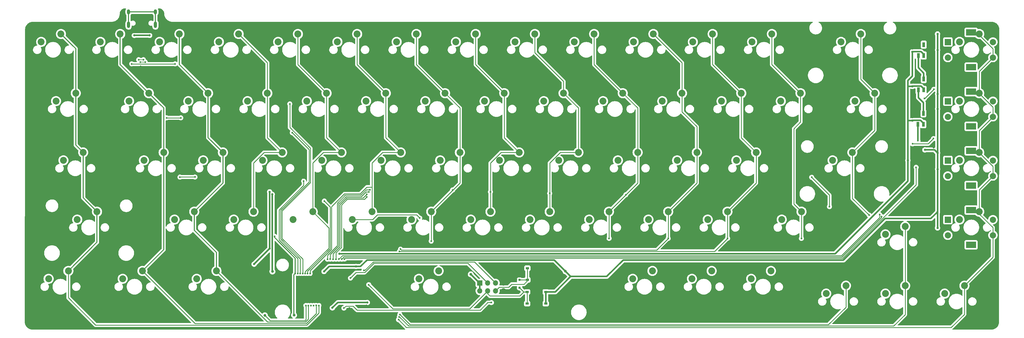
<source format=gbr>
%TF.GenerationSoftware,KiCad,Pcbnew,(6.0.6-0)*%
%TF.CreationDate,2022-07-20T23:02:43+08:00*%
%TF.ProjectId,SCO68R,53434f36-3852-42e6-9b69-6361645f7063,rev?*%
%TF.SameCoordinates,Original*%
%TF.FileFunction,Copper,L1,Top*%
%TF.FilePolarity,Positive*%
%FSLAX46Y46*%
G04 Gerber Fmt 4.6, Leading zero omitted, Abs format (unit mm)*
G04 Created by KiCad (PCBNEW (6.0.6-0)) date 2022-07-20 23:02:43*
%MOMM*%
%LPD*%
G01*
G04 APERTURE LIST*
G04 Aperture macros list*
%AMRoundRect*
0 Rectangle with rounded corners*
0 $1 Rounding radius*
0 $2 $3 $4 $5 $6 $7 $8 $9 X,Y pos of 4 corners*
0 Add a 4 corners polygon primitive as box body*
4,1,4,$2,$3,$4,$5,$6,$7,$8,$9,$2,$3,0*
0 Add four circle primitives for the rounded corners*
1,1,$1+$1,$2,$3*
1,1,$1+$1,$4,$5*
1,1,$1+$1,$6,$7*
1,1,$1+$1,$8,$9*
0 Add four rect primitives between the rounded corners*
20,1,$1+$1,$2,$3,$4,$5,0*
20,1,$1+$1,$4,$5,$6,$7,0*
20,1,$1+$1,$6,$7,$8,$9,0*
20,1,$1+$1,$8,$9,$2,$3,0*%
G04 Aperture macros list end*
%TA.AperFunction,ComponentPad*%
%ADD10C,2.224000*%
%TD*%
%TA.AperFunction,SMDPad,CuDef*%
%ADD11R,1.000000X0.750000*%
%TD*%
%TA.AperFunction,SMDPad,CuDef*%
%ADD12RoundRect,0.155000X0.155000X-0.212500X0.155000X0.212500X-0.155000X0.212500X-0.155000X-0.212500X0*%
%TD*%
%TA.AperFunction,SMDPad,CuDef*%
%ADD13R,0.850000X1.600000*%
%TD*%
%TA.AperFunction,ComponentPad*%
%ADD14R,2.000000X2.000000*%
%TD*%
%TA.AperFunction,ComponentPad*%
%ADD15C,2.000000*%
%TD*%
%TA.AperFunction,ComponentPad*%
%ADD16R,3.200000X2.000000*%
%TD*%
%TA.AperFunction,SMDPad,CuDef*%
%ADD17RoundRect,0.155000X-0.212500X-0.155000X0.212500X-0.155000X0.212500X0.155000X-0.212500X0.155000X0*%
%TD*%
%TA.AperFunction,SMDPad,CuDef*%
%ADD18RoundRect,0.160000X-0.197500X-0.160000X0.197500X-0.160000X0.197500X0.160000X-0.197500X0.160000X0*%
%TD*%
%TA.AperFunction,ComponentPad*%
%ADD19R,1.700000X1.700000*%
%TD*%
%TA.AperFunction,ComponentPad*%
%ADD20O,1.700000X1.700000*%
%TD*%
%TA.AperFunction,ComponentPad*%
%ADD21O,1.000000X2.100000*%
%TD*%
%TA.AperFunction,ComponentPad*%
%ADD22O,1.000000X1.600000*%
%TD*%
%TA.AperFunction,ViaPad*%
%ADD23C,0.700000*%
%TD*%
%TA.AperFunction,ViaPad*%
%ADD24C,0.900000*%
%TD*%
%TA.AperFunction,ViaPad*%
%ADD25C,0.600000*%
%TD*%
%TA.AperFunction,Conductor*%
%ADD26C,0.250000*%
%TD*%
%TA.AperFunction,Conductor*%
%ADD27C,0.500000*%
%TD*%
%TA.AperFunction,Conductor*%
%ADD28C,0.254000*%
%TD*%
%TA.AperFunction,Conductor*%
%ADD29C,0.300000*%
%TD*%
%TA.AperFunction,Conductor*%
%ADD30C,0.200000*%
%TD*%
G04 APERTURE END LIST*
D10*
%TO.P,KSW4,1,KSW_A*%
%TO.N,COL 3*%
X23090000Y119380000D03*
%TO.P,KSW4,2,KSW_B*%
%TO.N,Net-(D4-Pad2)*%
X16740000Y116840000D03*
%TD*%
%TO.P,KSW14,1,KSW_A*%
%TO.N,COL 13*%
X223115000Y119380000D03*
%TO.P,KSW14,2,KSW_B*%
%TO.N,Net-(D14-Pad2)*%
X216765000Y116840000D03*
%TD*%
%TO.P,KSW40,1,KSW_A*%
%TO.N,COL 9*%
X151368125Y81280000D03*
%TO.P,KSW40,2,KSW_B*%
%TO.N,Net-(D40-Pad2)*%
X145018125Y78740000D03*
%TD*%
%TO.P,KSW57,1,KSW_A*%
%TO.N,COL 13*%
X237402500Y57467500D03*
%TO.P,KSW57,2,KSW_B*%
%TO.N,Net-(D57-Pad2)*%
X231052500Y54927500D03*
%TD*%
D11*
%TO.P,SW2,A,1*%
%TO.N,GND*%
X121910900Y40295000D03*
%TO.P,SW2,B,4*%
%TO.N,NRST*%
X115910900Y40295000D03*
%TO.P,SW2,C,2*%
%TO.N,GND*%
X121910900Y44045000D03*
%TO.P,SW2,D,3*%
%TO.N,NRST*%
X115910900Y44045000D03*
%TD*%
D10*
%TO.P,KSW39,1,KSW_A*%
%TO.N,COL 8*%
X132318125Y81280000D03*
%TO.P,KSW39,2,KSW_B*%
%TO.N,Net-(D39-Pad2)*%
X125968125Y78740000D03*
%TD*%
D12*
%TO.P,C14,1*%
%TO.N,+5V*%
X239740000Y113622500D03*
%TO.P,C14,2*%
%TO.N,GND*%
X239740000Y114757500D03*
%TD*%
D10*
%TO.P,KSW61,1,KSW_A*%
%TO.N,COL 2*%
X15946250Y43180000D03*
%TO.P,KSW61,2,KSW_B*%
%TO.N,Net-(D61-Pad2)*%
X9596250Y40640000D03*
%TD*%
D11*
%TO.P,SW1,A,1*%
%TO.N,+3.3V*%
X121822500Y32665000D03*
%TO.P,SW1,B,4*%
%TO.N,BOOT0*%
X115822500Y32665000D03*
%TO.P,SW1,C,2*%
%TO.N,+3.3V*%
X121822500Y36415000D03*
%TO.P,SW1,D,3*%
%TO.N,BOOT0*%
X115822500Y36415000D03*
%TD*%
D10*
%TO.P,KSW43,1,KSW_A*%
%TO.N,COL 13*%
X220424375Y81280000D03*
%TO.P,KSW43,2,KSW_B*%
%TO.N,Net-(D43-Pad2)*%
X214074375Y78740000D03*
%TD*%
%TO.P,KSW16,1,KSW_A*%
%TO.N,COL 0*%
X-29297500Y100330000D03*
%TO.P,KSW16,2,KSW_B*%
%TO.N,Net-(D16-Pad2)*%
X-35647500Y97790000D03*
%TD*%
%TO.P,KSW41,1,KSW_A*%
%TO.N,COL 10*%
X170418125Y81280000D03*
%TO.P,KSW41,2,KSW_B*%
%TO.N,Net-(D41-Pad2)*%
X164068125Y78740000D03*
%TD*%
%TO.P,KSW5,1,KSW_A*%
%TO.N,COL 4*%
X42140000Y119380000D03*
%TO.P,KSW5,2,KSW_B*%
%TO.N,Net-(D5-Pad2)*%
X35790000Y116840000D03*
%TD*%
%TO.P,KSW22,1,KSW_A*%
%TO.N,COL 6*%
X89455625Y100330000D03*
%TO.P,KSW22,2,KSW_B*%
%TO.N,Net-(D22-Pad2)*%
X83105625Y97790000D03*
%TD*%
%TO.P,KSW27,1,KSW_A*%
%TO.N,COL 11*%
X184705625Y100330000D03*
%TO.P,KSW27,2,KSW_B*%
%TO.N,Net-(D27-Pad2)*%
X178355625Y97790000D03*
%TD*%
%TO.P,KSW1,1,KSW_A*%
%TO.N,COL 0*%
X-34060000Y119380000D03*
%TO.P,KSW1,2,KSW_B*%
%TO.N,Net-(D1-Pad2)*%
X-40410000Y116840000D03*
%TD*%
%TO.P,KSW37,1,KSW_A*%
%TO.N,COL 6*%
X94218125Y81280000D03*
%TO.P,KSW37,2,KSW_B*%
%TO.N,Net-(D37-Pad2)*%
X87868125Y78740000D03*
%TD*%
%TO.P,KSW34,1,KSW_A*%
%TO.N,COL 3*%
X37068125Y81280000D03*
%TO.P,KSW34,2,KSW_B*%
%TO.N,Net-(D34-Pad2)*%
X30718125Y78740000D03*
%TD*%
%TO.P,KSW58,1,KSW_A*%
%TO.N,COL 14*%
X261215000Y62230000D03*
%TO.P,KSW58,2,KSW_B*%
%TO.N,Net-(D58-Pad2)*%
X254865000Y59690000D03*
%TD*%
%TO.P,KSW59,1,KSW_A*%
%TO.N,COL 0*%
X-31678750Y43180000D03*
%TO.P,KSW59,2,KSW_B*%
%TO.N,Net-(D59-Pad2)*%
X-38028750Y40640000D03*
%TD*%
%TO.P,KSW21,1,KSW_A*%
%TO.N,COL 5*%
X70405625Y100330000D03*
%TO.P,KSW21,2,KSW_B*%
%TO.N,Net-(D21-Pad2)*%
X64055625Y97790000D03*
%TD*%
%TO.P,KSW52,1,KSW_A*%
%TO.N,COL 8*%
X123102500Y62230000D03*
%TO.P,KSW52,2,KSW_B*%
%TO.N,Net-(D52-Pad2)*%
X116752500Y59690000D03*
%TD*%
%TO.P,KSW56,1,KSW_A*%
%TO.N,COL 12*%
X204065000Y62230000D03*
%TO.P,KSW56,2,KSW_B*%
%TO.N,Net-(D56-Pad2)*%
X197715000Y59690000D03*
%TD*%
%TO.P,KSW17,1,KSW_A*%
%TO.N,COL 1*%
X-5794375Y100330000D03*
%TO.P,KSW17,2,KSW_B*%
%TO.N,Net-(D17-Pad2)*%
X-12144375Y97790000D03*
%TD*%
%TO.P,KSW44,1,KSW_A*%
%TO.N,COL 14*%
X261215000Y81280000D03*
%TO.P,KSW44,2,KSW_B*%
%TO.N,Net-(D44-Pad2)*%
X254865000Y78740000D03*
%TD*%
%TO.P,KSW6,1,KSW_A*%
%TO.N,COL 5*%
X61190000Y119380000D03*
%TO.P,KSW6,2,KSW_B*%
%TO.N,Net-(D6-Pad2)*%
X54840000Y116840000D03*
%TD*%
%TO.P,KSW20,1,KSW_A*%
%TO.N,COL 4*%
X51355625Y100330000D03*
%TO.P,KSW20,2,KSW_B*%
%TO.N,Net-(D20-Pad2)*%
X45005625Y97790000D03*
%TD*%
%TO.P,KSW15,1,KSW_A*%
%TO.N,COL 14*%
X261215000Y119380000D03*
%TO.P,KSW15,2,KSW_B*%
%TO.N,Net-(D15-Pad2)*%
X254865000Y116840000D03*
%TD*%
%TO.P,KSW68,1,KSW_A*%
%TO.N,COL 14*%
X256452500Y38417500D03*
%TO.P,KSW68,2,KSW_B*%
%TO.N,Net-(D68-Pad2)*%
X250102500Y35877500D03*
%TD*%
%TO.P,KSW62,1,KSW_A*%
%TO.N,COL 6*%
X87383750Y43180000D03*
%TO.P,KSW62,2,KSW_B*%
%TO.N,Net-(D62-Pad2)*%
X81033750Y40640000D03*
%TD*%
%TO.P,KSW9,1,KSW_A*%
%TO.N,COL 8*%
X118340000Y119380000D03*
%TO.P,KSW9,2,KSW_B*%
%TO.N,Net-(D9-Pad2)*%
X111990000Y116840000D03*
%TD*%
%TO.P,KSW36,1,KSW_A*%
%TO.N,COL 5*%
X75168125Y81280000D03*
%TO.P,KSW36,2,KSW_B*%
%TO.N,Net-(D36-Pad2)*%
X68818125Y78740000D03*
%TD*%
%TO.P,KSW64,1,KSW_A*%
%TO.N,COL 10*%
X175180625Y43180000D03*
%TO.P,KSW64,2,KSW_B*%
%TO.N,Net-(D64-Pad2)*%
X168830625Y40640000D03*
%TD*%
D13*
%TO.P,D71,1,DOUT*%
%TO.N,unconnected-(D71-Pad1)*%
X243375102Y115950000D03*
%TO.P,D71,2,VSS*%
%TO.N,GND*%
X241625102Y115950000D03*
%TO.P,D71,3,DIN*%
%TO.N,Net-(D70-Pad1)*%
X241625102Y112450000D03*
%TO.P,D71,4,VDD*%
%TO.N,+5V*%
X243375102Y112450000D03*
%TD*%
D10*
%TO.P,KSW51,1,KSW_A*%
%TO.N,COL 7*%
X104052500Y62230000D03*
%TO.P,KSW51,2,KSW_B*%
%TO.N,Net-(D51-Pad2)*%
X97702500Y59690000D03*
%TD*%
%TO.P,KSW49,1,KSW_A*%
%TO.N,COL 5*%
X65952500Y62230000D03*
%TO.P,KSW49,2,KSW_B*%
%TO.N,Net-(D49-Pad2)*%
X59602500Y59690000D03*
%TD*%
D12*
%TO.P,C12,1*%
%TO.N,+5V*%
X239740000Y91522500D03*
%TO.P,C12,2*%
%TO.N,GND*%
X239740000Y92657500D03*
%TD*%
D10*
%TO.P,KSW33,1,KSW_A*%
%TO.N,COL 2*%
X18018125Y81280000D03*
%TO.P,KSW33,2,KSW_B*%
%TO.N,Net-(D33-Pad2)*%
X11668125Y78740000D03*
%TD*%
%TO.P,KSW3,1,KSW_A*%
%TO.N,COL 2*%
X4040000Y119380000D03*
%TO.P,KSW3,2,KSW_B*%
%TO.N,Net-(D3-Pad2)*%
X-2310000Y116840000D03*
%TD*%
%TO.P,KSW65,1,KSW_A*%
%TO.N,COL 11*%
X194230625Y43180000D03*
%TO.P,KSW65,2,KSW_B*%
%TO.N,Net-(D65-Pad2)*%
X187880625Y40640000D03*
%TD*%
%TO.P,KSW60,1,KSW_A*%
%TO.N,COL 1*%
X-7866250Y43180000D03*
%TO.P,KSW60,2,KSW_B*%
%TO.N,Net-(D60-Pad2)*%
X-14216250Y40640000D03*
%TD*%
%TO.P,KSW23,1,KSW_A*%
%TO.N,COL 7*%
X108505625Y100330000D03*
%TO.P,KSW23,2,KSW_B*%
%TO.N,Net-(D23-Pad2)*%
X102155625Y97790000D03*
%TD*%
%TO.P,KSW13,1,KSW_A*%
%TO.N,COL 12*%
X194540000Y119380000D03*
%TO.P,KSW13,2,KSW_B*%
%TO.N,Net-(D13-Pad2)*%
X188190000Y116840000D03*
%TD*%
%TO.P,KSW46,1,KSW_A*%
%TO.N,COL 2*%
X8802500Y62230000D03*
%TO.P,KSW46,2,KSW_B*%
%TO.N,Net-(D46-Pad2)*%
X2452500Y59690000D03*
%TD*%
%TO.P,KSW28,1,KSW_A*%
%TO.N,COL 12*%
X203755625Y100330000D03*
%TO.P,KSW28,2,KSW_B*%
%TO.N,Net-(D28-Pad2)*%
X197405625Y97790000D03*
%TD*%
%TO.P,KSW67,1,KSW_A*%
%TO.N,COL 13*%
X237402500Y38417500D03*
%TO.P,KSW67,2,KSW_B*%
%TO.N,Net-(D67-Pad2)*%
X231052500Y35877500D03*
%TD*%
D14*
%TO.P,KSWR1,A,ROT_A*%
%TO.N,ROT1_A*%
X251115625Y116800000D03*
D15*
%TO.P,KSWR1,B,ROT_B*%
%TO.N,ROT1_B*%
X251115625Y111800000D03*
%TO.P,KSWR1,C,GND*%
%TO.N,GND*%
X251115625Y114300000D03*
D16*
%TO.P,KSWR1,MP*%
%TO.N,N/C*%
X258615625Y108700000D03*
X258615625Y119900000D03*
D15*
%TO.P,KSWR1,S1,KSW_A*%
%TO.N,COL 14*%
X265615625Y111800000D03*
%TO.P,KSWR1,S2,KSW_B*%
%TO.N,Net-(D15-Pad2)*%
X265615625Y116800000D03*
%TD*%
D17*
%TO.P,C11,1*%
%TO.N,GND*%
X112252500Y40270000D03*
%TO.P,C11,2*%
%TO.N,NRST*%
X113387500Y40270000D03*
%TD*%
D10*
%TO.P,KSW45,1,KSW_A*%
%TO.N,COL 0*%
X-22463125Y62230000D03*
%TO.P,KSW45,2,KSW_B*%
%TO.N,Net-(D45-Pad2)*%
X-28813125Y59690000D03*
%TD*%
%TO.P,KSW32,1,KSW_A*%
%TO.N,COL 1*%
X-1031875Y81280000D03*
%TO.P,KSW32,2,KSW_B*%
%TO.N,Net-(D32-Pad2)*%
X-7381875Y78740000D03*
%TD*%
%TO.P,KSW24,1,KSW_A*%
%TO.N,COL 8*%
X127555625Y100330000D03*
%TO.P,KSW24,2,KSW_B*%
%TO.N,Net-(D24-Pad2)*%
X121205625Y97790000D03*
%TD*%
%TO.P,KSW26,1,KSW_A*%
%TO.N,COL 10*%
X165655625Y100330000D03*
%TO.P,KSW26,2,KSW_B*%
%TO.N,Net-(D26-Pad2)*%
X159305625Y97790000D03*
%TD*%
%TO.P,KSW63,1,KSW_A*%
%TO.N,COL 9*%
X156130625Y43180000D03*
%TO.P,KSW63,2,KSW_B*%
%TO.N,Net-(D63-Pad2)*%
X149780625Y40640000D03*
%TD*%
%TO.P,KSW55,1,KSW_A*%
%TO.N,COL 11*%
X180252500Y62230000D03*
%TO.P,KSW55,2,KSW_B*%
%TO.N,Net-(D55-Pad2)*%
X173902500Y59690000D03*
%TD*%
%TO.P,KSW31,1,KSW_A*%
%TO.N,COL 0*%
X-26916250Y81280000D03*
%TO.P,KSW31,2,KSW_B*%
%TO.N,Net-(D31-Pad2)*%
X-33266250Y78740000D03*
%TD*%
%TO.P,KSW30,1,KSW_A*%
%TO.N,COL 14*%
X261215000Y100330000D03*
%TO.P,KSW30,2,KSW_B*%
%TO.N,Net-(D30-Pad2)*%
X254865000Y97790000D03*
%TD*%
%TO.P,KSW25,1,KSW_A*%
%TO.N,COL 9*%
X146605625Y100330000D03*
%TO.P,KSW25,2,KSW_B*%
%TO.N,Net-(D25-Pad2)*%
X140255625Y97790000D03*
%TD*%
%TO.P,KSW10,1,KSW_A*%
%TO.N,COL 9*%
X137390000Y119380000D03*
%TO.P,KSW10,2,KSW_B*%
%TO.N,Net-(D10-Pad2)*%
X131040000Y116840000D03*
%TD*%
D13*
%TO.P,D69,1,DOUT*%
%TO.N,Net-(D69-Pad1)*%
X243275000Y93850000D03*
%TO.P,D69,2,VSS*%
%TO.N,GND*%
X241525000Y93850000D03*
%TO.P,D69,3,DIN*%
%TO.N,NEOPIXEL_DRIVE_H*%
X241525000Y90350000D03*
%TO.P,D69,4,VDD*%
%TO.N,+5V*%
X243275000Y90350000D03*
%TD*%
D10*
%TO.P,KSW2,1,KSW_A*%
%TO.N,COL 1*%
X-15010000Y119380000D03*
%TO.P,KSW2,2,KSW_B*%
%TO.N,Net-(D2-Pad2)*%
X-21360000Y116840000D03*
%TD*%
D18*
%TO.P,R1,1*%
%TO.N,GND*%
X112232500Y37750000D03*
%TO.P,R1,2*%
%TO.N,BOOT0*%
X113427500Y37750000D03*
%TD*%
D10*
%TO.P,KSW11,1,KSW_A*%
%TO.N,COL 10*%
X156440000Y119380000D03*
%TO.P,KSW11,2,KSW_B*%
%TO.N,Net-(D11-Pad2)*%
X150090000Y116840000D03*
%TD*%
%TO.P,KSW42,1,KSW_A*%
%TO.N,COL 11*%
X189468125Y81280000D03*
%TO.P,KSW42,2,KSW_B*%
%TO.N,Net-(D42-Pad2)*%
X183118125Y78740000D03*
%TD*%
D13*
%TO.P,D70,1,DOUT*%
%TO.N,Net-(D70-Pad1)*%
X243380000Y104900000D03*
%TO.P,D70,2,VSS*%
%TO.N,GND*%
X241630000Y104900000D03*
%TO.P,D70,3,DIN*%
%TO.N,Net-(D69-Pad1)*%
X241630000Y101400000D03*
%TO.P,D70,4,VDD*%
%TO.N,+5V*%
X243380000Y101400000D03*
%TD*%
D10*
%TO.P,KSW53,1,KSW_A*%
%TO.N,COL 9*%
X142152500Y62230000D03*
%TO.P,KSW53,2,KSW_B*%
%TO.N,Net-(D53-Pad2)*%
X135802500Y59690000D03*
%TD*%
%TO.P,KSW47,1,KSW_A*%
%TO.N,COL 3*%
X27852500Y62230000D03*
%TO.P,KSW47,2,KSW_B*%
%TO.N,Net-(D47-Pad2)*%
X21502500Y59690000D03*
%TD*%
%TO.P,KSW19,1,KSW_A*%
%TO.N,COL 3*%
X32305625Y100330000D03*
%TO.P,KSW19,2,KSW_B*%
%TO.N,Net-(D19-Pad2)*%
X25955625Y97790000D03*
%TD*%
%TO.P,KSW18,1,KSW_A*%
%TO.N,COL 2*%
X13255625Y100330000D03*
%TO.P,KSW18,2,KSW_B*%
%TO.N,Net-(D18-Pad2)*%
X6905625Y97790000D03*
%TD*%
%TO.P,KSW35,1,KSW_A*%
%TO.N,COL 4*%
X56118125Y81280000D03*
%TO.P,KSW35,2,KSW_B*%
%TO.N,Net-(D35-Pad2)*%
X49768125Y78740000D03*
%TD*%
D14*
%TO.P,KSWR2,A,ROT_A*%
%TO.N,ROT2_A*%
X251115625Y97750000D03*
D15*
%TO.P,KSWR2,B,ROT_B*%
%TO.N,ROT2_B*%
X251115625Y92750000D03*
%TO.P,KSWR2,C,GND*%
%TO.N,GND*%
X251115625Y95250000D03*
D16*
%TO.P,KSWR2,MP*%
%TO.N,N/C*%
X258615625Y100850000D03*
X258615625Y89650000D03*
D15*
%TO.P,KSWR2,S1,KSW_A*%
%TO.N,COL 14*%
X265615625Y92750000D03*
%TO.P,KSWR2,S2,KSW_B*%
%TO.N,Net-(D30-Pad2)*%
X265615625Y97750000D03*
%TD*%
D10*
%TO.P,KSW8,1,KSW_A*%
%TO.N,COL 7*%
X99290000Y119380000D03*
%TO.P,KSW8,2,KSW_B*%
%TO.N,Net-(D8-Pad2)*%
X92940000Y116840000D03*
%TD*%
D12*
%TO.P,C13,1*%
%TO.N,+5V*%
X239740000Y102572500D03*
%TO.P,C13,2*%
%TO.N,GND*%
X239740000Y103707500D03*
%TD*%
D10*
%TO.P,KSW66,1,KSW_A*%
%TO.N,COL 12*%
X218352500Y38417500D03*
%TO.P,KSW66,2,KSW_B*%
%TO.N,Net-(D66-Pad2)*%
X212002500Y35877500D03*
%TD*%
%TO.P,KSW50,1,KSW_A*%
%TO.N,COL 6*%
X85002500Y62230000D03*
%TO.P,KSW50,2,KSW_B*%
%TO.N,Net-(D50-Pad2)*%
X78652500Y59690000D03*
%TD*%
%TO.P,KSW54,1,KSW_A*%
%TO.N,COL 10*%
X161202500Y62230000D03*
%TO.P,KSW54,2,KSW_B*%
%TO.N,Net-(D54-Pad2)*%
X154852500Y59690000D03*
%TD*%
D14*
%TO.P,KSWR4,A,ROT_A*%
%TO.N,ROT4_A*%
X251115625Y59650000D03*
D15*
%TO.P,KSWR4,B,ROT_B*%
%TO.N,ROT4_B*%
X251115625Y54650000D03*
%TO.P,KSWR4,C,GND*%
%TO.N,GND*%
X251115625Y57150000D03*
D16*
%TO.P,KSWR4,MP*%
%TO.N,N/C*%
X258615625Y62750000D03*
X258615625Y51550000D03*
D15*
%TO.P,KSWR4,S1,KSW_A*%
%TO.N,COL 14*%
X265615625Y54650000D03*
%TO.P,KSWR4,S2,KSW_B*%
%TO.N,Net-(D58-Pad2)*%
X265615625Y59650000D03*
%TD*%
D10*
%TO.P,KSW12,1,KSW_A*%
%TO.N,COL 11*%
X175490000Y119380000D03*
%TO.P,KSW12,2,KSW_B*%
%TO.N,Net-(D12-Pad2)*%
X169140000Y116840000D03*
%TD*%
%TO.P,KSW7,1,KSW_A*%
%TO.N,COL 6*%
X80240000Y119380000D03*
%TO.P,KSW7,2,KSW_B*%
%TO.N,Net-(D7-Pad2)*%
X73890000Y116840000D03*
%TD*%
%TO.P,KSW29,1,KSW_A*%
%TO.N,COL 13*%
X227568125Y100330000D03*
%TO.P,KSW29,2,KSW_B*%
%TO.N,Net-(D29-Pad2)*%
X221218125Y97790000D03*
%TD*%
%TO.P,KSW38,1,KSW_A*%
%TO.N,COL 7*%
X113268125Y81280000D03*
%TO.P,KSW38,2,KSW_B*%
%TO.N,Net-(D38-Pad2)*%
X106918125Y78740000D03*
%TD*%
%TO.P,KSW48,1,KSW_A*%
%TO.N,COL 4*%
X46902500Y62230000D03*
%TO.P,KSW48,2,KSW_B*%
%TO.N,Net-(D48-Pad2)*%
X40552500Y59690000D03*
%TD*%
D14*
%TO.P,KSWR3,A,ROT_A*%
%TO.N,ROT3_A*%
X251115625Y78700000D03*
D15*
%TO.P,KSWR3,B,ROT_B*%
%TO.N,ROT3_B*%
X251115625Y73700000D03*
%TO.P,KSWR3,C,GND*%
%TO.N,GND*%
X251115625Y76200000D03*
D16*
%TO.P,KSWR3,MP*%
%TO.N,N/C*%
X258615625Y70600000D03*
X258615625Y81800000D03*
D15*
%TO.P,KSWR3,S1,KSW_A*%
%TO.N,COL 14*%
X265615625Y73700000D03*
%TO.P,KSWR3,S2,KSW_B*%
%TO.N,Net-(D44-Pad2)*%
X265615625Y78700000D03*
%TD*%
D19*
%TO.P,J2,1,Pin_1*%
%TO.N,+3.3V*%
X100600000Y39285000D03*
D20*
%TO.P,J2,2,Pin_2*%
X100600000Y36745000D03*
%TO.P,J2,3,Pin_3*%
%TO.N,SWDIO*%
X103140000Y39285000D03*
%TO.P,J2,4,Pin_4*%
%TO.N,BOOT0*%
X103140000Y36745000D03*
%TO.P,J2,5,Pin_5*%
%TO.N,SWCLK*%
X105680000Y39285000D03*
%TO.P,J2,6,Pin_6*%
%TO.N,NRST*%
X105680000Y36745000D03*
%TO.P,J2,7,Pin_7*%
%TO.N,GND*%
X108220000Y39285000D03*
%TO.P,J2,8,Pin_8*%
X108220000Y36745000D03*
%TD*%
D21*
%TO.P,J1,S1,SHIELD*%
%TO.N,unconnected-(J1-PadS1)*%
X-12320000Y122330000D03*
D22*
X-12320000Y126510000D03*
X-3680000Y126510000D03*
D21*
X-3680000Y122330000D03*
%TD*%
D23*
%TO.N,+5V*%
X33050000Y50350000D03*
X33056321Y68599500D03*
X238270000Y78705000D03*
X55491634Y48671634D03*
X28050000Y45350000D03*
%TO.N,GND*%
X-10000000Y112100000D03*
X241540000Y95570000D03*
X246610000Y119340000D03*
X237710000Y105810000D03*
X-11249498Y119900000D03*
X-8460000Y108880000D03*
X236730000Y95600000D03*
X-4750499Y119900000D03*
X241300000Y106790000D03*
X241640000Y118060000D03*
X50010000Y30496000D03*
X246639500Y114190000D03*
X64230000Y32030000D03*
X246600000Y82899500D03*
X-6000000Y112100000D03*
X58724500Y31184500D03*
X243770000Y109250000D03*
%TO.N,+3.3V*%
X247825000Y81125000D03*
X60786000Y44600000D03*
D24*
X33940000Y43000000D03*
D23*
X247800000Y57000000D03*
X247825000Y114225000D03*
X247825000Y95275000D03*
X33850000Y67800000D03*
X50540000Y43000000D03*
D24*
X97724668Y42095332D03*
D23*
X247800000Y119375000D03*
X243745500Y82100000D03*
X247825000Y100075000D03*
D24*
X128160000Y43079500D03*
D23*
X247775000Y62100000D03*
X247850000Y75900000D03*
X64470000Y33010000D03*
X53220000Y31295500D03*
D25*
%TO.N,NRST*%
X104368600Y32994600D03*
X56925500Y31210000D03*
%TO.N,ROW 0*%
X43671491Y42350500D03*
X243575000Y98625000D03*
X2650000Y109770000D03*
X39530000Y96880000D03*
X246625000Y101600000D03*
X-11290000Y109770000D03*
%TO.N,ROW 1*%
X-100000Y92410000D03*
X4490000Y92400000D03*
X246525000Y85750000D03*
X42871988Y42350500D03*
X40316997Y87626997D03*
X239775000Y84050000D03*
%TO.N,ROW 2*%
X4210000Y73340000D03*
X207350000Y73300000D03*
X43980000Y72050000D03*
X213050000Y63850000D03*
X42072485Y42350500D03*
X9040000Y73370000D03*
%TO.N,ROW 3*%
X41272982Y42350500D03*
X34610625Y54309375D03*
D24*
X40890000Y28940000D03*
D25*
%TO.N,Net-(D49-Pad2)*%
X81310000Y60174500D03*
D24*
%TO.N,ROW 4*%
X31500000Y28900000D03*
D25*
X44700994Y32045000D03*
D23*
%TO.N,VBUS*%
X-5547499Y118936875D03*
X-10449998Y118929375D03*
D25*
%TO.N,USB_D+*%
X-6947499Y110346500D03*
X-8500000Y110360000D03*
%TO.N,USB_D-*%
X-7547000Y111110000D03*
X-9049500Y111110000D03*
%TO.N,COL 0*%
X48880000Y32045000D03*
%TO.N,COL 1*%
X47990000Y32080000D03*
%TO.N,COL 2*%
X45500497Y32045000D03*
%TO.N,COL 3*%
X50640000Y65650000D03*
X45270497Y42350500D03*
%TO.N,COL 4*%
X44470994Y42350500D03*
%TO.N,COL 5*%
X46070000Y42350500D03*
%TO.N,COL 6*%
X51640000Y46940000D03*
X85000000Y52760000D03*
X65326000Y69282599D03*
X91886250Y69209000D03*
%TO.N,COL 7*%
X64936308Y68584500D03*
X52510000Y46960000D03*
X104040000Y68584500D03*
%TO.N,COL 8*%
X64309971Y67794810D03*
X123102500Y68134500D03*
X53450000Y46940000D03*
%TO.N,COL 9*%
X142190000Y53632875D03*
X64317430Y66934821D03*
X147586250Y67684500D03*
X54380000Y46950000D03*
%TO.N,COL 10*%
X75144595Y50171030D03*
X161200000Y53632875D03*
%TO.N,COL 11*%
X74780000Y49459500D03*
X180310000Y53632875D03*
%TO.N,COL 12*%
X204050000Y53632875D03*
X74910000Y29140000D03*
%TO.N,COL 13*%
X74734289Y28360045D03*
X225800000Y61125000D03*
%TO.N,COL 14*%
X74510000Y27480000D03*
%TO.N,BOOT0*%
X64912579Y38737421D03*
%TO.N,SWDIO*%
X59040000Y40880000D03*
%TO.N,SWCLK*%
X63375661Y43338839D03*
%TO.N,NEOPIXEL_DRIVE_H*%
X241525000Y85075000D03*
%TO.N,ROT4_A*%
X55310000Y46960000D03*
X229200000Y61275000D03*
%TO.N,ROT4_B*%
X229825000Y60650000D03*
X56270000Y46970000D03*
%TO.N,NEOPIXEL_DRIVE_L*%
X240925000Y76475000D03*
X57121329Y47001849D03*
%TO.N,unconnected-(U3-Pad12)*%
X47191264Y32045000D03*
%TO.N,unconnected-(U3-Pad13)*%
X46300000Y32045000D03*
%TD*%
D26*
%TO.N,NRST*%
X104368600Y32994600D02*
X103174600Y32994600D01*
X103174600Y32994600D02*
X100740000Y30560000D01*
X61140000Y30560000D02*
X59840500Y31859500D01*
X100740000Y30560000D02*
X61140000Y30560000D01*
X59840500Y31859500D02*
X57575000Y31859500D01*
X57575000Y31859500D02*
X56925500Y31210000D01*
D27*
%TO.N,+5V*%
X55530000Y48710000D02*
X214885000Y48710000D01*
X239740000Y102572500D02*
X239817500Y102650000D01*
X239740000Y102572500D02*
X238312500Y102572500D01*
X242360000Y91600000D02*
X243275000Y90685000D01*
X214885000Y48710000D02*
X238270000Y72095000D01*
X238270000Y104410000D02*
X239740000Y105880000D01*
X239740000Y105880000D02*
X239740000Y113622500D01*
X238270000Y78705000D02*
X238270000Y104410000D01*
X239817500Y113700000D02*
X242500102Y113700000D01*
X239740000Y91522500D02*
X238412500Y91522500D01*
X239740000Y113622500D02*
X239817500Y113700000D01*
X33056321Y68599500D02*
X33050000Y68593179D01*
X243375102Y112825000D02*
X243375102Y112450000D01*
X242500102Y113700000D02*
X243375102Y112825000D01*
X239817500Y91600000D02*
X242360000Y91600000D01*
X239740000Y91522500D02*
X239817500Y91600000D01*
X33050000Y50350000D02*
X28050000Y45350000D01*
X238270000Y72095000D02*
X238270000Y78705000D01*
X243380000Y101775000D02*
X243380000Y101400000D01*
X239817500Y102650000D02*
X242505000Y102650000D01*
X242505000Y102650000D02*
X243380000Y101775000D01*
X33050000Y68593179D02*
X33050000Y50350000D01*
X55491634Y48671634D02*
X55530000Y48710000D01*
X243275000Y90685000D02*
X243275000Y90350000D01*
%TO.N,GND*%
X236730000Y104830000D02*
X236730000Y95600000D01*
X237710000Y105810000D02*
X236730000Y104830000D01*
X241525000Y93850000D02*
X241525000Y95555000D01*
X239740000Y103707500D02*
X240437500Y103707500D01*
X239740000Y92657500D02*
X240332500Y92657500D01*
X240332500Y92657500D02*
X241525000Y93850000D01*
X109205000Y40270000D02*
X108220000Y39285000D01*
X111227500Y36745000D02*
X112232500Y37750000D01*
X241630000Y106460000D02*
X241300000Y106790000D01*
X246610000Y119340000D02*
X246610000Y112090000D01*
X241525000Y95555000D02*
X241540000Y95570000D01*
X239740000Y114757500D02*
X240432602Y114757500D01*
X240437500Y103707500D02*
X241630000Y104900000D01*
X241630000Y104900000D02*
X241630000Y106460000D01*
X-11249498Y119900000D02*
X-4750499Y119900000D01*
X121910900Y44045000D02*
X121910900Y40295000D01*
X112252500Y40270000D02*
X109205000Y40270000D01*
X241625102Y118045102D02*
X241640000Y118060000D01*
X108220000Y36745000D02*
X111227500Y36745000D01*
X246610000Y112090000D02*
X243770000Y109250000D01*
X240432602Y114757500D02*
X241625102Y115950000D01*
X241625102Y115950000D02*
X241625102Y118045102D01*
%TO.N,+3.3V*%
X33850000Y43090000D02*
X33850000Y67800000D01*
X124560000Y46660000D02*
X129835738Y41384262D01*
X247825000Y119350000D02*
X247800000Y119375000D01*
X100535000Y39285000D02*
X100600000Y39285000D01*
X141434262Y41384262D02*
X146710000Y46660000D01*
X247850000Y62175000D02*
X247775000Y62100000D01*
X247800000Y62075000D02*
X247775000Y62100000D01*
X146710000Y46660000D02*
X217560000Y46660000D01*
X247800000Y57000000D02*
X247800000Y62075000D01*
X54934500Y33010000D02*
X64470000Y33010000D01*
X52140000Y44600000D02*
X50540000Y43000000D01*
X33940000Y43000000D02*
X33850000Y43090000D01*
X60786000Y44600000D02*
X52140000Y44600000D01*
X246850000Y82100000D02*
X247825000Y81125000D01*
X247850000Y81100000D02*
X247825000Y81125000D01*
X247825000Y81125000D02*
X247825000Y95275000D01*
X217560000Y46660000D02*
X230900000Y60000000D01*
X62270000Y44600000D02*
X64330000Y46660000D01*
X230900000Y60000000D02*
X245675000Y60000000D01*
X100600000Y39285000D02*
X100600000Y36745000D01*
X124866476Y36415000D02*
X129835738Y41384262D01*
X129835738Y41384262D02*
X141434262Y41384262D01*
X97724668Y42095332D02*
X100535000Y39285000D01*
X247825000Y95275000D02*
X247825000Y100075000D01*
X121822500Y36415000D02*
X121822500Y32665000D01*
X247850000Y75900000D02*
X247850000Y62175000D01*
X64330000Y46660000D02*
X124560000Y46660000D01*
X247825000Y100075000D02*
X247825000Y114225000D01*
X53220000Y31295500D02*
X54934500Y33010000D01*
X60786000Y44600000D02*
X62270000Y44600000D01*
X245675000Y60000000D02*
X247775000Y62100000D01*
X243745500Y82100000D02*
X246850000Y82100000D01*
X247850000Y75900000D02*
X247850000Y81100000D01*
X247825000Y114225000D02*
X247825000Y119350000D01*
X121822500Y36415000D02*
X124866476Y36415000D01*
D26*
%TO.N,NRST*%
X114790000Y38900000D02*
X115910900Y40020900D01*
D28*
X115910900Y44045000D02*
X115910900Y40295000D01*
D26*
X105680000Y36745000D02*
X106855000Y37920000D01*
X113412500Y40295000D02*
X115910900Y40295000D01*
X113387500Y40270000D02*
X113412500Y40295000D01*
X109910000Y37920000D02*
X110890000Y38900000D01*
X110890000Y38900000D02*
X114790000Y38900000D01*
X115910900Y40020900D02*
X115910900Y40295000D01*
X106855000Y37920000D02*
X109910000Y37920000D01*
%TO.N,ROW 0*%
X246625000Y101600000D02*
X243650000Y98625000D01*
X37040000Y62463604D02*
X37040000Y53600000D01*
X46180000Y82650000D02*
X46180000Y71603604D01*
X243650000Y98625000D02*
X243575000Y98625000D01*
X46180000Y71603604D02*
X37040000Y62463604D01*
X43671491Y46968509D02*
X43671491Y42350500D01*
X37040000Y53600000D02*
X43671491Y46968509D01*
X-11239500Y109719500D02*
X2599500Y109719500D01*
X-11290000Y109770000D02*
X-11239500Y109719500D01*
X2599500Y109719500D02*
X2650000Y109770000D01*
X39530000Y96880000D02*
X39530000Y89300000D01*
X39530000Y89300000D02*
X46180000Y82650000D01*
%TO.N,ROW 1*%
X246525000Y85750000D02*
X244825000Y84050000D01*
X42871988Y47096260D02*
X42871988Y42350500D01*
X244825000Y84050000D02*
X239775000Y84050000D01*
X45728000Y82232000D02*
X45728000Y71788000D01*
D28*
X-100000Y92410000D02*
X4480000Y92410000D01*
X4480000Y92410000D02*
X4490000Y92400000D01*
D26*
X45728000Y71788000D02*
X36565000Y62625000D01*
X36565000Y62625000D02*
X36565000Y53403249D01*
X40333003Y87626997D02*
X45728000Y82232000D01*
X40316997Y87626997D02*
X40333003Y87626997D01*
X36565000Y53403249D02*
X42871988Y47096260D01*
%TO.N,ROW 2*%
X4210000Y73340000D02*
X4240000Y73370000D01*
X213050000Y67571638D02*
X213050000Y63850000D01*
X4240000Y73370000D02*
X9040000Y73370000D01*
X207371638Y73278362D02*
X207371638Y73250000D01*
X43980000Y72050000D02*
X43980000Y70680000D01*
X36065000Y53196143D02*
X42072485Y47188657D01*
X207350000Y73300000D02*
X207371638Y73278362D01*
X36065000Y62765000D02*
X36065000Y53196143D01*
X207371638Y73250000D02*
X213050000Y67571638D01*
X42072485Y47188657D02*
X42072485Y42350500D01*
X43980000Y70680000D02*
X36065000Y62765000D01*
D29*
%TO.N,ROW 3*%
X40890000Y28940000D02*
X40870000Y28960000D01*
X41272982Y47281054D02*
X34610625Y53943411D01*
X41272982Y42350500D02*
X41272982Y47281054D01*
X40870000Y41947518D02*
X41272982Y42350500D01*
X40870000Y28960000D02*
X40870000Y41947518D01*
X34610625Y53943411D02*
X34610625Y54309375D01*
D26*
%TO.N,Net-(D49-Pad2)*%
X80264500Y61220000D02*
X67680000Y61220000D01*
X67680000Y61220000D02*
X66150000Y59690000D01*
X81310000Y60174500D02*
X80264500Y61220000D01*
X66150000Y59690000D02*
X59602500Y59690000D01*
%TO.N,ROW 4*%
X44700994Y32045000D02*
X44700994Y27521602D01*
X33180000Y27220000D02*
X31500000Y28900000D01*
X44700994Y27521602D02*
X44399392Y27220000D01*
X44399392Y27220000D02*
X33180000Y27220000D01*
D27*
%TO.N,VBUS*%
X-5547499Y118936875D02*
X-10437195Y118936875D01*
X-10449998Y118929375D02*
X-10446248Y118933125D01*
X-10437195Y118936875D02*
G75*
G03*
X-10446248Y118933125I3J-12809D01*
G01*
D30*
%TO.N,USB_D+*%
X-8500000Y110360000D02*
X-8486500Y110346500D01*
X-8486500Y110346500D02*
X-6947499Y110346500D01*
%TO.N,USB_D-*%
X-7547000Y111110000D02*
X-9049500Y111110000D01*
D29*
%TO.N,unconnected-(J1-PadS1)*%
X-3680000Y126510000D02*
X-3680000Y122330000D01*
X-12320000Y126510000D02*
X-3680000Y126510000D01*
X-12320000Y126510000D02*
X-12320000Y122330000D01*
%TO.N,COL 0*%
X-29297500Y114617500D02*
X-29297500Y100330000D01*
X-29297500Y100330000D02*
X-29297500Y83661250D01*
D26*
X45000000Y25770000D02*
X-22910000Y25770000D01*
D29*
X-22463125Y52395625D02*
X-22463125Y62230000D01*
D26*
X-31678750Y34538750D02*
X-31678750Y43180000D01*
D29*
X-31678750Y43180000D02*
X-22463125Y52395625D01*
X-26916250Y66683125D02*
X-22463125Y62230000D01*
D26*
X-22910000Y25770000D02*
X-31678750Y34538750D01*
D29*
X-34060000Y119380000D02*
X-29297500Y114617500D01*
X-29297500Y83661250D02*
X-26916250Y81280000D01*
X-26916250Y81280000D02*
X-26916250Y66683125D01*
D26*
X48880000Y32045000D02*
X48880000Y29650000D01*
X48880000Y29650000D02*
X45000000Y25770000D01*
%TO.N,COL 1*%
X9043750Y26270000D02*
X-7866250Y43180000D01*
D29*
X-1031875Y95567500D02*
X-1031875Y81280000D01*
X-15010000Y119380000D02*
X-15010000Y109545625D01*
X-1031875Y50014375D02*
X-7866250Y43180000D01*
D26*
X47990000Y32080000D02*
X47990000Y29467106D01*
X47990000Y29467106D02*
X44792894Y26270000D01*
D29*
X-1031875Y81280000D02*
X-1031875Y50014375D01*
D26*
X44792894Y26270000D02*
X9043750Y26270000D01*
D29*
X-5794375Y100330000D02*
X-1031875Y95567500D01*
X-15010000Y109545625D02*
X-5794375Y100330000D01*
%TO.N,COL 2*%
X13255625Y86042500D02*
X18018125Y81280000D01*
X18018125Y71445625D02*
X8802500Y62230000D01*
D26*
X45500497Y32045000D02*
X45500497Y27684709D01*
D29*
X4040000Y109545625D02*
X13255625Y100330000D01*
X13255625Y100330000D02*
X13255625Y86042500D01*
X8802500Y56219518D02*
X15946250Y49075768D01*
X8802500Y62230000D02*
X8802500Y56219518D01*
D26*
X32356250Y26770000D02*
X15946250Y43180000D01*
X44585788Y26770000D02*
X32356250Y26770000D01*
D29*
X4040000Y119380000D02*
X4040000Y109545625D01*
X18018125Y81280000D02*
X18018125Y71445625D01*
D26*
X45500497Y27684709D02*
X44585788Y26770000D01*
D29*
X15946250Y49075768D02*
X15946250Y43180000D01*
D28*
%TO.N,COL 3*%
X32305625Y86042500D02*
X37068125Y81280000D01*
D26*
X45270497Y43072477D02*
X52500000Y50301980D01*
D28*
X23090000Y119380000D02*
X32305625Y110164375D01*
X32305625Y110164375D02*
X32305625Y100330000D01*
D26*
X52500000Y50301980D02*
X52500000Y58550000D01*
X45270497Y42350500D02*
X45270497Y43072477D01*
X52500000Y58550000D02*
X52500000Y63790000D01*
X52500000Y63790000D02*
X50640000Y65650000D01*
D28*
X31223071Y81280000D02*
X27852500Y77909429D01*
X27852500Y77909429D02*
X27852500Y62230000D01*
X37068125Y81280000D02*
X31223071Y81280000D01*
X32305625Y100330000D02*
X32305625Y86042500D01*
%TO.N,COL 4*%
X46902500Y62230000D02*
X52048000Y57084500D01*
X51355625Y86042500D02*
X56118125Y81280000D01*
X51355625Y100330000D02*
X51355625Y86042500D01*
D26*
X44470994Y42350500D02*
X44470994Y42909370D01*
D28*
X56118125Y81280000D02*
X50273071Y81280000D01*
X42140000Y119380000D02*
X42140000Y109545625D01*
X50273071Y81280000D02*
X46902500Y77909429D01*
X42140000Y109545625D02*
X51355625Y100330000D01*
X46902500Y77909429D02*
X46902500Y62230000D01*
D26*
X52050000Y57082500D02*
X52048000Y57084500D01*
X44470994Y42909370D02*
X52050000Y50488376D01*
X52050000Y50488376D02*
X52050000Y57082500D01*
%TO.N,COL 5*%
X64294708Y70127500D02*
X65952500Y70127500D01*
X46070000Y42350500D02*
X46070000Y43235584D01*
X62147208Y67980000D02*
X64294708Y70127500D01*
D28*
X61190000Y119380000D02*
X61190000Y109545625D01*
X70405625Y100330000D02*
X70405625Y86042500D01*
X70405625Y86042500D02*
X75168125Y81280000D01*
D26*
X52950000Y63810000D02*
X57120000Y67980000D01*
D28*
X61190000Y109545625D02*
X70405625Y100330000D01*
D26*
X46070000Y43235584D02*
X52950000Y50115584D01*
D28*
X65952500Y69362500D02*
X65952500Y62230000D01*
X65952500Y77909429D02*
X65952500Y70127500D01*
D26*
X57120000Y67980000D02*
X62147208Y67980000D01*
X52950000Y50115584D02*
X52950000Y63810000D01*
D28*
X69323071Y81280000D02*
X65952500Y77909429D01*
X65952500Y70127500D02*
X65952500Y69362500D01*
X75168125Y81280000D02*
X69323071Y81280000D01*
D26*
%TO.N,COL 6*%
X51640000Y48169188D02*
X54770000Y51299188D01*
D28*
X94218125Y81280000D02*
X94218125Y95567500D01*
D26*
X54770000Y51299188D02*
X54770000Y64919188D01*
D28*
X85000000Y52760000D02*
X85002500Y52762500D01*
D26*
X57380812Y67530000D02*
X62333604Y67530000D01*
X51640000Y46940000D02*
X51640000Y48169188D01*
D28*
X85002500Y52762500D02*
X85002500Y62230000D01*
D26*
X62333604Y67530000D02*
X64086203Y69282599D01*
D28*
X94218125Y81280000D02*
X94218125Y71445625D01*
D26*
X64086203Y69282599D02*
X65326000Y69282599D01*
D28*
X94218125Y95567500D02*
X89455625Y100330000D01*
X80240000Y109545625D02*
X89455625Y100330000D01*
D26*
X54770000Y64919188D02*
X57380812Y67530000D01*
D28*
X94218125Y71445625D02*
X85002500Y62230000D01*
X80240000Y119380000D02*
X80240000Y109545625D01*
D26*
%TO.N,COL 7*%
X64936308Y68584500D02*
X64024500Y68584500D01*
D28*
X104052500Y77909429D02*
X107423071Y81280000D01*
X104052500Y68597000D02*
X104052500Y77909429D01*
D26*
X57567208Y67080000D02*
X55220000Y64732792D01*
X55220000Y51112792D02*
X52510000Y48402792D01*
X55220000Y64732792D02*
X55220000Y51112792D01*
X62520000Y67080000D02*
X57567208Y67080000D01*
D28*
X107423071Y81280000D02*
X113268125Y81280000D01*
X108505625Y100330000D02*
X108505625Y86042500D01*
X108505625Y86042500D02*
X113268125Y81280000D01*
X104052500Y68572000D02*
X104052500Y62230000D01*
D26*
X64024500Y68584500D02*
X62520000Y67080000D01*
X52510000Y48402792D02*
X52510000Y46960000D01*
D28*
X99290000Y109545625D02*
X108505625Y100330000D01*
X104040000Y68584500D02*
X104052500Y68597000D01*
X99290000Y119380000D02*
X99290000Y109545625D01*
X104040000Y68584500D02*
X104052500Y68572000D01*
%TO.N,COL 8*%
X118340000Y119380000D02*
X118340000Y113369518D01*
X126473071Y81280000D02*
X123102500Y77909429D01*
D26*
X64309971Y67794810D02*
X64074982Y67559821D01*
D28*
X118340000Y113369518D02*
X127555625Y104153893D01*
D26*
X53450000Y48706396D02*
X53450000Y46940000D01*
X57753604Y66630000D02*
X55670000Y64546396D01*
D28*
X123102500Y67722500D02*
X123102500Y62230000D01*
X127555625Y100330000D02*
X132318125Y95567500D01*
D26*
X55670000Y64546396D02*
X55670000Y50926396D01*
X55670000Y50926396D02*
X53450000Y48706396D01*
D28*
X132318125Y95567500D02*
X132318125Y81280000D01*
D26*
X64074982Y67559821D02*
X64058546Y67559821D01*
D28*
X123102500Y77909429D02*
X123102500Y67722500D01*
X127555625Y104153893D02*
X127555625Y100330000D01*
X132318125Y81280000D02*
X126473071Y81280000D01*
D26*
X63128725Y66630000D02*
X57753604Y66630000D01*
X64058546Y67559821D02*
X63128725Y66630000D01*
%TO.N,COL 9*%
X63562609Y66180000D02*
X57940000Y66180000D01*
X137390000Y109545625D02*
X146605625Y100330000D01*
X151368125Y81280000D02*
X151368125Y71445625D01*
X151368125Y95567500D02*
X146605625Y100330000D01*
X151368125Y81280000D02*
X151368125Y95567500D01*
X54380000Y49000000D02*
X54380000Y46950000D01*
X151368125Y71445625D02*
X142152500Y62230000D01*
X57940000Y66180000D02*
X56120000Y64360000D01*
X64317430Y66934821D02*
X63562609Y66180000D01*
X137390000Y119380000D02*
X137390000Y109545625D01*
X142152500Y53670375D02*
X142152500Y62230000D01*
X56120000Y64360000D02*
X56120000Y50740000D01*
X56120000Y50740000D02*
X54380000Y49000000D01*
X142190000Y53632875D02*
X142152500Y53670375D01*
%TO.N,COL 10*%
X170418125Y81280000D02*
X170418125Y71445625D01*
X170418125Y71445625D02*
X161202500Y62230000D01*
X161200000Y53632875D02*
X161202500Y53635375D01*
X165655625Y94319518D02*
X170418125Y89557018D01*
X75406125Y49909500D02*
X157476625Y49909500D01*
X157476625Y49909500D02*
X161200000Y53632875D01*
X165655625Y110164375D02*
X165655625Y100330000D01*
X170418125Y89557018D02*
X170418125Y81280000D01*
X156440000Y119380000D02*
X165655625Y110164375D01*
X161202500Y53635375D02*
X161202500Y62230000D01*
X165655625Y100330000D02*
X165655625Y94319518D01*
X75144595Y50171030D02*
X75406125Y49909500D01*
%TO.N,COL 11*%
X180310000Y53632875D02*
X180252500Y53690375D01*
X74780000Y49459500D02*
X176136625Y49459500D01*
X180252500Y53690375D02*
X180252500Y62230000D01*
X184705625Y100330000D02*
X184705625Y86042500D01*
X189468125Y81280000D02*
X189468125Y71445625D01*
X175490000Y119380000D02*
X175490000Y109545625D01*
X184705625Y86042500D02*
X189468125Y81280000D01*
X175490000Y109545625D02*
X184705625Y100330000D01*
X176136625Y49459500D02*
X180310000Y53632875D01*
X189468125Y71445625D02*
X180252500Y62230000D01*
%TO.N,COL 12*%
X74910000Y29140000D02*
X78150000Y25900000D01*
X204050000Y53632875D02*
X204065000Y53647875D01*
X218352500Y31532500D02*
X218352500Y38417500D01*
X212720000Y25900000D02*
X218352500Y31532500D01*
X194540000Y109545625D02*
X203755625Y100330000D01*
X201611356Y88922558D02*
X203755625Y91066827D01*
X203755625Y91066827D02*
X203755625Y100330000D01*
X194540000Y119380000D02*
X194540000Y109545625D01*
X201611356Y64683644D02*
X201611356Y88922558D01*
X78150000Y25900000D02*
X212720000Y25900000D01*
X204065000Y53647875D02*
X204065000Y62230000D01*
X204065000Y62230000D02*
X201611356Y64683644D01*
%TO.N,COL 13*%
X237402500Y57467500D02*
X237402500Y38417500D01*
X77716822Y25450000D02*
X233692516Y25450000D01*
X233692516Y25450000D02*
X237402500Y29159984D01*
X223115000Y119380000D02*
X223115000Y104783125D01*
X220424375Y66500625D02*
X220424375Y81280000D01*
X74806777Y28360045D02*
X77716822Y25450000D01*
X227568125Y88423750D02*
X220424375Y81280000D01*
X74734289Y28360045D02*
X74806777Y28360045D01*
X223115000Y104783125D02*
X227568125Y100330000D01*
X227568125Y100330000D02*
X227568125Y88423750D01*
X225800000Y61125000D02*
X220424375Y66500625D01*
X237402500Y29159984D02*
X237402500Y38417500D01*
%TO.N,COL 14*%
X252200000Y25000000D02*
X256452500Y29252500D01*
X265615625Y95841376D02*
X265615625Y92750000D01*
X265615625Y57112899D02*
X265615625Y54650000D01*
X261215000Y69299375D02*
X265615625Y73700000D01*
X261215000Y81223963D02*
X265615625Y76823338D01*
X261215000Y119380000D02*
X261215000Y119030625D01*
X261215000Y62230000D02*
X261215000Y61513524D01*
X74510000Y27480000D02*
X76990000Y25000000D01*
X261215000Y119030625D02*
X265615625Y114630000D01*
X76990000Y25000000D02*
X252200000Y25000000D01*
X261215000Y81280000D02*
X261215000Y81223963D01*
X261215000Y88349375D02*
X265615625Y92750000D01*
X265615625Y54650000D02*
X265615625Y47580625D01*
X261215000Y61513524D02*
X265615625Y57112899D01*
X261215000Y100330000D02*
X261215000Y100242001D01*
X261215000Y100330000D02*
X261215000Y107399375D01*
X261215000Y81280000D02*
X261215000Y88349375D01*
X261215000Y100242001D02*
X265615625Y95841376D01*
X265615625Y47580625D02*
X256452500Y38417500D01*
X265615625Y114630000D02*
X265615625Y111800000D01*
X261215000Y107399375D02*
X265615625Y111800000D01*
X256452500Y29252500D02*
X256452500Y38417500D01*
X265615625Y76823338D02*
X265615625Y73700000D01*
X261215000Y62230000D02*
X261215000Y69299375D01*
D28*
%TO.N,BOOT0*%
X97407000Y31012000D02*
X72638000Y31012000D01*
D26*
X113427500Y37750000D02*
X114762500Y36415000D01*
X114762500Y36415000D02*
X115822500Y36415000D01*
D28*
X115822500Y36415000D02*
X114757052Y36415000D01*
X103880000Y35120000D02*
X103140000Y35860000D01*
X115822500Y36415000D02*
X115822500Y32665000D01*
X103140000Y36745000D02*
X97407000Y31012000D01*
X72638000Y31012000D02*
X64912579Y38737421D01*
X113462052Y35120000D02*
X103880000Y35120000D01*
X103140000Y35860000D02*
X103140000Y36745000D01*
X114757052Y36415000D02*
X113462052Y35120000D01*
D26*
%TO.N,SWDIO*%
X59040000Y40880000D02*
X60830000Y42670000D01*
X96790000Y45635000D02*
X103140000Y39285000D01*
X63590000Y42670000D02*
X66555000Y45635000D01*
X66555000Y45635000D02*
X96790000Y45635000D01*
X60830000Y42670000D02*
X63590000Y42670000D01*
%TO.N,SWCLK*%
X98880000Y46085000D02*
X105680000Y39285000D01*
X63375661Y43338839D02*
X63622443Y43338839D01*
X63622443Y43338839D02*
X66368604Y46085000D01*
X66368604Y46085000D02*
X98880000Y46085000D01*
D27*
%TO.N,Net-(D69-Pad1)*%
X243275000Y97285000D02*
X243275000Y93850000D01*
X241630000Y101400000D02*
X241630000Y98930000D01*
X241630000Y98930000D02*
X243275000Y97285000D01*
%TO.N,NEOPIXEL_DRIVE_H*%
X241525000Y85075000D02*
X241525000Y90350000D01*
%TO.N,Net-(D70-Pad1)*%
X243380000Y106800000D02*
X241625102Y108554898D01*
X241625102Y108554898D02*
X241625102Y112450000D01*
X243380000Y104900000D02*
X243380000Y106800000D01*
D26*
%TO.N,ROT4_A*%
X56485000Y48135000D02*
X55310000Y46960000D01*
X216949036Y48135000D02*
X56485000Y48135000D01*
X229200000Y61275000D02*
X229200000Y60385964D01*
X229200000Y60385964D02*
X216949036Y48135000D01*
%TO.N,ROT4_B*%
X217135432Y47685000D02*
X56920596Y47685000D01*
X56270000Y47034404D02*
X56270000Y46970000D01*
X229825000Y60374568D02*
X217135432Y47685000D01*
X56920596Y47685000D02*
X56270000Y47034404D01*
X229825000Y60650000D02*
X229825000Y60374568D01*
%TO.N,NEOPIXEL_DRIVE_L*%
X240925000Y70838172D02*
X240925000Y76475000D01*
X217321828Y47235000D02*
X240925000Y70838172D01*
X57121329Y47001849D02*
X57354480Y47235000D01*
X57354480Y47235000D02*
X217321828Y47235000D01*
%TD*%
%TA.AperFunction,Conductor*%
%TO.N,GND*%
G36*
X-13182890Y127571498D02*
G01*
X-13136397Y127517842D01*
X-13126293Y127447568D01*
X-13150459Y127393523D01*
X-13148713Y127392327D01*
X-13152189Y127387252D01*
X-13156154Y127382526D01*
X-13159121Y127377128D01*
X-13159125Y127377123D01*
X-13237066Y127235347D01*
X-13251433Y127209213D01*
X-13253294Y127203346D01*
X-13253295Y127203344D01*
X-13289413Y127089486D01*
X-13311235Y127020694D01*
X-13328500Y126866773D01*
X-13328500Y126160231D01*
X-13328200Y126157175D01*
X-13328200Y126157168D01*
X-13327470Y126149727D01*
X-13314080Y126013167D01*
X-13256916Y125823831D01*
X-13164066Y125649204D01*
X-13129542Y125606874D01*
X-13042960Y125500713D01*
X-13042957Y125500710D01*
X-13039065Y125495938D01*
X-13029724Y125488210D01*
X-13024183Y125483626D01*
X-12984446Y125424792D01*
X-12978500Y125386543D01*
X-12978500Y123705025D01*
X-12998502Y123636904D01*
X-13020281Y123612683D01*
X-13019816Y123612208D01*
X-13024218Y123607897D01*
X-13029025Y123604032D01*
X-13156154Y123452526D01*
X-13159121Y123447128D01*
X-13159125Y123447123D01*
X-13220524Y123335437D01*
X-13251433Y123279213D01*
X-13253294Y123273346D01*
X-13253295Y123273344D01*
X-13295598Y123139989D01*
X-13311235Y123090694D01*
X-13328500Y122936773D01*
X-13328500Y121730231D01*
X-13328200Y121727175D01*
X-13328200Y121727168D01*
X-13327470Y121719727D01*
X-13314080Y121583167D01*
X-13256916Y121393831D01*
X-13164066Y121219204D01*
X-13110798Y121153891D01*
X-13042960Y121070713D01*
X-13042957Y121070710D01*
X-13039065Y121065938D01*
X-13034318Y121062011D01*
X-13034316Y121062009D01*
X-12891425Y120943799D01*
X-12891421Y120943797D01*
X-12886675Y120939870D01*
X-12712701Y120845802D01*
X-12523768Y120787318D01*
X-12517643Y120786674D01*
X-12517642Y120786674D01*
X-12333204Y120767289D01*
X-12333202Y120767289D01*
X-12327075Y120766645D01*
X-12244576Y120774153D01*
X-12136251Y120784011D01*
X-12136248Y120784012D01*
X-12130112Y120784570D01*
X-12124206Y120786308D01*
X-12124202Y120786309D01*
X-12019076Y120817249D01*
X-11940381Y120840410D01*
X-11934923Y120843263D01*
X-11934919Y120843265D01*
X-11844147Y120890720D01*
X-11765110Y120932040D01*
X-11610975Y121055968D01*
X-11483846Y121207474D01*
X-11480879Y121212872D01*
X-11480875Y121212877D01*
X-11391533Y121375392D01*
X-11388567Y121380787D01*
X-11386154Y121388392D01*
X-11330627Y121563436D01*
X-11330627Y121563437D01*
X-11328765Y121569306D01*
X-11311500Y121723227D01*
X-11311500Y121942862D01*
X-11291498Y122010983D01*
X-11237842Y122057476D01*
X-11167568Y122067580D01*
X-11158014Y122065828D01*
X-11153540Y122064828D01*
X-10983457Y122026810D01*
X-10977912Y122026500D01*
X-10844756Y122026500D01*
X-10709963Y122041143D01*
X-10591810Y122080906D01*
X-10544796Y122096728D01*
X-10544794Y122096729D01*
X-10538325Y122098906D01*
X-10383095Y122192177D01*
X-10378138Y122196865D01*
X-10378135Y122196867D01*
X-10256473Y122311918D01*
X-10256471Y122311920D01*
X-10251515Y122316607D01*
X-10247683Y122322245D01*
X-10247680Y122322249D01*
X-10153558Y122460745D01*
X-10149723Y122466388D01*
X-10082470Y122634534D01*
X-10081356Y122641262D01*
X-10081355Y122641266D01*
X-10054007Y122806461D01*
X-10054007Y122806464D01*
X-10052892Y122813198D01*
X-10053429Y122823455D01*
X-10062013Y122987234D01*
X-10062370Y122994047D01*
X-10066840Y123010278D01*
X-10108648Y123162059D01*
X-10110461Y123168641D01*
X-10194922Y123328836D01*
X-10199327Y123334049D01*
X-10199330Y123334053D01*
X-10307406Y123461943D01*
X-10307410Y123461947D01*
X-10311813Y123467157D01*
X-10317238Y123471305D01*
X-10450257Y123573006D01*
X-10450261Y123573009D01*
X-10455678Y123577150D01*
X-10588056Y123638879D01*
X-10613631Y123650805D01*
X-10613634Y123650806D01*
X-10619808Y123653685D01*
X-10626456Y123655171D01*
X-10626459Y123655172D01*
X-10791506Y123692064D01*
X-10791505Y123692064D01*
X-10796543Y123693190D01*
X-10802088Y123693500D01*
X-10935244Y123693500D01*
X-11070037Y123678857D01*
X-11153391Y123650805D01*
X-11235204Y123623272D01*
X-11235206Y123623271D01*
X-11241675Y123621094D01*
X-11396905Y123527823D01*
X-11397329Y123528528D01*
X-11458520Y123505238D01*
X-11527993Y123519865D01*
X-11565992Y123551218D01*
X-11587142Y123577150D01*
X-11600935Y123594062D01*
X-11610276Y123601790D01*
X-11615817Y123606374D01*
X-11655554Y123665208D01*
X-11661500Y123703457D01*
X-11661500Y125384975D01*
X-11641498Y125453096D01*
X-11619719Y125477317D01*
X-11620184Y125477792D01*
X-11615782Y125482103D01*
X-11610975Y125485968D01*
X-11483846Y125637474D01*
X-11480879Y125642872D01*
X-11480875Y125642877D01*
X-11402083Y125786201D01*
X-11351737Y125836259D01*
X-11291668Y125851500D01*
X-4707337Y125851500D01*
X-4639216Y125831498D01*
X-4596085Y125784653D01*
X-4571805Y125738988D01*
X-4524066Y125649204D01*
X-4489542Y125606874D01*
X-4402960Y125500713D01*
X-4402957Y125500710D01*
X-4399065Y125495938D01*
X-4389724Y125488210D01*
X-4384183Y125483626D01*
X-4344446Y125424792D01*
X-4338500Y125386543D01*
X-4338500Y123705025D01*
X-4358502Y123636904D01*
X-4380281Y123612683D01*
X-4379816Y123612208D01*
X-4384218Y123607897D01*
X-4389025Y123604032D01*
X-4437400Y123546381D01*
X-4496507Y123507056D01*
X-4567494Y123505930D01*
X-4610448Y123527278D01*
X-4670257Y123573006D01*
X-4670261Y123573009D01*
X-4675678Y123577150D01*
X-4808056Y123638879D01*
X-4833631Y123650805D01*
X-4833634Y123650806D01*
X-4839808Y123653685D01*
X-4846456Y123655171D01*
X-4846459Y123655172D01*
X-5011506Y123692064D01*
X-5011505Y123692064D01*
X-5016543Y123693190D01*
X-5022088Y123693500D01*
X-5155244Y123693500D01*
X-5290037Y123678857D01*
X-5373391Y123650805D01*
X-5455204Y123623272D01*
X-5455206Y123623271D01*
X-5461675Y123621094D01*
X-5616905Y123527823D01*
X-5621862Y123523135D01*
X-5621865Y123523133D01*
X-5743527Y123408082D01*
X-5748485Y123403393D01*
X-5752317Y123397755D01*
X-5752320Y123397751D01*
X-5833744Y123277940D01*
X-5850277Y123253612D01*
X-5917530Y123085466D01*
X-5918644Y123078738D01*
X-5918645Y123078734D01*
X-5943306Y122929769D01*
X-5947108Y122906802D01*
X-5946751Y122899985D01*
X-5946751Y122899981D01*
X-5941849Y122806461D01*
X-5937630Y122725953D01*
X-5935819Y122719380D01*
X-5935819Y122719377D01*
X-5912449Y122634534D01*
X-5889539Y122551359D01*
X-5805078Y122391164D01*
X-5800673Y122385951D01*
X-5800670Y122385947D01*
X-5692594Y122258057D01*
X-5692590Y122258053D01*
X-5688187Y122252843D01*
X-5682763Y122248696D01*
X-5682762Y122248695D01*
X-5549743Y122146994D01*
X-5549739Y122146991D01*
X-5544322Y122142850D01*
X-5457628Y122102424D01*
X-5386369Y122069195D01*
X-5386366Y122069194D01*
X-5380192Y122066315D01*
X-5373544Y122064829D01*
X-5373541Y122064828D01*
X-5277314Y122043319D01*
X-5203457Y122026810D01*
X-5197912Y122026500D01*
X-5064756Y122026500D01*
X-4929963Y122041143D01*
X-4854688Y122066476D01*
X-4783747Y122069246D01*
X-4722568Y122033223D01*
X-4690577Y121969842D01*
X-4688500Y121947057D01*
X-4688500Y121730231D01*
X-4688200Y121727175D01*
X-4688200Y121727168D01*
X-4687470Y121719727D01*
X-4674080Y121583167D01*
X-4616916Y121393831D01*
X-4524066Y121219204D01*
X-4470798Y121153891D01*
X-4402960Y121070713D01*
X-4402957Y121070710D01*
X-4399065Y121065938D01*
X-4394318Y121062011D01*
X-4394316Y121062009D01*
X-4251425Y120943799D01*
X-4251421Y120943797D01*
X-4246675Y120939870D01*
X-4072701Y120845802D01*
X-3883768Y120787318D01*
X-3877643Y120786674D01*
X-3877642Y120786674D01*
X-3693204Y120767289D01*
X-3693202Y120767289D01*
X-3687075Y120766645D01*
X-3604576Y120774153D01*
X-3496251Y120784011D01*
X-3496248Y120784012D01*
X-3490112Y120784570D01*
X-3484206Y120786308D01*
X-3484202Y120786309D01*
X-3379076Y120817249D01*
X-3300381Y120840410D01*
X-3294923Y120843263D01*
X-3294919Y120843265D01*
X-3204147Y120890720D01*
X-3125110Y120932040D01*
X-2970975Y121055968D01*
X-2843846Y121207474D01*
X-2840879Y121212872D01*
X-2840875Y121212877D01*
X-2751533Y121375392D01*
X-2748567Y121380787D01*
X-2746154Y121388392D01*
X-2690627Y121563436D01*
X-2690627Y121563437D01*
X-2688765Y121569306D01*
X-2671500Y121723227D01*
X-2671500Y122929769D01*
X-2672186Y122936773D01*
X-2685319Y123070699D01*
X-2685920Y123076833D01*
X-2688075Y123083973D01*
X-2728493Y123217842D01*
X-2743084Y123266169D01*
X-2835934Y123440796D01*
X-2915387Y123538215D01*
X-2957040Y123589287D01*
X-2957043Y123589290D01*
X-2960935Y123594062D01*
X-2970276Y123601790D01*
X-2975817Y123606374D01*
X-3015554Y123665208D01*
X-3021500Y123703457D01*
X-3021500Y125384975D01*
X-3001498Y125453096D01*
X-2979719Y125477317D01*
X-2980184Y125477792D01*
X-2975782Y125482103D01*
X-2970975Y125485968D01*
X-2843846Y125637474D01*
X-2840879Y125642872D01*
X-2840875Y125642877D01*
X-2751533Y125805392D01*
X-2748567Y125810787D01*
X-2746154Y125818392D01*
X-2690627Y125993436D01*
X-2690627Y125993437D01*
X-2688765Y125999306D01*
X-2671500Y126153227D01*
X-2671500Y126859769D01*
X-2672186Y126866773D01*
X-2685319Y127000699D01*
X-2685920Y127006833D01*
X-2691897Y127026632D01*
X-2734730Y127168500D01*
X-2743084Y127196169D01*
X-2835934Y127370796D01*
X-2848224Y127385865D01*
X-2875777Y127451297D01*
X-2863581Y127521238D01*
X-2815508Y127573483D01*
X-2750580Y127591500D01*
X-2504978Y127591500D01*
X-2503008Y127591485D01*
X-2499468Y127591430D01*
X-2403774Y127589933D01*
X-2389310Y127588870D01*
X-2187686Y127562326D01*
X-2171525Y127559111D01*
X-1979908Y127507766D01*
X-1964302Y127502469D01*
X-1781032Y127426557D01*
X-1766249Y127419267D01*
X-1594454Y127320080D01*
X-1580751Y127310924D01*
X-1423362Y127190156D01*
X-1410970Y127179288D01*
X-1270708Y127039025D01*
X-1259841Y127026634D01*
X-1139072Y126869245D01*
X-1139070Y126869242D01*
X-1129917Y126855543D01*
X-1030733Y126683753D01*
X-1023443Y126668970D01*
X-947530Y126485696D01*
X-942232Y126470090D01*
X-890888Y126278468D01*
X-887673Y126262304D01*
X-864690Y126087739D01*
X-861130Y126060696D01*
X-860067Y126046226D01*
X-859333Y125999306D01*
X-859040Y125980551D01*
X-859087Y125977709D01*
X-859425Y125975035D01*
X-858858Y125955234D01*
X-858641Y125947670D01*
X-858591Y125943306D01*
X-858976Y125880279D01*
X-856991Y125873332D01*
X-856257Y125864440D01*
X-854224Y125793489D01*
X-854172Y125789609D01*
X-854221Y125766701D01*
X-854238Y125758957D01*
X-853499Y125754141D01*
X-853468Y125753733D01*
X-852973Y125749824D01*
X-852860Y125745890D01*
X-852098Y125741476D01*
X-847376Y125714111D01*
X-847000Y125711801D01*
X-802882Y125424383D01*
X-802630Y125422663D01*
X-797433Y125385382D01*
X-796339Y125381755D01*
X-796235Y125381078D01*
X-795768Y125379539D01*
X-778417Y125322345D01*
X-778429Y125322341D01*
X-778365Y125322173D01*
X-699648Y125061238D01*
X-699193Y125059687D01*
X-688808Y125023462D01*
X-687216Y125020023D01*
X-687018Y125019368D01*
X-686345Y125017920D01*
X-686344Y125017918D01*
X-661201Y124963844D01*
X-661170Y124963641D01*
X-661118Y124963665D01*
X-571410Y124769938D01*
X-546556Y124716264D01*
X-545837Y124714681D01*
X-530509Y124680346D01*
X-528453Y124677168D01*
X-528164Y124676545D01*
X-494569Y124624807D01*
X-391880Y124466122D01*
X-346635Y124396204D01*
X-345701Y124394738D01*
X-325663Y124362817D01*
X-323178Y124359955D01*
X-322807Y124359382D01*
X-321756Y124358176D01*
X-321755Y124358174D01*
X-282771Y124313419D01*
X-282641Y124313270D01*
X-103728Y124107222D01*
X-102600Y124105904D01*
X-81458Y124080867D01*
X-78318Y124077149D01*
X-75459Y124074666D01*
X-75009Y124074148D01*
X-73796Y124073098D01*
X-28468Y124033858D01*
X-28320Y124033729D01*
X106633Y123916534D01*
X161722Y123868694D01*
X177212Y123855242D01*
X178497Y123854111D01*
X206637Y123828984D01*
X209821Y123826923D01*
X210335Y123826477D01*
X211678Y123825611D01*
X211679Y123825610D01*
X261516Y123793465D01*
X261681Y123793359D01*
X416543Y123693131D01*
X490812Y123645063D01*
X492263Y123644109D01*
X519526Y123625926D01*
X519534Y123625922D01*
X523577Y123623225D01*
X527010Y123621635D01*
X527588Y123621261D01*
X529049Y123620587D01*
X529051Y123620586D01*
X583553Y123595447D01*
X583731Y123595365D01*
X830779Y123480947D01*
X832121Y123480315D01*
X866234Y123463940D01*
X869864Y123462845D01*
X870483Y123462558D01*
X929127Y123444963D01*
X1190343Y123366144D01*
X1191807Y123365692D01*
X1227840Y123354275D01*
X1231585Y123353700D01*
X1232241Y123353502D01*
X1233832Y123353260D01*
X1233833Y123353260D01*
X1292791Y123344301D01*
X1292986Y123344271D01*
X1558661Y123303474D01*
X1562474Y123302829D01*
X1592605Y123297246D01*
X1597480Y123297106D01*
X1597882Y123297063D01*
X1601820Y123296846D01*
X1605717Y123296248D01*
X1637996Y123295921D01*
X1640257Y123295877D01*
X1745864Y123292842D01*
X1751954Y123292519D01*
X1755427Y123292250D01*
X1760243Y123291500D01*
X1790743Y123291500D01*
X1794363Y123291448D01*
X1821748Y123290661D01*
X1826205Y123291169D01*
X1830681Y123291359D01*
X1830688Y123291184D01*
X1836267Y123291500D01*
X207575984Y123291500D01*
X207644105Y123271498D01*
X207690598Y123217842D01*
X207700702Y123147568D01*
X207671208Y123082988D01*
X207635139Y123054250D01*
X207557309Y123012867D01*
X207553749Y123010281D01*
X207553745Y123010278D01*
X207348921Y122861464D01*
X207327344Y122845787D01*
X207324180Y122842731D01*
X207324177Y122842729D01*
X207126032Y122651383D01*
X207126029Y122651379D01*
X207122870Y122648329D01*
X206947867Y122424335D01*
X206928716Y122391164D01*
X206811800Y122188661D01*
X206805740Y122178165D01*
X206804090Y122174081D01*
X206804087Y122174075D01*
X206712367Y121947057D01*
X206699258Y121914611D01*
X206630491Y121638802D01*
X206630032Y121634432D01*
X206630031Y121634428D01*
X206603021Y121377447D01*
X206600778Y121356106D01*
X206600931Y121351718D01*
X206600931Y121351712D01*
X206608384Y121138295D01*
X206610698Y121072027D01*
X206611460Y121067704D01*
X206611461Y121067697D01*
X206635971Y120928699D01*
X206660058Y120792093D01*
X206661413Y120787922D01*
X206661415Y120787915D01*
X206690744Y120697650D01*
X206747897Y120521753D01*
X206872505Y120266269D01*
X206874960Y120262630D01*
X206874963Y120262624D01*
X207028997Y120034259D01*
X207029002Y120034252D01*
X207031457Y120030613D01*
X207034401Y120027344D01*
X207034402Y120027342D01*
X207169321Y119877499D01*
X207221659Y119819372D01*
X207439409Y119636658D01*
X207680469Y119486027D01*
X207815849Y119425752D01*
X207929683Y119375070D01*
X207940147Y119370411D01*
X208213388Y119292060D01*
X208217738Y119291449D01*
X208217741Y119291448D01*
X208287125Y119281697D01*
X208494874Y119252500D01*
X208707976Y119252500D01*
X208710161Y119252653D01*
X208710167Y119252653D01*
X208916175Y119267058D01*
X208916180Y119267059D01*
X208920560Y119267365D01*
X209198601Y119326465D01*
X209202732Y119327969D01*
X209202737Y119327970D01*
X209359232Y119384930D01*
X209465711Y119423685D01*
X209587336Y119488354D01*
X209712799Y119555063D01*
X209712805Y119555067D01*
X209716691Y119557133D01*
X209720251Y119559719D01*
X209720255Y119559722D01*
X209943093Y119721624D01*
X209943096Y119721626D01*
X209946656Y119724213D01*
X209954544Y119731830D01*
X210147968Y119918617D01*
X210147971Y119918621D01*
X210151130Y119921671D01*
X210326133Y120145665D01*
X210435707Y120335451D01*
X210466055Y120388015D01*
X210466058Y120388020D01*
X210468260Y120391835D01*
X210469910Y120395919D01*
X210469913Y120395925D01*
X210573093Y120651307D01*
X210573094Y120651310D01*
X210574742Y120655389D01*
X210643509Y120931198D01*
X210644113Y120936939D01*
X210672763Y121209525D01*
X210672763Y121209528D01*
X210673222Y121213894D01*
X210671749Y121256081D01*
X210663456Y121493576D01*
X210663455Y121493583D01*
X210663302Y121497973D01*
X210647199Y121589301D01*
X210624201Y121719727D01*
X210613942Y121777907D01*
X210612587Y121782078D01*
X210612585Y121782085D01*
X210527464Y122044058D01*
X210526103Y122048247D01*
X210517529Y122065828D01*
X210468385Y122166587D01*
X210401495Y122303731D01*
X210399040Y122307370D01*
X210399037Y122307376D01*
X210245003Y122535741D01*
X210244998Y122535748D01*
X210242543Y122539387D01*
X210231764Y122551359D01*
X210055289Y122747354D01*
X210055288Y122747355D01*
X210052341Y122750628D01*
X209834591Y122933342D01*
X209711468Y123010278D01*
X209634063Y123058646D01*
X209586893Y123111707D01*
X209575898Y123181847D01*
X209604569Y123246797D01*
X209663803Y123285936D01*
X209700833Y123291500D01*
X231451984Y123291500D01*
X231520105Y123271498D01*
X231566598Y123217842D01*
X231576702Y123147568D01*
X231547208Y123082988D01*
X231511139Y123054250D01*
X231433309Y123012867D01*
X231429749Y123010281D01*
X231429745Y123010278D01*
X231224921Y122861464D01*
X231203344Y122845787D01*
X231200180Y122842731D01*
X231200177Y122842729D01*
X231002032Y122651383D01*
X231002029Y122651379D01*
X230998870Y122648329D01*
X230823867Y122424335D01*
X230804716Y122391164D01*
X230687800Y122188661D01*
X230681740Y122178165D01*
X230680090Y122174081D01*
X230680087Y122174075D01*
X230588367Y121947057D01*
X230575258Y121914611D01*
X230506491Y121638802D01*
X230506032Y121634432D01*
X230506031Y121634428D01*
X230479021Y121377447D01*
X230476778Y121356106D01*
X230476931Y121351718D01*
X230476931Y121351712D01*
X230484384Y121138295D01*
X230486698Y121072027D01*
X230487460Y121067704D01*
X230487461Y121067697D01*
X230511971Y120928699D01*
X230536058Y120792093D01*
X230537413Y120787922D01*
X230537415Y120787915D01*
X230566744Y120697650D01*
X230623897Y120521753D01*
X230748505Y120266269D01*
X230750960Y120262630D01*
X230750963Y120262624D01*
X230904997Y120034259D01*
X230905002Y120034252D01*
X230907457Y120030613D01*
X230910401Y120027344D01*
X230910402Y120027342D01*
X231045321Y119877499D01*
X231097659Y119819372D01*
X231315409Y119636658D01*
X231556469Y119486027D01*
X231691849Y119425752D01*
X231805683Y119375070D01*
X231816147Y119370411D01*
X232089388Y119292060D01*
X232093738Y119291449D01*
X232093741Y119291448D01*
X232163125Y119281697D01*
X232370874Y119252500D01*
X232583976Y119252500D01*
X232586161Y119252653D01*
X232586167Y119252653D01*
X232792175Y119267058D01*
X232792180Y119267059D01*
X232796560Y119267365D01*
X233074601Y119326465D01*
X233078732Y119327969D01*
X233078737Y119327970D01*
X233235232Y119384930D01*
X233341711Y119423685D01*
X233463336Y119488354D01*
X233588799Y119555063D01*
X233588805Y119555067D01*
X233592691Y119557133D01*
X233596251Y119559719D01*
X233596255Y119559722D01*
X233819093Y119721624D01*
X233819096Y119721626D01*
X233822656Y119724213D01*
X233830544Y119731830D01*
X234023968Y119918617D01*
X234023971Y119918621D01*
X234027130Y119921671D01*
X234202133Y120145665D01*
X234311707Y120335451D01*
X234342055Y120388015D01*
X234342058Y120388020D01*
X234344260Y120391835D01*
X234345910Y120395919D01*
X234345913Y120395925D01*
X234449093Y120651307D01*
X234449094Y120651310D01*
X234450742Y120655389D01*
X234519509Y120931198D01*
X234520113Y120936939D01*
X234548763Y121209525D01*
X234548763Y121209528D01*
X234549222Y121213894D01*
X234547749Y121256081D01*
X234539456Y121493576D01*
X234539455Y121493583D01*
X234539302Y121497973D01*
X234523199Y121589301D01*
X234500201Y121719727D01*
X234489942Y121777907D01*
X234488587Y121782078D01*
X234488585Y121782085D01*
X234403464Y122044058D01*
X234402103Y122048247D01*
X234393529Y122065828D01*
X234344385Y122166587D01*
X234277495Y122303731D01*
X234275040Y122307370D01*
X234275037Y122307376D01*
X234121003Y122535741D01*
X234120998Y122535748D01*
X234118543Y122539387D01*
X234107764Y122551359D01*
X233931289Y122747354D01*
X233931288Y122747355D01*
X233928341Y122750628D01*
X233710591Y122933342D01*
X233587468Y123010278D01*
X233510063Y123058646D01*
X233462893Y123111707D01*
X233451898Y123181847D01*
X233480569Y123246797D01*
X233539803Y123285936D01*
X233576833Y123291500D01*
X265195509Y123291500D01*
X265197275Y123291488D01*
X265330056Y123289627D01*
X265342387Y123288847D01*
X265543663Y123266169D01*
X265610573Y123258630D01*
X265624502Y123256263D01*
X265772568Y123222468D01*
X265883280Y123197199D01*
X265896842Y123193292D01*
X266124371Y123113676D01*
X266147373Y123105627D01*
X266160426Y123100220D01*
X266399567Y122985056D01*
X266411934Y122978221D01*
X266636663Y122837014D01*
X266648186Y122828838D01*
X266855718Y122663338D01*
X266866255Y122653922D01*
X267053930Y122466246D01*
X267063345Y122455710D01*
X267228835Y122248191D01*
X267237011Y122236668D01*
X267378217Y122011940D01*
X267385052Y121999574D01*
X267500221Y121760426D01*
X267500223Y121760421D01*
X267505627Y121747373D01*
X267593288Y121496855D01*
X267593288Y121496854D01*
X267597198Y121483285D01*
X267620665Y121380469D01*
X267656263Y121224504D01*
X267658630Y121210574D01*
X267688847Y120942393D01*
X267688848Y120942383D01*
X267689628Y120930046D01*
X267691397Y120803814D01*
X267691483Y120797680D01*
X267691495Y120795784D01*
X267591534Y26832482D01*
X267591504Y26804658D01*
X267591492Y26803041D01*
X267589721Y26676636D01*
X267589627Y26669948D01*
X267588848Y26657617D01*
X267578151Y26562676D01*
X267558630Y26389426D01*
X267556263Y26375496D01*
X267498040Y26120405D01*
X267497200Y26116725D01*
X267493290Y26103156D01*
X267410689Y25867094D01*
X267405628Y25852629D01*
X267400221Y25839574D01*
X267285054Y25600429D01*
X267278219Y25588063D01*
X267137011Y25363332D01*
X267128835Y25351808D01*
X266963344Y25144288D01*
X266953929Y25133753D01*
X266766251Y24946074D01*
X266755714Y24936658D01*
X266548191Y24771165D01*
X266536668Y24762989D01*
X266311931Y24621777D01*
X266299564Y24614942D01*
X266060428Y24499781D01*
X266047375Y24494374D01*
X265796844Y24406709D01*
X265783287Y24402803D01*
X265673497Y24377744D01*
X265524503Y24343737D01*
X265510573Y24341370D01*
X265419964Y24331161D01*
X265242375Y24311152D01*
X265230045Y24310372D01*
X265105441Y24308626D01*
X265097308Y24308512D01*
X265095543Y24308500D01*
X252713200Y24308500D01*
X252645079Y24328502D01*
X252598586Y24382158D01*
X252588482Y24452432D01*
X252617976Y24517012D01*
X252626949Y24526352D01*
X252630694Y24529868D01*
X252637107Y24534528D01*
X252665298Y24568605D01*
X252673288Y24577384D01*
X256844747Y28748843D01*
X256853037Y28756387D01*
X256859518Y28760500D01*
X256876784Y28778886D01*
X256906158Y28810167D01*
X256908913Y28813009D01*
X256928634Y28832730D01*
X256931112Y28835925D01*
X256938818Y28844947D01*
X256963658Y28871399D01*
X256969086Y28877179D01*
X256978846Y28894932D01*
X256989699Y28911455D01*
X256993702Y28916616D01*
X257002113Y28927459D01*
X257019676Y28968043D01*
X257024883Y28978673D01*
X257046195Y29017440D01*
X257048166Y29025117D01*
X257048168Y29025122D01*
X257051232Y29037058D01*
X257057638Y29055770D01*
X257062533Y29067081D01*
X257065681Y29074355D01*
X257066921Y29082183D01*
X257066923Y29082190D01*
X257072599Y29118024D01*
X257075005Y29129644D01*
X257084028Y29164789D01*
X257084028Y29164790D01*
X257086000Y29172470D01*
X257086000Y29192724D01*
X257087551Y29212435D01*
X257089480Y29224614D01*
X257090720Y29232443D01*
X257086559Y29276462D01*
X257086000Y29288319D01*
X257086000Y33401726D01*
X257630602Y33401726D01*
X257639251Y33171342D01*
X257686593Y32945709D01*
X257688551Y32940750D01*
X257688552Y32940748D01*
X257759445Y32761238D01*
X257771276Y32731279D01*
X257774043Y32726720D01*
X257774044Y32726717D01*
X257802950Y32679082D01*
X257890877Y32534183D01*
X257894374Y32530153D01*
X258038022Y32364613D01*
X258041977Y32360055D01*
X258046108Y32356668D01*
X258216127Y32217260D01*
X258216133Y32217256D01*
X258220255Y32213876D01*
X258224891Y32211237D01*
X258224894Y32211235D01*
X258327424Y32152872D01*
X258420614Y32099825D01*
X258637325Y32021163D01*
X258642574Y32020214D01*
X258642577Y32020213D01*
X258860108Y31980877D01*
X258860115Y31980876D01*
X258864192Y31980139D01*
X258881914Y31979303D01*
X258886856Y31979070D01*
X258886863Y31979070D01*
X258888344Y31979000D01*
X259050390Y31979000D01*
X259117309Y31984678D01*
X259216909Y31993129D01*
X259216913Y31993130D01*
X259222220Y31993580D01*
X259227375Y31994918D01*
X259227381Y31994919D01*
X259440203Y32050157D01*
X259440207Y32050158D01*
X259445372Y32051499D01*
X259450238Y32053691D01*
X259450241Y32053692D01*
X259650702Y32143993D01*
X259655575Y32146188D01*
X259846819Y32274941D01*
X260013635Y32434076D01*
X260151254Y32619042D01*
X260156463Y32629286D01*
X260226306Y32766658D01*
X260255740Y32824551D01*
X260259643Y32837119D01*
X260322524Y33039629D01*
X260324107Y33044727D01*
X260337060Y33142460D01*
X260353698Y33267989D01*
X260353698Y33267994D01*
X260354398Y33273274D01*
X260345749Y33503658D01*
X260341973Y33521657D01*
X260303640Y33704351D01*
X260298407Y33729291D01*
X260288769Y33753697D01*
X260215685Y33938756D01*
X260215684Y33938758D01*
X260213724Y33943721D01*
X260094123Y34140817D01*
X260045021Y34197402D01*
X259946523Y34310912D01*
X259946521Y34310914D01*
X259943023Y34314945D01*
X259854146Y34387820D01*
X259768873Y34457740D01*
X259768867Y34457744D01*
X259764745Y34461124D01*
X259760109Y34463763D01*
X259760106Y34463765D01*
X259569029Y34572532D01*
X259564386Y34575175D01*
X259347675Y34653837D01*
X259342426Y34654786D01*
X259342423Y34654787D01*
X259124892Y34694123D01*
X259124885Y34694124D01*
X259120808Y34694861D01*
X259103086Y34695697D01*
X259098144Y34695930D01*
X259098137Y34695930D01*
X259096656Y34696000D01*
X258934610Y34696000D01*
X258882036Y34691539D01*
X258768091Y34681871D01*
X258768087Y34681870D01*
X258762780Y34681420D01*
X258757625Y34680082D01*
X258757619Y34680081D01*
X258544797Y34624843D01*
X258544793Y34624842D01*
X258539628Y34623501D01*
X258534762Y34621309D01*
X258534759Y34621308D01*
X258398327Y34559850D01*
X258329425Y34528812D01*
X258138181Y34400059D01*
X258134324Y34396380D01*
X258134322Y34396378D01*
X258074005Y34338838D01*
X257971365Y34240924D01*
X257968182Y34236646D01*
X257930086Y34185443D01*
X257833746Y34055958D01*
X257729260Y33850449D01*
X257727678Y33845355D01*
X257727677Y33845352D01*
X257679072Y33688820D01*
X257660893Y33630273D01*
X257660192Y33624984D01*
X257631519Y33408642D01*
X257630602Y33401726D01*
X257086000Y33401726D01*
X257086000Y36841697D01*
X257106002Y36909818D01*
X257163783Y36958106D01*
X257185889Y36967262D01*
X257185896Y36967266D01*
X257190467Y36969159D01*
X257407951Y37102434D01*
X257601910Y37268090D01*
X257767566Y37462049D01*
X257900841Y37679533D01*
X257928022Y37745152D01*
X257996559Y37910616D01*
X257996560Y37910618D01*
X257998453Y37915189D01*
X258028201Y38039100D01*
X258056843Y38158401D01*
X258056844Y38158407D01*
X258057998Y38163214D01*
X258078011Y38417500D01*
X258057998Y38671786D01*
X258048635Y38710789D01*
X258021757Y38822740D01*
X257998453Y38919811D01*
X257987400Y38946496D01*
X257979810Y39017085D01*
X258014713Y39083809D01*
X266007872Y47076968D01*
X266016162Y47084512D01*
X266022643Y47088625D01*
X266036088Y47102942D01*
X266069283Y47138292D01*
X266072038Y47141134D01*
X266091760Y47160856D01*
X266094237Y47164049D01*
X266101942Y47173070D01*
X266126784Y47199525D01*
X266132211Y47205304D01*
X266137262Y47214492D01*
X266141971Y47223057D01*
X266152827Y47239584D01*
X266160382Y47249323D01*
X266160383Y47249325D01*
X266165239Y47255585D01*
X266182799Y47296165D01*
X266188016Y47306813D01*
X266205500Y47338616D01*
X266205501Y47338618D01*
X266209320Y47345565D01*
X266214358Y47365188D01*
X266220762Y47383891D01*
X266225658Y47395205D01*
X266225658Y47395206D01*
X266228806Y47402480D01*
X266230045Y47410303D01*
X266230048Y47410313D01*
X266235724Y47446149D01*
X266238130Y47457769D01*
X266247153Y47492914D01*
X266247153Y47492915D01*
X266249125Y47500595D01*
X266249125Y47520849D01*
X266250676Y47540560D01*
X266252605Y47552739D01*
X266253845Y47560568D01*
X266249684Y47604587D01*
X266249125Y47616444D01*
X266249125Y53198434D01*
X266269127Y53266555D01*
X266309290Y53305867D01*
X266500827Y53423241D01*
X266500833Y53423245D01*
X266505041Y53425824D01*
X266685594Y53580031D01*
X266839801Y53760584D01*
X266842380Y53764792D01*
X266842384Y53764798D01*
X266961279Y53958817D01*
X266963865Y53963037D01*
X266966039Y53968284D01*
X267052836Y54177833D01*
X267052837Y54177835D01*
X267054730Y54182406D01*
X267110160Y54413289D01*
X267128790Y54650000D01*
X267110160Y54886711D01*
X267107961Y54895874D01*
X267058395Y55102328D01*
X267054730Y55117594D01*
X267028141Y55181786D01*
X266965760Y55332389D01*
X266965758Y55332393D01*
X266963865Y55336963D01*
X266909916Y55424999D01*
X266842384Y55535202D01*
X266842380Y55535208D01*
X266839801Y55539416D01*
X266685594Y55719969D01*
X266505041Y55874176D01*
X266500833Y55876755D01*
X266500827Y55876759D01*
X266309290Y55994133D01*
X266261659Y56046781D01*
X266249125Y56101566D01*
X266249125Y57034131D01*
X266249652Y57045314D01*
X266251327Y57052807D01*
X266249187Y57120898D01*
X266249125Y57124855D01*
X266249125Y57152755D01*
X266248621Y57156746D01*
X266247688Y57168588D01*
X266247603Y57171320D01*
X266246299Y57212788D01*
X266240646Y57232247D01*
X266236637Y57251606D01*
X266235640Y57259497D01*
X266234099Y57271696D01*
X266231183Y57279062D01*
X266231181Y57279068D01*
X266217825Y57312801D01*
X266213980Y57324031D01*
X266203855Y57358882D01*
X266203855Y57358883D01*
X266201644Y57366492D01*
X266191330Y57383933D01*
X266182633Y57401686D01*
X266178097Y57413141D01*
X266175177Y57420516D01*
X266149188Y57456287D01*
X266142672Y57466207D01*
X266120167Y57504261D01*
X266105846Y57518582D01*
X266093005Y57533616D01*
X266090857Y57536572D01*
X266081097Y57550006D01*
X266047020Y57578197D01*
X266038241Y57586187D01*
X265690197Y57934231D01*
X265656171Y57996543D01*
X265661236Y58067358D01*
X265703783Y58124194D01*
X265769406Y58148938D01*
X265789629Y58150530D01*
X265852336Y58155465D01*
X265857143Y58156619D01*
X265857149Y58156620D01*
X266035276Y58199385D01*
X266083219Y58210895D01*
X266130217Y58230362D01*
X266298014Y58299865D01*
X266298018Y58299867D01*
X266302588Y58301760D01*
X266371850Y58344204D01*
X266500827Y58423241D01*
X266500833Y58423245D01*
X266505041Y58425824D01*
X266685594Y58580031D01*
X266839801Y58760584D01*
X266842380Y58764792D01*
X266842384Y58764798D01*
X266961279Y58958817D01*
X266963865Y58963037D01*
X266967361Y58971475D01*
X267052836Y59177833D01*
X267052837Y59177835D01*
X267054730Y59182406D01*
X267087083Y59317167D01*
X267109005Y59408476D01*
X267109006Y59408482D01*
X267110160Y59413289D01*
X267128790Y59650000D01*
X267110160Y59886711D01*
X267096338Y59944286D01*
X267070590Y60051534D01*
X267054730Y60117594D01*
X267046802Y60136735D01*
X266965760Y60332389D01*
X266965758Y60332393D01*
X266963865Y60336963D01*
X266925985Y60398778D01*
X266842384Y60535202D01*
X266842380Y60535208D01*
X266839801Y60539416D01*
X266685594Y60719969D01*
X266679663Y60725035D01*
X266610943Y60783727D01*
X266505041Y60874176D01*
X266500833Y60876755D01*
X266500827Y60876759D01*
X266306808Y60995654D01*
X266302588Y60998240D01*
X266298018Y61000133D01*
X266298014Y61000135D01*
X266087792Y61087211D01*
X266087790Y61087212D01*
X266083219Y61089105D01*
X266003016Y61108360D01*
X265857149Y61143380D01*
X265857143Y61143381D01*
X265852336Y61144535D01*
X265615625Y61163165D01*
X265378914Y61144535D01*
X265374107Y61143381D01*
X265374101Y61143380D01*
X265228234Y61108360D01*
X265148031Y61089105D01*
X265143460Y61087212D01*
X265143458Y61087211D01*
X264933236Y61000135D01*
X264933232Y61000133D01*
X264928662Y60998240D01*
X264924442Y60995654D01*
X264730423Y60876759D01*
X264730417Y60876755D01*
X264726209Y60874176D01*
X264620307Y60783727D01*
X264551588Y60725035D01*
X264545656Y60719969D01*
X264391449Y60539416D01*
X264388870Y60535208D01*
X264388866Y60535202D01*
X264305265Y60398778D01*
X264267385Y60336963D01*
X264265492Y60332393D01*
X264265490Y60332389D01*
X264184448Y60136735D01*
X264176520Y60117594D01*
X264160660Y60051534D01*
X264134913Y59944286D01*
X264121090Y59886711D01*
X264120702Y59881777D01*
X264114563Y59803781D01*
X264089277Y59737439D01*
X264032139Y59695300D01*
X263961289Y59690741D01*
X263899856Y59724572D01*
X263276673Y60347756D01*
X262529423Y61095006D01*
X262495397Y61157318D01*
X262500462Y61228134D01*
X262522704Y61265928D01*
X262526851Y61270783D01*
X262526859Y61270794D01*
X262530066Y61274549D01*
X262532651Y61278766D01*
X262660755Y61487813D01*
X262663341Y61492033D01*
X262668440Y61504341D01*
X262759059Y61723116D01*
X262759061Y61723121D01*
X262760953Y61727689D01*
X262791157Y61853500D01*
X262819343Y61970901D01*
X262819344Y61970907D01*
X262820498Y61975714D01*
X262840511Y62230000D01*
X262820498Y62484286D01*
X262798175Y62577271D01*
X262762108Y62727499D01*
X262760953Y62732311D01*
X262759057Y62736889D01*
X262665236Y62963393D01*
X262665234Y62963397D01*
X262663341Y62967967D01*
X262530066Y63185451D01*
X262364410Y63379410D01*
X262170451Y63545066D01*
X261952967Y63678341D01*
X261948396Y63680234D01*
X261948389Y63680238D01*
X261926283Y63689394D01*
X261871002Y63733941D01*
X261848500Y63805803D01*
X261848500Y68984781D01*
X261868502Y69052902D01*
X261885405Y69073876D01*
X265037165Y72225636D01*
X265099477Y72259662D01*
X265155674Y72259060D01*
X265374101Y72206620D01*
X265374107Y72206619D01*
X265378914Y72205465D01*
X265615625Y72186835D01*
X265852336Y72205465D01*
X265857143Y72206619D01*
X265857149Y72206620D01*
X266029232Y72247934D01*
X266083219Y72260895D01*
X266087792Y72262789D01*
X266298014Y72349865D01*
X266298018Y72349867D01*
X266302588Y72351760D01*
X266336067Y72372276D01*
X266500827Y72473241D01*
X266500833Y72473245D01*
X266505041Y72475824D01*
X266685594Y72630031D01*
X266839801Y72810584D01*
X266842380Y72814792D01*
X266842384Y72814798D01*
X266961279Y73008817D01*
X266963865Y73013037D01*
X267012661Y73130840D01*
X267052836Y73227833D01*
X267052837Y73227835D01*
X267054730Y73232406D01*
X267081605Y73344347D01*
X267109005Y73458476D01*
X267109006Y73458482D01*
X267110160Y73463289D01*
X267128790Y73700000D01*
X267110160Y73936711D01*
X267100679Y73976205D01*
X267063187Y74132367D01*
X267054730Y74167594D01*
X267048102Y74183596D01*
X266965760Y74382389D01*
X266965758Y74382393D01*
X266963865Y74386963D01*
X266961279Y74391183D01*
X266842384Y74585202D01*
X266842380Y74585208D01*
X266839801Y74589416D01*
X266685594Y74769969D01*
X266505041Y74924176D01*
X266500833Y74926755D01*
X266500827Y74926759D01*
X266309290Y75044133D01*
X266261659Y75096781D01*
X266249125Y75151566D01*
X266249125Y76744570D01*
X266249652Y76755753D01*
X266251327Y76763246D01*
X266249187Y76831337D01*
X266249125Y76835294D01*
X266249125Y76863194D01*
X266248621Y76867185D01*
X266247688Y76879027D01*
X266246548Y76915302D01*
X266246299Y76923227D01*
X266240646Y76942686D01*
X266236637Y76962045D01*
X266235268Y76972881D01*
X266234099Y76982135D01*
X266231183Y76989501D01*
X266231181Y76989507D01*
X266217825Y77023240D01*
X266213980Y77034470D01*
X266203855Y77069321D01*
X266203855Y77069322D01*
X266201644Y77076931D01*
X266191330Y77094372D01*
X266182633Y77112125D01*
X266178096Y77123584D01*
X266178094Y77123587D01*
X266175177Y77130955D01*
X266170519Y77137366D01*
X266166784Y77144160D01*
X266151494Y77213491D01*
X266176114Y77280082D01*
X266228979Y77321271D01*
X266266324Y77336739D01*
X266298014Y77349865D01*
X266298018Y77349867D01*
X266302588Y77351760D01*
X266370713Y77393507D01*
X266500827Y77473241D01*
X266500833Y77473245D01*
X266505041Y77475824D01*
X266685594Y77630031D01*
X266839801Y77810584D01*
X266842380Y77814792D01*
X266842384Y77814798D01*
X266961279Y78008817D01*
X266963865Y78013037D01*
X266967361Y78021475D01*
X267052836Y78227833D01*
X267052837Y78227835D01*
X267054730Y78232406D01*
X267083379Y78351736D01*
X267109005Y78458476D01*
X267109006Y78458482D01*
X267110160Y78463289D01*
X267128790Y78700000D01*
X267110160Y78936711D01*
X267107488Y78947843D01*
X267055885Y79162782D01*
X267054730Y79167594D01*
X267025775Y79237499D01*
X266965760Y79382389D01*
X266965758Y79382393D01*
X266963865Y79386963D01*
X266961279Y79391183D01*
X266842384Y79585202D01*
X266842380Y79585208D01*
X266839801Y79589416D01*
X266685594Y79769969D01*
X266505041Y79924176D01*
X266500833Y79926755D01*
X266500827Y79926759D01*
X266306808Y80045654D01*
X266302588Y80048240D01*
X266298018Y80050133D01*
X266298014Y80050135D01*
X266087792Y80137211D01*
X266087790Y80137212D01*
X266083219Y80139105D01*
X266003016Y80158360D01*
X265857149Y80193380D01*
X265857143Y80193381D01*
X265852336Y80194535D01*
X265615625Y80213165D01*
X265378914Y80194535D01*
X265374107Y80193381D01*
X265374101Y80193380D01*
X265228234Y80158360D01*
X265148031Y80139105D01*
X265143460Y80137212D01*
X265143458Y80137211D01*
X264933236Y80050135D01*
X264933232Y80050133D01*
X264928662Y80048240D01*
X264924442Y80045654D01*
X264730423Y79926759D01*
X264730417Y79926755D01*
X264726209Y79924176D01*
X264545656Y79769969D01*
X264391449Y79589416D01*
X264388870Y79585208D01*
X264388866Y79585202D01*
X264269971Y79391183D01*
X264267385Y79386963D01*
X264265492Y79382393D01*
X264265490Y79382389D01*
X264245975Y79335274D01*
X264201427Y79279993D01*
X264134064Y79257572D01*
X264065272Y79275130D01*
X264040471Y79294397D01*
X262760801Y80574067D01*
X262726775Y80636379D01*
X262733487Y80711380D01*
X262759059Y80773116D01*
X262759060Y80773118D01*
X262760953Y80777689D01*
X262799739Y80939246D01*
X262819343Y81020901D01*
X262819344Y81020907D01*
X262820498Y81025714D01*
X262840511Y81280000D01*
X262820498Y81534286D01*
X262813845Y81562001D01*
X262768976Y81748893D01*
X262760953Y81782311D01*
X262749900Y81808995D01*
X262665236Y82013393D01*
X262665234Y82013397D01*
X262663341Y82017967D01*
X262530066Y82235451D01*
X262364410Y82429410D01*
X262170451Y82595066D01*
X261952967Y82728341D01*
X261948396Y82730234D01*
X261948389Y82730238D01*
X261926283Y82739394D01*
X261871002Y82783941D01*
X261848500Y82855803D01*
X261848500Y88034781D01*
X261868502Y88102902D01*
X261885405Y88123876D01*
X265037165Y91275636D01*
X265099477Y91309662D01*
X265155674Y91309060D01*
X265374101Y91256620D01*
X265374107Y91256619D01*
X265378914Y91255465D01*
X265615625Y91236835D01*
X265852336Y91255465D01*
X265857143Y91256619D01*
X265857149Y91256620D01*
X266005878Y91292327D01*
X266083219Y91310895D01*
X266127489Y91329232D01*
X266298014Y91399865D01*
X266298018Y91399867D01*
X266302588Y91401760D01*
X266472824Y91506081D01*
X266500827Y91523241D01*
X266500833Y91523245D01*
X266505041Y91525824D01*
X266665255Y91662660D01*
X266681838Y91676823D01*
X266685594Y91680031D01*
X266839801Y91860584D01*
X266842380Y91864792D01*
X266842384Y91864798D01*
X266961279Y92058817D01*
X266963865Y92063037D01*
X266974583Y92088911D01*
X267052836Y92277833D01*
X267052837Y92277835D01*
X267054730Y92282406D01*
X267110160Y92513289D01*
X267128790Y92750000D01*
X267110160Y92986711D01*
X267107338Y92998469D01*
X267057841Y93204636D01*
X267054730Y93217594D01*
X267052836Y93222167D01*
X266965760Y93432389D01*
X266965758Y93432393D01*
X266963865Y93436963D01*
X266961279Y93441183D01*
X266842384Y93635202D01*
X266842380Y93635208D01*
X266839801Y93639416D01*
X266685594Y93819969D01*
X266505041Y93974176D01*
X266500833Y93976755D01*
X266500827Y93976759D01*
X266309290Y94094133D01*
X266261659Y94146781D01*
X266249125Y94201566D01*
X266249125Y95762608D01*
X266249652Y95773791D01*
X266251327Y95781284D01*
X266249187Y95849375D01*
X266249125Y95853332D01*
X266249125Y95881232D01*
X266248621Y95885223D01*
X266247688Y95897065D01*
X266246548Y95933340D01*
X266246299Y95941265D01*
X266241187Y95958862D01*
X266240646Y95960724D01*
X266236637Y95980083D01*
X266235445Y95989516D01*
X266234099Y96000173D01*
X266231183Y96007539D01*
X266231181Y96007545D01*
X266217825Y96041278D01*
X266213980Y96052508D01*
X266203855Y96087359D01*
X266203855Y96087360D01*
X266201644Y96094969D01*
X266191330Y96112410D01*
X266182633Y96130163D01*
X266178097Y96141618D01*
X266175177Y96148993D01*
X266157432Y96173417D01*
X266133574Y96240285D01*
X266149656Y96309436D01*
X266200570Y96358916D01*
X266211151Y96363886D01*
X266298014Y96399865D01*
X266298018Y96399867D01*
X266302588Y96401760D01*
X266370713Y96443507D01*
X266500827Y96523241D01*
X266500833Y96523245D01*
X266505041Y96525824D01*
X266685594Y96680031D01*
X266839801Y96860584D01*
X266842380Y96864792D01*
X266842384Y96864798D01*
X266961279Y97058817D01*
X266963865Y97063037D01*
X266967361Y97071475D01*
X267052836Y97277833D01*
X267052837Y97277835D01*
X267054730Y97282406D01*
X267081576Y97394229D01*
X267109005Y97508476D01*
X267109006Y97508482D01*
X267110160Y97513289D01*
X267128790Y97750000D01*
X267110160Y97986711D01*
X267096338Y98044286D01*
X267055885Y98212782D01*
X267054730Y98217594D01*
X267025775Y98287499D01*
X266965760Y98432389D01*
X266965758Y98432393D01*
X266963865Y98436963D01*
X266942292Y98472167D01*
X266842384Y98635202D01*
X266842380Y98635208D01*
X266839801Y98639416D01*
X266685594Y98819969D01*
X266505041Y98974176D01*
X266500833Y98976755D01*
X266500827Y98976759D01*
X266306808Y99095654D01*
X266302588Y99098240D01*
X266298018Y99100133D01*
X266298014Y99100135D01*
X266087792Y99187211D01*
X266087790Y99187212D01*
X266083219Y99189105D01*
X266003016Y99208360D01*
X265857149Y99243380D01*
X265857143Y99243381D01*
X265852336Y99244535D01*
X265615625Y99263165D01*
X265378914Y99244535D01*
X265374107Y99243381D01*
X265374101Y99243380D01*
X265228234Y99208360D01*
X265148031Y99189105D01*
X265143460Y99187212D01*
X265143458Y99187211D01*
X264933236Y99100135D01*
X264933232Y99100133D01*
X264928662Y99098240D01*
X264924442Y99095654D01*
X264730423Y98976759D01*
X264730417Y98976755D01*
X264726209Y98974176D01*
X264545656Y98819969D01*
X264391449Y98639416D01*
X264388870Y98635208D01*
X264388866Y98635202D01*
X264288958Y98472167D01*
X264267385Y98436963D01*
X264265492Y98432393D01*
X264265490Y98432389D01*
X264236613Y98362673D01*
X264192065Y98307392D01*
X264124701Y98284971D01*
X264055910Y98302529D01*
X264031109Y98321796D01*
X262751439Y99601466D01*
X262717413Y99663778D01*
X262724125Y99738779D01*
X262759059Y99823116D01*
X262759061Y99823121D01*
X262760953Y99827689D01*
X262781408Y99912889D01*
X262819343Y100070901D01*
X262819344Y100070907D01*
X262820498Y100075714D01*
X262840511Y100330000D01*
X262820498Y100584286D01*
X262760953Y100832311D01*
X262750729Y100856995D01*
X262665236Y101063393D01*
X262665234Y101063397D01*
X262663341Y101067967D01*
X262530066Y101285451D01*
X262364410Y101479410D01*
X262170451Y101645066D01*
X261952967Y101778341D01*
X261948396Y101780234D01*
X261948389Y101780238D01*
X261926283Y101789394D01*
X261871002Y101833941D01*
X261848500Y101905803D01*
X261848500Y107084781D01*
X261868502Y107152902D01*
X261885405Y107173876D01*
X265037165Y110325636D01*
X265099477Y110359662D01*
X265155674Y110359060D01*
X265374101Y110306620D01*
X265374107Y110306619D01*
X265378914Y110305465D01*
X265615625Y110286835D01*
X265852336Y110305465D01*
X265857143Y110306619D01*
X265857149Y110306620D01*
X266003016Y110341640D01*
X266083219Y110360895D01*
X266087792Y110362789D01*
X266298014Y110449865D01*
X266298018Y110449867D01*
X266302588Y110451760D01*
X266324120Y110464955D01*
X266500827Y110573241D01*
X266500833Y110573245D01*
X266505041Y110575824D01*
X266685594Y110730031D01*
X266839801Y110910584D01*
X266842380Y110914792D01*
X266842384Y110914798D01*
X266961279Y111108817D01*
X266963865Y111113037D01*
X266967313Y111121360D01*
X267052836Y111327833D01*
X267052837Y111327835D01*
X267054730Y111332406D01*
X267087171Y111467531D01*
X267109005Y111558476D01*
X267109006Y111558482D01*
X267110160Y111563289D01*
X267128790Y111800000D01*
X267110160Y112036711D01*
X267054730Y112267594D01*
X267052836Y112272167D01*
X266965760Y112482389D01*
X266965758Y112482393D01*
X266963865Y112486963D01*
X266961279Y112491183D01*
X266842384Y112685202D01*
X266842380Y112685208D01*
X266839801Y112689416D01*
X266685594Y112869969D01*
X266505041Y113024176D01*
X266500833Y113026755D01*
X266500827Y113026759D01*
X266309290Y113144133D01*
X266261659Y113196781D01*
X266249125Y113251566D01*
X266249125Y114551232D01*
X266249652Y114562415D01*
X266251327Y114569908D01*
X266250953Y114581825D01*
X266249187Y114637998D01*
X266249125Y114641956D01*
X266249125Y114669856D01*
X266248621Y114673847D01*
X266247688Y114685689D01*
X266247661Y114686572D01*
X266246299Y114729889D01*
X266240646Y114749348D01*
X266236637Y114768707D01*
X266235866Y114774810D01*
X266234099Y114788797D01*
X266231183Y114796163D01*
X266231181Y114796169D01*
X266217825Y114829902D01*
X266213980Y114841132D01*
X266203855Y114875983D01*
X266203855Y114875984D01*
X266201644Y114883593D01*
X266191330Y114901034D01*
X266182633Y114918787D01*
X266178097Y114930242D01*
X266175177Y114937617D01*
X266149188Y114973388D01*
X266142672Y114983308D01*
X266141939Y114984548D01*
X266120167Y115021362D01*
X266105846Y115035683D01*
X266093005Y115050717D01*
X266085756Y115060694D01*
X266081097Y115067107D01*
X266047020Y115095298D01*
X266038241Y115103288D01*
X265998306Y115143223D01*
X265964280Y115205535D01*
X265969345Y115276350D01*
X266011892Y115333186D01*
X266057985Y115354836D01*
X266078400Y115359737D01*
X266078413Y115359741D01*
X266083219Y115360895D01*
X266130217Y115380362D01*
X266298014Y115449865D01*
X266298018Y115449867D01*
X266302588Y115451760D01*
X266370713Y115493507D01*
X266500827Y115573241D01*
X266500833Y115573245D01*
X266505041Y115575824D01*
X266685594Y115730031D01*
X266839801Y115910584D01*
X266842380Y115914792D01*
X266842384Y115914798D01*
X266961279Y116108817D01*
X266963865Y116113037D01*
X266967361Y116121475D01*
X267052836Y116327833D01*
X267052837Y116327835D01*
X267054730Y116332406D01*
X267110160Y116563289D01*
X267128790Y116800000D01*
X267110160Y117036711D01*
X267096338Y117094286D01*
X267055885Y117262782D01*
X267054730Y117267594D01*
X267025775Y117337499D01*
X266965760Y117482389D01*
X266965758Y117482393D01*
X266963865Y117486963D01*
X266961279Y117491183D01*
X266842384Y117685202D01*
X266842380Y117685208D01*
X266839801Y117689416D01*
X266685594Y117869969D01*
X266505041Y118024176D01*
X266500833Y118026755D01*
X266500827Y118026759D01*
X266306808Y118145654D01*
X266302588Y118148240D01*
X266298018Y118150133D01*
X266298014Y118150135D01*
X266087792Y118237211D01*
X266087790Y118237212D01*
X266083219Y118239105D01*
X266003016Y118258360D01*
X265857149Y118293380D01*
X265857143Y118293381D01*
X265852336Y118294535D01*
X265615625Y118313165D01*
X265378914Y118294535D01*
X265374107Y118293381D01*
X265374101Y118293380D01*
X265228234Y118258360D01*
X265148031Y118239105D01*
X265143460Y118237212D01*
X265143458Y118237211D01*
X264933236Y118150135D01*
X264933232Y118150133D01*
X264928662Y118148240D01*
X264924442Y118145654D01*
X264730423Y118026759D01*
X264730417Y118026755D01*
X264726209Y118024176D01*
X264545656Y117869969D01*
X264391449Y117689416D01*
X264388870Y117685208D01*
X264388866Y117685202D01*
X264269971Y117491183D01*
X264267385Y117486963D01*
X264265492Y117482393D01*
X264265490Y117482389D01*
X264205475Y117337499D01*
X264176520Y117267594D01*
X264175366Y117262788D01*
X264175362Y117262775D01*
X264170461Y117242360D01*
X264135109Y117180792D01*
X264072082Y117148110D01*
X264001391Y117154691D01*
X263958851Y117182679D01*
X262671323Y118470206D01*
X262637297Y118532518D01*
X262642362Y118603333D01*
X262652985Y118625133D01*
X262663341Y118642033D01*
X262721436Y118782285D01*
X262759059Y118873116D01*
X262759061Y118873121D01*
X262760953Y118877689D01*
X262797562Y119030178D01*
X262819343Y119120901D01*
X262819344Y119120907D01*
X262820498Y119125714D01*
X262840511Y119380000D01*
X262820498Y119634286D01*
X262811187Y119673072D01*
X262762108Y119877499D01*
X262760953Y119882311D01*
X262707403Y120011593D01*
X262665236Y120113393D01*
X262665234Y120113397D01*
X262663341Y120117967D01*
X262530066Y120335451D01*
X262364410Y120529410D01*
X262170451Y120695066D01*
X261952967Y120828341D01*
X261948397Y120830234D01*
X261948393Y120830236D01*
X261721884Y120924059D01*
X261721882Y120924060D01*
X261717311Y120925953D01*
X261610770Y120951531D01*
X261474099Y120984343D01*
X261474093Y120984344D01*
X261469286Y120985498D01*
X261215000Y121005511D01*
X260960714Y120985498D01*
X260955907Y120984344D01*
X260955901Y120984343D01*
X260886842Y120967763D01*
X260854297Y120959950D01*
X260783390Y120963497D01*
X260725656Y121004817D01*
X260706902Y121038240D01*
X260669393Y121138295D01*
X260669392Y121138297D01*
X260666240Y121146705D01*
X260578886Y121263261D01*
X260462330Y121350615D01*
X260325941Y121401745D01*
X260263759Y121408500D01*
X256967491Y121408500D01*
X256905309Y121401745D01*
X256768920Y121350615D01*
X256652364Y121263261D01*
X256565010Y121146705D01*
X256513880Y121010316D01*
X256507125Y120948134D01*
X256507125Y118851866D01*
X256513880Y118789684D01*
X256565010Y118653295D01*
X256652364Y118536739D01*
X256768920Y118449385D01*
X256905309Y118398255D01*
X256967491Y118391500D01*
X259870074Y118391500D01*
X259938195Y118371498D01*
X259965884Y118347331D01*
X260065590Y118230590D01*
X260259549Y118064934D01*
X260477033Y117931659D01*
X260481603Y117929766D01*
X260481607Y117929764D01*
X260708116Y117835941D01*
X260712689Y117834047D01*
X260793892Y117814552D01*
X260955901Y117775657D01*
X260955907Y117775656D01*
X260960714Y117774502D01*
X261215000Y117754489D01*
X261219930Y117754877D01*
X261464350Y117774113D01*
X261464357Y117774114D01*
X261469286Y117774502D01*
X261474097Y117775657D01*
X261474110Y117775659D01*
X261486101Y117778538D01*
X261557009Y117774990D01*
X261604607Y117745114D01*
X263512875Y115836846D01*
X263546901Y115774534D01*
X263541836Y115703719D01*
X263499289Y115646883D01*
X263455435Y115625792D01*
X263307294Y115587342D01*
X263307292Y115587341D01*
X263302128Y115586001D01*
X263297262Y115583809D01*
X263297259Y115583808D01*
X263160827Y115522350D01*
X263091925Y115491312D01*
X262900681Y115362559D01*
X262896824Y115358880D01*
X262896822Y115358878D01*
X262857373Y115321245D01*
X262733865Y115203424D01*
X262596246Y115018458D01*
X262593830Y115013707D01*
X262593828Y115013703D01*
X262573331Y114973388D01*
X262491760Y114812949D01*
X262490178Y114807855D01*
X262490177Y114807852D01*
X262452244Y114685689D01*
X262423393Y114592773D01*
X262422692Y114587484D01*
X262394514Y114374877D01*
X262393102Y114364226D01*
X262393302Y114358897D01*
X262393302Y114358895D01*
X262393874Y114343659D01*
X262401751Y114133842D01*
X262449093Y113908209D01*
X262451051Y113903250D01*
X262451052Y113903248D01*
X262529832Y113703767D01*
X262533776Y113693779D01*
X262536543Y113689220D01*
X262536544Y113689217D01*
X262593203Y113595846D01*
X262653377Y113496683D01*
X262656874Y113492653D01*
X262777124Y113354077D01*
X262804477Y113322555D01*
X262808608Y113319168D01*
X262978627Y113179760D01*
X262978633Y113179756D01*
X262982755Y113176376D01*
X262987391Y113173737D01*
X262987394Y113173735D01*
X263153076Y113079423D01*
X263183114Y113062325D01*
X263399825Y112983663D01*
X263405074Y112982714D01*
X263405077Y112982713D01*
X263622608Y112943377D01*
X263622615Y112943376D01*
X263626692Y112942639D01*
X263644414Y112941803D01*
X263649356Y112941570D01*
X263649363Y112941570D01*
X263650844Y112941500D01*
X263812890Y112941500D01*
X263879809Y112947178D01*
X263979409Y112955629D01*
X263979413Y112955630D01*
X263984720Y112956080D01*
X263989875Y112957418D01*
X263989881Y112957419D01*
X264202703Y113012657D01*
X264202707Y113012658D01*
X264207872Y113013999D01*
X264212738Y113016191D01*
X264212741Y113016192D01*
X264413202Y113106493D01*
X264418075Y113108688D01*
X264470724Y113144133D01*
X264514087Y113173327D01*
X264581765Y113194778D01*
X264595310Y113191113D01*
X264624394Y113251351D01*
X264630858Y113257988D01*
X264769153Y113389915D01*
X264832250Y113422462D01*
X264902927Y113415731D01*
X264958744Y113371857D01*
X264982125Y113298745D01*
X264982125Y113251566D01*
X264962123Y113183445D01*
X264921960Y113144134D01*
X264783665Y113059386D01*
X264715132Y113040847D01*
X264705385Y113043937D01*
X264681417Y112988345D01*
X264666285Y112972996D01*
X264579597Y112898957D01*
X264545656Y112869969D01*
X264391449Y112689416D01*
X264388870Y112685208D01*
X264388866Y112685202D01*
X264269971Y112491183D01*
X264267385Y112486963D01*
X264265492Y112482393D01*
X264265490Y112482389D01*
X264178414Y112272167D01*
X264176520Y112267594D01*
X264121090Y112036711D01*
X264102460Y111800000D01*
X264121090Y111563289D01*
X264122244Y111558482D01*
X264122245Y111558476D01*
X264174685Y111340049D01*
X264171138Y111269141D01*
X264141261Y111221540D01*
X260939220Y108019500D01*
X260876908Y107985474D01*
X260806092Y107990539D01*
X260749257Y108033086D01*
X260724446Y108099606D01*
X260724125Y108108595D01*
X260724125Y109748134D01*
X260717370Y109810316D01*
X260666240Y109946705D01*
X260578886Y110063261D01*
X260462330Y110150615D01*
X260325941Y110201745D01*
X260263759Y110208500D01*
X256967491Y110208500D01*
X256905309Y110201745D01*
X256768920Y110150615D01*
X256652364Y110063261D01*
X256565010Y109946705D01*
X256513880Y109810316D01*
X256507125Y109748134D01*
X256507125Y107651866D01*
X256513880Y107589684D01*
X256565010Y107453295D01*
X256652364Y107336739D01*
X256768920Y107249385D01*
X256905309Y107198255D01*
X256967491Y107191500D01*
X260263759Y107191500D01*
X260325941Y107198255D01*
X260333337Y107201027D01*
X260333343Y107201029D01*
X260411271Y107230243D01*
X260482078Y107235426D01*
X260544447Y107201505D01*
X260578576Y107139249D01*
X260581500Y107112261D01*
X260581500Y102437739D01*
X260561498Y102369618D01*
X260507842Y102323125D01*
X260437568Y102313021D01*
X260411271Y102319757D01*
X260333343Y102348971D01*
X260333337Y102348973D01*
X260325941Y102351745D01*
X260263759Y102358500D01*
X256967491Y102358500D01*
X256905309Y102351745D01*
X256768920Y102300615D01*
X256652364Y102213261D01*
X256565010Y102096705D01*
X256513880Y101960316D01*
X256507125Y101898134D01*
X256507125Y99801866D01*
X256513880Y99739684D01*
X256565010Y99603295D01*
X256652364Y99486739D01*
X256768920Y99399385D01*
X256905309Y99348255D01*
X256967491Y99341500D01*
X259870074Y99341500D01*
X259938195Y99321498D01*
X259965884Y99297331D01*
X260065590Y99180590D01*
X260259549Y99014934D01*
X260477033Y98881659D01*
X260481603Y98879766D01*
X260481607Y98879764D01*
X260708116Y98785941D01*
X260712689Y98784047D01*
X260793892Y98764552D01*
X260955901Y98725657D01*
X260955907Y98725656D01*
X260960714Y98724502D01*
X261215000Y98704489D01*
X261469286Y98724502D01*
X261474093Y98725656D01*
X261474099Y98725657D01*
X261696872Y98779140D01*
X261767780Y98775593D01*
X261815381Y98745716D01*
X263740894Y96820203D01*
X263774920Y96757891D01*
X263769855Y96687076D01*
X263727308Y96630240D01*
X263662453Y96605559D01*
X263611494Y96601235D01*
X263530591Y96594371D01*
X263530587Y96594370D01*
X263525280Y96593920D01*
X263520125Y96592582D01*
X263520119Y96592581D01*
X263307297Y96537343D01*
X263307293Y96537342D01*
X263302128Y96536001D01*
X263297262Y96533809D01*
X263297259Y96533808D01*
X263160827Y96472350D01*
X263091925Y96441312D01*
X262900681Y96312559D01*
X262896824Y96308880D01*
X262896822Y96308878D01*
X262864960Y96278483D01*
X262733865Y96153424D01*
X262596246Y95968458D01*
X262593830Y95963707D01*
X262593828Y95963703D01*
X262569418Y95915692D01*
X262491760Y95762949D01*
X262490178Y95757855D01*
X262490177Y95757852D01*
X262434780Y95579445D01*
X262423393Y95542773D01*
X262422692Y95537484D01*
X262407304Y95421377D01*
X262393102Y95314226D01*
X262393302Y95308897D01*
X262393302Y95308895D01*
X262394328Y95281565D01*
X262401751Y95083842D01*
X262449093Y94858209D01*
X262451051Y94853250D01*
X262451052Y94853248D01*
X262494928Y94742149D01*
X262533776Y94643779D01*
X262653377Y94446683D01*
X262656874Y94442653D01*
X262743438Y94342897D01*
X262804477Y94272555D01*
X262808608Y94269168D01*
X262978627Y94129760D01*
X262978633Y94129756D01*
X262982755Y94126376D01*
X262987391Y94123737D01*
X262987394Y94123735D01*
X263096422Y94061673D01*
X263183114Y94012325D01*
X263399825Y93933663D01*
X263405074Y93932714D01*
X263405077Y93932713D01*
X263622608Y93893377D01*
X263622615Y93893376D01*
X263626692Y93892639D01*
X263644414Y93891803D01*
X263649356Y93891570D01*
X263649363Y93891570D01*
X263650844Y93891500D01*
X263812890Y93891500D01*
X263879809Y93897178D01*
X263979409Y93905629D01*
X263979413Y93905630D01*
X263984720Y93906080D01*
X263989875Y93907418D01*
X263989881Y93907419D01*
X264202703Y93962657D01*
X264202707Y93962658D01*
X264207872Y93963999D01*
X264212738Y93966191D01*
X264212741Y93966192D01*
X264413202Y94056493D01*
X264418075Y94058688D01*
X264470724Y94094133D01*
X264514087Y94123327D01*
X264581765Y94144778D01*
X264595310Y94141113D01*
X264624394Y94201351D01*
X264630858Y94207988D01*
X264769153Y94339915D01*
X264832250Y94372462D01*
X264902927Y94365731D01*
X264958744Y94321857D01*
X264982125Y94248745D01*
X264982125Y94201566D01*
X264962123Y94133445D01*
X264921960Y94094134D01*
X264783665Y94009386D01*
X264715132Y93990847D01*
X264705385Y93993937D01*
X264681417Y93938345D01*
X264666285Y93922996D01*
X264545656Y93819969D01*
X264391449Y93639416D01*
X264388870Y93635208D01*
X264388866Y93635202D01*
X264269971Y93441183D01*
X264267385Y93436963D01*
X264265492Y93432393D01*
X264265490Y93432389D01*
X264178414Y93222167D01*
X264176520Y93217594D01*
X264173409Y93204636D01*
X264123913Y92998469D01*
X264121090Y92986711D01*
X264102460Y92750000D01*
X264121090Y92513289D01*
X264122244Y92508482D01*
X264122245Y92508476D01*
X264174685Y92290049D01*
X264171138Y92219141D01*
X264141261Y92171540D01*
X260939220Y88969500D01*
X260876908Y88935474D01*
X260806092Y88940539D01*
X260749257Y88983086D01*
X260724446Y89049606D01*
X260724125Y89058595D01*
X260724125Y90698134D01*
X260717370Y90760316D01*
X260666240Y90896705D01*
X260578886Y91013261D01*
X260462330Y91100615D01*
X260325941Y91151745D01*
X260263759Y91158500D01*
X256967491Y91158500D01*
X256905309Y91151745D01*
X256768920Y91100615D01*
X256652364Y91013261D01*
X256565010Y90896705D01*
X256513880Y90760316D01*
X256507125Y90698134D01*
X256507125Y88601866D01*
X256513880Y88539684D01*
X256565010Y88403295D01*
X256652364Y88286739D01*
X256768920Y88199385D01*
X256905309Y88148255D01*
X256967491Y88141500D01*
X260263759Y88141500D01*
X260325941Y88148255D01*
X260333337Y88151027D01*
X260333343Y88151029D01*
X260411271Y88180243D01*
X260482078Y88185426D01*
X260544447Y88151505D01*
X260578576Y88089249D01*
X260581500Y88062261D01*
X260581500Y83387739D01*
X260561498Y83319618D01*
X260507842Y83273125D01*
X260437568Y83263021D01*
X260411271Y83269757D01*
X260333343Y83298971D01*
X260333337Y83298973D01*
X260325941Y83301745D01*
X260263759Y83308500D01*
X256967491Y83308500D01*
X256905309Y83301745D01*
X256768920Y83250615D01*
X256652364Y83163261D01*
X256565010Y83046705D01*
X256513880Y82910316D01*
X256507125Y82848134D01*
X256507125Y80751866D01*
X256513880Y80689684D01*
X256565010Y80553295D01*
X256652364Y80436739D01*
X256768920Y80349385D01*
X256905309Y80298255D01*
X256967491Y80291500D01*
X259870074Y80291500D01*
X259938195Y80271498D01*
X259965884Y80247331D01*
X260065590Y80130590D01*
X260259549Y79964934D01*
X260477033Y79831659D01*
X260481603Y79829766D01*
X260481607Y79829764D01*
X260686929Y79744717D01*
X260712689Y79734047D01*
X260793892Y79714552D01*
X260955901Y79675657D01*
X260955907Y79675656D01*
X260960714Y79674502D01*
X261215000Y79654489D01*
X261469286Y79674502D01*
X261474093Y79675656D01*
X261474099Y79675657D01*
X261712497Y79732891D01*
X261712500Y79732892D01*
X261717311Y79734047D01*
X261717535Y79733116D01*
X261783735Y79735015D01*
X261840813Y79702246D01*
X263770356Y77772703D01*
X263804382Y77710391D01*
X263799317Y77639576D01*
X263756770Y77582740D01*
X263691914Y77558059D01*
X263653040Y77554761D01*
X263530591Y77544371D01*
X263530587Y77544370D01*
X263525280Y77543920D01*
X263520125Y77542582D01*
X263520119Y77542581D01*
X263307297Y77487343D01*
X263307293Y77487342D01*
X263302128Y77486001D01*
X263297262Y77483809D01*
X263297259Y77483808D01*
X263160827Y77422350D01*
X263091925Y77391312D01*
X262900681Y77262559D01*
X262896824Y77258880D01*
X262896822Y77258878D01*
X262857373Y77221245D01*
X262733865Y77103424D01*
X262596246Y76918458D01*
X262593830Y76913707D01*
X262593828Y76913703D01*
X262551951Y76831336D01*
X262491760Y76712949D01*
X262490178Y76707855D01*
X262490177Y76707852D01*
X262428115Y76507980D01*
X262423393Y76492773D01*
X262422692Y76487484D01*
X262397732Y76299156D01*
X262393102Y76264226D01*
X262393302Y76258897D01*
X262393302Y76258895D01*
X262393830Y76244822D01*
X262401751Y76033842D01*
X262449093Y75808209D01*
X262533776Y75593779D01*
X262536543Y75589220D01*
X262536544Y75589217D01*
X262564483Y75543175D01*
X262653377Y75396683D01*
X262656874Y75392653D01*
X262743438Y75292897D01*
X262804477Y75222555D01*
X262808608Y75219168D01*
X262978627Y75079760D01*
X262978633Y75079756D01*
X262982755Y75076376D01*
X262987391Y75073737D01*
X262987394Y75073735D01*
X263096422Y75011673D01*
X263183114Y74962325D01*
X263399825Y74883663D01*
X263405074Y74882714D01*
X263405077Y74882713D01*
X263622608Y74843377D01*
X263622615Y74843376D01*
X263626692Y74842639D01*
X263644414Y74841803D01*
X263649356Y74841570D01*
X263649363Y74841570D01*
X263650844Y74841500D01*
X263812890Y74841500D01*
X263879809Y74847178D01*
X263979409Y74855629D01*
X263979413Y74855630D01*
X263984720Y74856080D01*
X263989875Y74857418D01*
X263989881Y74857419D01*
X264202703Y74912657D01*
X264202707Y74912658D01*
X264207872Y74913999D01*
X264212738Y74916191D01*
X264212741Y74916192D01*
X264413202Y75006493D01*
X264418075Y75008688D01*
X264470724Y75044133D01*
X264514087Y75073327D01*
X264581765Y75094778D01*
X264595310Y75091113D01*
X264624394Y75151351D01*
X264630858Y75157988D01*
X264769153Y75289915D01*
X264832250Y75322462D01*
X264902927Y75315731D01*
X264958744Y75271857D01*
X264982125Y75198745D01*
X264982125Y75151566D01*
X264962123Y75083445D01*
X264921960Y75044134D01*
X264783665Y74959386D01*
X264715132Y74940847D01*
X264705385Y74943937D01*
X264681417Y74888345D01*
X264666285Y74872996D01*
X264545656Y74769969D01*
X264391449Y74589416D01*
X264388870Y74585208D01*
X264388866Y74585202D01*
X264269971Y74391183D01*
X264267385Y74386963D01*
X264265492Y74382393D01*
X264265490Y74382389D01*
X264183148Y74183596D01*
X264176520Y74167594D01*
X264168063Y74132367D01*
X264130572Y73976205D01*
X264121090Y73936711D01*
X264102460Y73700000D01*
X264121090Y73463289D01*
X264122244Y73458482D01*
X264122245Y73458476D01*
X264174685Y73240049D01*
X264171138Y73169141D01*
X264141261Y73121540D01*
X260939220Y69919500D01*
X260876908Y69885474D01*
X260806092Y69890539D01*
X260749257Y69933086D01*
X260724446Y69999606D01*
X260724125Y70008595D01*
X260724125Y71648134D01*
X260717370Y71710316D01*
X260666240Y71846705D01*
X260578886Y71963261D01*
X260462330Y72050615D01*
X260325941Y72101745D01*
X260270065Y72107815D01*
X260267156Y72108131D01*
X260263759Y72108500D01*
X256967491Y72108500D01*
X256964094Y72108131D01*
X256961185Y72107815D01*
X256905309Y72101745D01*
X256768920Y72050615D01*
X256652364Y71963261D01*
X256565010Y71846705D01*
X256513880Y71710316D01*
X256507125Y71648134D01*
X256507125Y69551866D01*
X256513880Y69489684D01*
X256565010Y69353295D01*
X256652364Y69236739D01*
X256768920Y69149385D01*
X256905309Y69098255D01*
X256967491Y69091500D01*
X260263759Y69091500D01*
X260325941Y69098255D01*
X260333337Y69101027D01*
X260333343Y69101029D01*
X260411271Y69130243D01*
X260482078Y69135426D01*
X260544447Y69101505D01*
X260578576Y69039249D01*
X260581500Y69012261D01*
X260581500Y64337739D01*
X260561498Y64269618D01*
X260507842Y64223125D01*
X260437568Y64213021D01*
X260411271Y64219757D01*
X260333343Y64248971D01*
X260333337Y64248973D01*
X260325941Y64251745D01*
X260263759Y64258500D01*
X256967491Y64258500D01*
X256905309Y64251745D01*
X256768920Y64200615D01*
X256652364Y64113261D01*
X256565010Y63996705D01*
X256513880Y63860316D01*
X256507125Y63798134D01*
X256507125Y61701866D01*
X256513880Y61639684D01*
X256565010Y61503295D01*
X256652364Y61386739D01*
X256768920Y61299385D01*
X256905309Y61248255D01*
X256967491Y61241500D01*
X259870074Y61241500D01*
X259938195Y61221498D01*
X259965884Y61197331D01*
X260065590Y61080590D01*
X260259549Y60914934D01*
X260477033Y60781659D01*
X260481603Y60779766D01*
X260481607Y60779764D01*
X260708116Y60685941D01*
X260712689Y60684047D01*
X260793892Y60664552D01*
X260955901Y60625657D01*
X260955907Y60625656D01*
X260960714Y60624502D01*
X261086328Y60614616D01*
X261182914Y60607014D01*
X261249255Y60581728D01*
X261262123Y60570497D01*
X263238243Y58594377D01*
X263272269Y58532065D01*
X263267204Y58461250D01*
X263224657Y58404414D01*
X263200901Y58390402D01*
X263091925Y58341312D01*
X262900681Y58212559D01*
X262896824Y58208880D01*
X262896822Y58208878D01*
X262836181Y58151029D01*
X262733865Y58053424D01*
X262596246Y57868458D01*
X262491760Y57662949D01*
X262490178Y57657855D01*
X262490177Y57657852D01*
X262429540Y57462570D01*
X262423393Y57442773D01*
X262422692Y57437484D01*
X262394514Y57224877D01*
X262393102Y57214226D01*
X262393302Y57208897D01*
X262393302Y57208895D01*
X262393984Y57190721D01*
X262401751Y56983842D01*
X262449093Y56758209D01*
X262533776Y56543779D01*
X262536543Y56539220D01*
X262536544Y56539217D01*
X262567806Y56487699D01*
X262653377Y56346683D01*
X262656874Y56342653D01*
X262800058Y56177648D01*
X262804477Y56172555D01*
X262808608Y56169168D01*
X262978627Y56029760D01*
X262978633Y56029756D01*
X262982755Y56026376D01*
X262987391Y56023737D01*
X262987394Y56023735D01*
X263093109Y55963559D01*
X263183114Y55912325D01*
X263399825Y55833663D01*
X263405074Y55832714D01*
X263405077Y55832713D01*
X263622608Y55793377D01*
X263622615Y55793376D01*
X263626692Y55792639D01*
X263644414Y55791803D01*
X263649356Y55791570D01*
X263649363Y55791570D01*
X263650844Y55791500D01*
X263812890Y55791500D01*
X263879809Y55797178D01*
X263979409Y55805629D01*
X263979413Y55805630D01*
X263984720Y55806080D01*
X263989875Y55807418D01*
X263989881Y55807419D01*
X264202703Y55862657D01*
X264202707Y55862658D01*
X264207872Y55863999D01*
X264212738Y55866191D01*
X264212741Y55866192D01*
X264413202Y55956493D01*
X264418075Y55958688D01*
X264470724Y55994133D01*
X264514087Y56023327D01*
X264581765Y56044778D01*
X264595310Y56041113D01*
X264624394Y56101351D01*
X264630858Y56107988D01*
X264769153Y56239915D01*
X264832250Y56272462D01*
X264902927Y56265731D01*
X264958744Y56221857D01*
X264982125Y56148745D01*
X264982125Y56101566D01*
X264962123Y56033445D01*
X264921960Y55994134D01*
X264783665Y55909386D01*
X264715132Y55890847D01*
X264705385Y55893937D01*
X264681417Y55838345D01*
X264666285Y55822996D01*
X264545656Y55719969D01*
X264391449Y55539416D01*
X264388870Y55535208D01*
X264388866Y55535202D01*
X264321334Y55424999D01*
X264267385Y55336963D01*
X264265492Y55332393D01*
X264265490Y55332389D01*
X264203109Y55181786D01*
X264176520Y55117594D01*
X264172855Y55102328D01*
X264123290Y54895874D01*
X264121090Y54886711D01*
X264102460Y54650000D01*
X264121090Y54413289D01*
X264176520Y54182406D01*
X264178413Y54177835D01*
X264178414Y54177833D01*
X264265212Y53968284D01*
X264267385Y53963037D01*
X264269971Y53958817D01*
X264388866Y53764798D01*
X264388870Y53764792D01*
X264391449Y53760584D01*
X264545656Y53580031D01*
X264726209Y53425824D01*
X264730417Y53423245D01*
X264730423Y53423241D01*
X264921960Y53305867D01*
X264969591Y53253219D01*
X264982125Y53198434D01*
X264982125Y47895219D01*
X264962123Y47827098D01*
X264945220Y47806124D01*
X257118809Y39979714D01*
X257056497Y39945688D01*
X256981497Y39952400D01*
X256959389Y39961557D01*
X256959386Y39961558D01*
X256954811Y39963453D01*
X256869611Y39983908D01*
X256711599Y40021843D01*
X256711593Y40021844D01*
X256706786Y40022998D01*
X256452500Y40043011D01*
X256198214Y40022998D01*
X256193407Y40021844D01*
X256193401Y40021843D01*
X256035389Y39983908D01*
X255950189Y39963453D01*
X255945618Y39961560D01*
X255945616Y39961559D01*
X255719107Y39867736D01*
X255719103Y39867734D01*
X255714533Y39865841D01*
X255497049Y39732566D01*
X255303090Y39566910D01*
X255137434Y39372951D01*
X255004159Y39155467D01*
X255002266Y39150897D01*
X255002264Y39150893D01*
X254910244Y38928736D01*
X254906547Y38919811D01*
X254896198Y38876702D01*
X254856366Y38710789D01*
X254847002Y38671786D01*
X254826989Y38417500D01*
X254847002Y38163214D01*
X254848156Y38158407D01*
X254848157Y38158401D01*
X254876799Y38039100D01*
X254906547Y37915189D01*
X254908440Y37910618D01*
X254908441Y37910616D01*
X254976979Y37745152D01*
X255004159Y37679533D01*
X255137434Y37462049D01*
X255303090Y37268090D01*
X255497049Y37102434D01*
X255714533Y36969159D01*
X255719104Y36967266D01*
X255719111Y36967262D01*
X255741217Y36958106D01*
X255796498Y36913559D01*
X255819000Y36841697D01*
X255819000Y35283693D01*
X255798998Y35215572D01*
X255745342Y35169079D01*
X255675068Y35158975D01*
X255612684Y35186608D01*
X255392927Y35368407D01*
X255389875Y35370932D01*
X255138436Y35530500D01*
X255126716Y35537938D01*
X255126715Y35537938D01*
X255123369Y35540062D01*
X255119790Y35541746D01*
X255119783Y35541750D01*
X254841356Y35672767D01*
X254841352Y35672769D01*
X254837766Y35674456D01*
X254537572Y35771995D01*
X254227520Y35831141D01*
X253991338Y35846000D01*
X253833662Y35846000D01*
X253597480Y35831141D01*
X253287428Y35771995D01*
X252987234Y35674456D01*
X252983648Y35672769D01*
X252983644Y35672767D01*
X252705217Y35541750D01*
X252705210Y35541746D01*
X252701631Y35540062D01*
X252698285Y35537938D01*
X252698284Y35537938D01*
X252686564Y35530500D01*
X252435125Y35370932D01*
X252191918Y35169733D01*
X252189204Y35166843D01*
X252189203Y35166842D01*
X252163558Y35139533D01*
X251975846Y34939640D01*
X251790316Y34684279D01*
X251788409Y34680810D01*
X251788407Y34680807D01*
X251651483Y34431745D01*
X251638253Y34407679D01*
X251636800Y34404010D01*
X251636798Y34404005D01*
X251550263Y34185443D01*
X251522057Y34114202D01*
X251443560Y33808475D01*
X251404000Y33495321D01*
X251404000Y33179679D01*
X251443560Y32866525D01*
X251522057Y32560798D01*
X251523510Y32557129D01*
X251523510Y32557128D01*
X251633779Y32278622D01*
X251638253Y32267321D01*
X251640159Y32263853D01*
X251640160Y32263852D01*
X251783914Y32002367D01*
X251790316Y31990721D01*
X251975846Y31735360D01*
X252059191Y31646607D01*
X252181462Y31516402D01*
X252191918Y31505267D01*
X252194969Y31502743D01*
X252194970Y31502742D01*
X252234500Y31470040D01*
X252435125Y31304068D01*
X252701631Y31134938D01*
X252705210Y31133254D01*
X252705217Y31133250D01*
X252983644Y31002233D01*
X252983648Y31002231D01*
X252987234Y31000544D01*
X253287428Y30903005D01*
X253597480Y30843859D01*
X253833662Y30829000D01*
X253991338Y30829000D01*
X254227520Y30843859D01*
X254537572Y30903005D01*
X254837766Y31000544D01*
X254841352Y31002231D01*
X254841356Y31002233D01*
X255119783Y31133250D01*
X255119790Y31133254D01*
X255123369Y31134938D01*
X255389875Y31304068D01*
X255477790Y31376798D01*
X255612684Y31488392D01*
X255677922Y31516402D01*
X255747947Y31504695D01*
X255800526Y31456988D01*
X255819000Y31391307D01*
X255819000Y29567095D01*
X255798998Y29498974D01*
X255782095Y29478000D01*
X251974500Y25670405D01*
X251912188Y25636379D01*
X251885405Y25633500D01*
X235076110Y25633500D01*
X235007989Y25653502D01*
X234961496Y25707158D01*
X234951392Y25777432D01*
X234980886Y25842012D01*
X234987015Y25848595D01*
X237794747Y28656327D01*
X237803037Y28663871D01*
X237809518Y28667984D01*
X237828386Y28688076D01*
X237856158Y28717651D01*
X237858913Y28720493D01*
X237878635Y28740215D01*
X237881119Y28743417D01*
X237888817Y28752429D01*
X237913661Y28778886D01*
X237919086Y28784663D01*
X237928847Y28802418D01*
X237939698Y28818937D01*
X237952114Y28834943D01*
X237956443Y28844947D01*
X237969674Y28875521D01*
X237974891Y28886171D01*
X237996195Y28924924D01*
X238001233Y28944547D01*
X238007637Y28963250D01*
X238012533Y28974564D01*
X238012533Y28974565D01*
X238015681Y28981839D01*
X238016920Y28989662D01*
X238016923Y28989672D01*
X238022599Y29025508D01*
X238025005Y29037128D01*
X238034028Y29072273D01*
X238034028Y29072274D01*
X238036000Y29079954D01*
X238036000Y29100208D01*
X238037551Y29119919D01*
X238039480Y29132098D01*
X238040720Y29139927D01*
X238036559Y29183946D01*
X238036000Y29195803D01*
X238036000Y33401726D01*
X238580602Y33401726D01*
X238589251Y33171342D01*
X238636593Y32945709D01*
X238638551Y32940750D01*
X238638552Y32940748D01*
X238709445Y32761238D01*
X238721276Y32731279D01*
X238724043Y32726720D01*
X238724044Y32726717D01*
X238752950Y32679082D01*
X238840877Y32534183D01*
X238844374Y32530153D01*
X238988022Y32364613D01*
X238991977Y32360055D01*
X238996108Y32356668D01*
X239166127Y32217260D01*
X239166133Y32217256D01*
X239170255Y32213876D01*
X239174891Y32211237D01*
X239174894Y32211235D01*
X239277424Y32152872D01*
X239370614Y32099825D01*
X239587325Y32021163D01*
X239592574Y32020214D01*
X239592577Y32020213D01*
X239810108Y31980877D01*
X239810115Y31980876D01*
X239814192Y31980139D01*
X239831914Y31979303D01*
X239836856Y31979070D01*
X239836863Y31979070D01*
X239838344Y31979000D01*
X240000390Y31979000D01*
X240067309Y31984678D01*
X240166909Y31993129D01*
X240166913Y31993130D01*
X240172220Y31993580D01*
X240177375Y31994918D01*
X240177381Y31994919D01*
X240390203Y32050157D01*
X240390207Y32050158D01*
X240395372Y32051499D01*
X240400238Y32053691D01*
X240400241Y32053692D01*
X240600702Y32143993D01*
X240605575Y32146188D01*
X240796819Y32274941D01*
X240963635Y32434076D01*
X241101254Y32619042D01*
X241106463Y32629286D01*
X241176306Y32766658D01*
X241205740Y32824551D01*
X241209643Y32837119D01*
X241272524Y33039629D01*
X241274107Y33044727D01*
X241287060Y33142460D01*
X241303698Y33267989D01*
X241303698Y33267994D01*
X241304398Y33273274D01*
X241299576Y33401726D01*
X247470602Y33401726D01*
X247479251Y33171342D01*
X247526593Y32945709D01*
X247528551Y32940750D01*
X247528552Y32940748D01*
X247599445Y32761238D01*
X247611276Y32731279D01*
X247614043Y32726720D01*
X247614044Y32726717D01*
X247642950Y32679082D01*
X247730877Y32534183D01*
X247734374Y32530153D01*
X247878022Y32364613D01*
X247881977Y32360055D01*
X247886108Y32356668D01*
X248056127Y32217260D01*
X248056133Y32217256D01*
X248060255Y32213876D01*
X248064891Y32211237D01*
X248064894Y32211235D01*
X248167424Y32152872D01*
X248260614Y32099825D01*
X248477325Y32021163D01*
X248482574Y32020214D01*
X248482577Y32020213D01*
X248700108Y31980877D01*
X248700115Y31980876D01*
X248704192Y31980139D01*
X248721914Y31979303D01*
X248726856Y31979070D01*
X248726863Y31979070D01*
X248728344Y31979000D01*
X248890390Y31979000D01*
X248957309Y31984678D01*
X249056909Y31993129D01*
X249056913Y31993130D01*
X249062220Y31993580D01*
X249067375Y31994918D01*
X249067381Y31994919D01*
X249280203Y32050157D01*
X249280207Y32050158D01*
X249285372Y32051499D01*
X249290238Y32053691D01*
X249290241Y32053692D01*
X249490702Y32143993D01*
X249495575Y32146188D01*
X249686819Y32274941D01*
X249853635Y32434076D01*
X249991254Y32619042D01*
X249996463Y32629286D01*
X250066306Y32766658D01*
X250095740Y32824551D01*
X250099643Y32837119D01*
X250162524Y33039629D01*
X250164107Y33044727D01*
X250177060Y33142460D01*
X250193698Y33267989D01*
X250193698Y33267994D01*
X250194398Y33273274D01*
X250185749Y33503658D01*
X250181973Y33521657D01*
X250143640Y33704351D01*
X250138407Y33729291D01*
X250128769Y33753697D01*
X250055685Y33938756D01*
X250055684Y33938758D01*
X250053724Y33943721D01*
X250050956Y33948283D01*
X250050953Y33948289D01*
X249982433Y34061206D01*
X249964194Y34129819D01*
X249985945Y34197402D01*
X250040782Y34242496D01*
X250092614Y34250967D01*
X250092614Y34252377D01*
X250097570Y34252377D01*
X250102500Y34251989D01*
X250356786Y34272002D01*
X250361593Y34273156D01*
X250361599Y34273157D01*
X250549766Y34318332D01*
X250604811Y34331547D01*
X250609384Y34333441D01*
X250835893Y34427264D01*
X250835897Y34427266D01*
X250840467Y34429159D01*
X251057951Y34562434D01*
X251251910Y34728090D01*
X251417566Y34922049D01*
X251550841Y35139533D01*
X251558895Y35158975D01*
X251646559Y35370616D01*
X251646560Y35370618D01*
X251648453Y35375189D01*
X251685740Y35530500D01*
X251706843Y35618401D01*
X251706844Y35618407D01*
X251707998Y35623214D01*
X251728011Y35877500D01*
X251707998Y36131786D01*
X251702712Y36153807D01*
X251658644Y36337361D01*
X251648453Y36379811D01*
X251632163Y36419138D01*
X251552736Y36610893D01*
X251552734Y36610897D01*
X251550841Y36615467D01*
X251417566Y36832951D01*
X251251910Y37026910D01*
X251057951Y37192566D01*
X250840467Y37325841D01*
X250835897Y37327734D01*
X250835893Y37327736D01*
X250609384Y37421559D01*
X250609382Y37421560D01*
X250604811Y37423453D01*
X250513469Y37445382D01*
X250361599Y37481843D01*
X250361593Y37481844D01*
X250356786Y37482998D01*
X250102500Y37503011D01*
X249848214Y37482998D01*
X249843407Y37481844D01*
X249843401Y37481843D01*
X249691531Y37445382D01*
X249600189Y37423453D01*
X249595618Y37421560D01*
X249595616Y37421559D01*
X249369107Y37327736D01*
X249369103Y37327734D01*
X249364533Y37325841D01*
X249147049Y37192566D01*
X248953090Y37026910D01*
X248787434Y36832951D01*
X248654159Y36615467D01*
X248652266Y36610897D01*
X248652264Y36610893D01*
X248572837Y36419138D01*
X248556547Y36379811D01*
X248546356Y36337361D01*
X248502289Y36153807D01*
X248497002Y36131786D01*
X248476989Y35877500D01*
X248497002Y35623214D01*
X248498156Y35618407D01*
X248498157Y35618401D01*
X248519260Y35530500D01*
X248556547Y35375189D01*
X248558440Y35370618D01*
X248558441Y35370616D01*
X248646106Y35158975D01*
X248654159Y35139533D01*
X248787434Y34922049D01*
X248807191Y34898916D01*
X248836221Y34834130D01*
X248825616Y34763929D01*
X248778742Y34710607D01*
X248722032Y34691539D01*
X248608091Y34681871D01*
X248608087Y34681870D01*
X248602780Y34681420D01*
X248597625Y34680082D01*
X248597619Y34680081D01*
X248384797Y34624843D01*
X248384793Y34624842D01*
X248379628Y34623501D01*
X248374762Y34621309D01*
X248374759Y34621308D01*
X248238327Y34559850D01*
X248169425Y34528812D01*
X247978181Y34400059D01*
X247974324Y34396380D01*
X247974322Y34396378D01*
X247914005Y34338838D01*
X247811365Y34240924D01*
X247808182Y34236646D01*
X247770086Y34185443D01*
X247673746Y34055958D01*
X247569260Y33850449D01*
X247567678Y33845355D01*
X247567677Y33845352D01*
X247519072Y33688820D01*
X247500893Y33630273D01*
X247500192Y33624984D01*
X247471519Y33408642D01*
X247470602Y33401726D01*
X241299576Y33401726D01*
X241295749Y33503658D01*
X241291973Y33521657D01*
X241253640Y33704351D01*
X241248407Y33729291D01*
X241238769Y33753697D01*
X241165685Y33938756D01*
X241165684Y33938758D01*
X241163724Y33943721D01*
X241044123Y34140817D01*
X240995021Y34197402D01*
X240896523Y34310912D01*
X240896521Y34310914D01*
X240893023Y34314945D01*
X240804146Y34387820D01*
X240718873Y34457740D01*
X240718867Y34457744D01*
X240714745Y34461124D01*
X240710109Y34463763D01*
X240710106Y34463765D01*
X240519029Y34572532D01*
X240514386Y34575175D01*
X240297675Y34653837D01*
X240292426Y34654786D01*
X240292423Y34654787D01*
X240074892Y34694123D01*
X240074885Y34694124D01*
X240070808Y34694861D01*
X240053086Y34695697D01*
X240048144Y34695930D01*
X240048137Y34695930D01*
X240046656Y34696000D01*
X239884610Y34696000D01*
X239832036Y34691539D01*
X239718091Y34681871D01*
X239718087Y34681870D01*
X239712780Y34681420D01*
X239707625Y34680082D01*
X239707619Y34680081D01*
X239494797Y34624843D01*
X239494793Y34624842D01*
X239489628Y34623501D01*
X239484762Y34621309D01*
X239484759Y34621308D01*
X239348327Y34559850D01*
X239279425Y34528812D01*
X239088181Y34400059D01*
X239084324Y34396380D01*
X239084322Y34396378D01*
X239024005Y34338838D01*
X238921365Y34240924D01*
X238918182Y34236646D01*
X238880086Y34185443D01*
X238783746Y34055958D01*
X238679260Y33850449D01*
X238677678Y33845355D01*
X238677677Y33845352D01*
X238629072Y33688820D01*
X238610893Y33630273D01*
X238610192Y33624984D01*
X238581519Y33408642D01*
X238580602Y33401726D01*
X238036000Y33401726D01*
X238036000Y36841697D01*
X238056002Y36909818D01*
X238113783Y36958106D01*
X238135889Y36967262D01*
X238135896Y36967266D01*
X238140467Y36969159D01*
X238357951Y37102434D01*
X238551910Y37268090D01*
X238717566Y37462049D01*
X238850841Y37679533D01*
X238878022Y37745152D01*
X238946559Y37910616D01*
X238946560Y37910618D01*
X238948453Y37915189D01*
X238978201Y38039100D01*
X239006843Y38158401D01*
X239006844Y38158407D01*
X239007998Y38163214D01*
X239028011Y38417500D01*
X239007998Y38671786D01*
X238998635Y38710789D01*
X238958802Y38876702D01*
X238948453Y38919811D01*
X238944756Y38928736D01*
X238852736Y39150893D01*
X238852734Y39150897D01*
X238850841Y39155467D01*
X238717566Y39372951D01*
X238551910Y39566910D01*
X238357951Y39732566D01*
X238140467Y39865841D01*
X238135896Y39867734D01*
X238135889Y39867738D01*
X238113783Y39876894D01*
X238058502Y39921441D01*
X238036000Y39993303D01*
X238036000Y50501866D01*
X256507125Y50501866D01*
X256513880Y50439684D01*
X256565010Y50303295D01*
X256652364Y50186739D01*
X256768920Y50099385D01*
X256905309Y50048255D01*
X256967491Y50041500D01*
X260263759Y50041500D01*
X260325941Y50048255D01*
X260462330Y50099385D01*
X260578886Y50186739D01*
X260666240Y50303295D01*
X260717370Y50439684D01*
X260724125Y50501866D01*
X260724125Y52598134D01*
X260717370Y52660316D01*
X260666240Y52796705D01*
X260578886Y52913261D01*
X260462330Y53000615D01*
X260325941Y53051745D01*
X260263759Y53058500D01*
X256967491Y53058500D01*
X256905309Y53051745D01*
X256768920Y53000615D01*
X256652364Y52913261D01*
X256565010Y52796705D01*
X256513880Y52660316D01*
X256507125Y52598134D01*
X256507125Y50501866D01*
X238036000Y50501866D01*
X238036000Y52451726D01*
X238580602Y52451726D01*
X238580802Y52446397D01*
X238580802Y52446395D01*
X238583211Y52382227D01*
X238589251Y52221342D01*
X238636593Y51995709D01*
X238638551Y51990750D01*
X238638552Y51990748D01*
X238659098Y51938724D01*
X238721276Y51781279D01*
X238840877Y51584183D01*
X238844374Y51580153D01*
X238930938Y51480397D01*
X238991977Y51410055D01*
X238996108Y51406668D01*
X239166127Y51267260D01*
X239166133Y51267256D01*
X239170255Y51263876D01*
X239174891Y51261237D01*
X239174894Y51261235D01*
X239216988Y51237274D01*
X239370614Y51149825D01*
X239587325Y51071163D01*
X239592574Y51070214D01*
X239592577Y51070213D01*
X239810108Y51030877D01*
X239810115Y51030876D01*
X239814192Y51030139D01*
X239831914Y51029303D01*
X239836856Y51029070D01*
X239836863Y51029070D01*
X239838344Y51029000D01*
X240000390Y51029000D01*
X240067309Y51034678D01*
X240166909Y51043129D01*
X240166913Y51043130D01*
X240172220Y51043580D01*
X240177375Y51044918D01*
X240177381Y51044919D01*
X240390203Y51100157D01*
X240390207Y51100158D01*
X240395372Y51101499D01*
X240400238Y51103691D01*
X240400241Y51103692D01*
X240600702Y51193993D01*
X240605575Y51196188D01*
X240796819Y51324941D01*
X240963635Y51484076D01*
X241101254Y51669042D01*
X241205740Y51874551D01*
X241210534Y51889988D01*
X241272524Y52089629D01*
X241274107Y52094727D01*
X241280683Y52144341D01*
X241303698Y52317989D01*
X241303698Y52317994D01*
X241304398Y52323274D01*
X241302465Y52374777D01*
X241299377Y52457011D01*
X241295749Y52553658D01*
X241279421Y52631480D01*
X241251628Y52763938D01*
X241248407Y52779291D01*
X241246448Y52784252D01*
X241165685Y52988756D01*
X241165684Y52988758D01*
X241163724Y52993721D01*
X241158631Y53002115D01*
X241046890Y53186257D01*
X241044123Y53190817D01*
X240977528Y53267561D01*
X240896523Y53360912D01*
X240896521Y53360914D01*
X240893023Y53364945D01*
X240804525Y53437509D01*
X240718873Y53507740D01*
X240718867Y53507744D01*
X240714745Y53511124D01*
X240710109Y53513763D01*
X240710106Y53513765D01*
X240519029Y53622532D01*
X240514386Y53625175D01*
X240297675Y53703837D01*
X240292426Y53704786D01*
X240292423Y53704787D01*
X240074892Y53744123D01*
X240074885Y53744124D01*
X240070808Y53744861D01*
X240053086Y53745697D01*
X240048144Y53745930D01*
X240048137Y53745930D01*
X240046656Y53746000D01*
X239884610Y53746000D01*
X239832036Y53741539D01*
X239718091Y53731871D01*
X239718087Y53731870D01*
X239712780Y53731420D01*
X239707625Y53730082D01*
X239707619Y53730081D01*
X239494797Y53674843D01*
X239494793Y53674842D01*
X239489628Y53673501D01*
X239484762Y53671309D01*
X239484759Y53671308D01*
X239349011Y53610158D01*
X239279425Y53578812D01*
X239088181Y53450059D01*
X239084324Y53446380D01*
X239084322Y53446378D01*
X239018348Y53383441D01*
X238921365Y53290924D01*
X238783746Y53105958D01*
X238781330Y53101207D01*
X238781328Y53101203D01*
X238735488Y53011041D01*
X238679260Y52900449D01*
X238677678Y52895355D01*
X238677677Y52895352D01*
X238639176Y52771360D01*
X238610893Y52680273D01*
X238610192Y52674984D01*
X238594804Y52558877D01*
X238580602Y52451726D01*
X238036000Y52451726D01*
X238036000Y54650000D01*
X249602460Y54650000D01*
X249621090Y54413289D01*
X249676520Y54182406D01*
X249678413Y54177835D01*
X249678414Y54177833D01*
X249765212Y53968284D01*
X249767385Y53963037D01*
X249769971Y53958817D01*
X249888866Y53764798D01*
X249888870Y53764792D01*
X249891449Y53760584D01*
X250045656Y53580031D01*
X250226209Y53425824D01*
X250230417Y53423245D01*
X250230423Y53423241D01*
X250332135Y53360912D01*
X250428662Y53301760D01*
X250433232Y53299867D01*
X250433236Y53299865D01*
X250643458Y53212789D01*
X250648031Y53210895D01*
X250699935Y53198434D01*
X250874101Y53156620D01*
X250874107Y53156619D01*
X250878914Y53155465D01*
X251115625Y53136835D01*
X251352336Y53155465D01*
X251357143Y53156619D01*
X251357149Y53156620D01*
X251531315Y53198434D01*
X251583219Y53210895D01*
X251587792Y53212789D01*
X251798014Y53299865D01*
X251798018Y53299867D01*
X251802588Y53301760D01*
X251899115Y53360912D01*
X252000827Y53423241D01*
X252000833Y53423245D01*
X252005041Y53425824D01*
X252185594Y53580031D01*
X252339801Y53760584D01*
X252342380Y53764792D01*
X252342384Y53764798D01*
X252461279Y53958817D01*
X252463865Y53963037D01*
X252466039Y53968284D01*
X252552836Y54177833D01*
X252552837Y54177835D01*
X252554730Y54182406D01*
X252610160Y54413289D01*
X252628790Y54650000D01*
X252610160Y54886711D01*
X252607961Y54895874D01*
X252558395Y55102328D01*
X252554730Y55117594D01*
X252528141Y55181786D01*
X252465760Y55332389D01*
X252465758Y55332393D01*
X252463865Y55336963D01*
X252409916Y55424999D01*
X252342384Y55535202D01*
X252342380Y55535208D01*
X252339801Y55539416D01*
X252185594Y55719969D01*
X252005041Y55874176D01*
X252000833Y55876755D01*
X252000827Y55876759D01*
X251806808Y55995654D01*
X251802588Y55998240D01*
X251798018Y56000133D01*
X251798014Y56000135D01*
X251587792Y56087211D01*
X251587790Y56087212D01*
X251583219Y56089105D01*
X251503016Y56108360D01*
X251357149Y56143380D01*
X251357143Y56143381D01*
X251352336Y56144535D01*
X251115625Y56163165D01*
X250878914Y56144535D01*
X250874107Y56143381D01*
X250874101Y56143380D01*
X250728234Y56108360D01*
X250648031Y56089105D01*
X250643460Y56087212D01*
X250643458Y56087211D01*
X250433236Y56000135D01*
X250433232Y56000133D01*
X250428662Y55998240D01*
X250424442Y55995654D01*
X250230423Y55876759D01*
X250230417Y55876755D01*
X250226209Y55874176D01*
X250045656Y55719969D01*
X249891449Y55539416D01*
X249888870Y55535208D01*
X249888866Y55535202D01*
X249821334Y55424999D01*
X249767385Y55336963D01*
X249765492Y55332393D01*
X249765490Y55332389D01*
X249703109Y55181786D01*
X249676520Y55117594D01*
X249672855Y55102328D01*
X249623290Y54895874D01*
X249621090Y54886711D01*
X249602460Y54650000D01*
X238036000Y54650000D01*
X238036000Y55891697D01*
X238056002Y55959818D01*
X238113783Y56008106D01*
X238135889Y56017262D01*
X238135896Y56017266D01*
X238140467Y56019159D01*
X238357951Y56152434D01*
X238551910Y56318090D01*
X238717566Y56512049D01*
X238850841Y56729533D01*
X238867995Y56770945D01*
X238946559Y56960616D01*
X238946560Y56960618D01*
X238948453Y56965189D01*
X238977488Y57086128D01*
X239006843Y57208401D01*
X239006844Y57208407D01*
X239007998Y57213214D01*
X239028011Y57467500D01*
X239007998Y57721786D01*
X238998635Y57760789D01*
X238955053Y57942319D01*
X238948453Y57969811D01*
X238917505Y58044527D01*
X238852736Y58200893D01*
X238852734Y58200897D01*
X238850841Y58205467D01*
X238848223Y58209740D01*
X238796637Y58293919D01*
X238717566Y58422951D01*
X238551910Y58616910D01*
X238357951Y58782566D01*
X238140467Y58915841D01*
X238135897Y58917734D01*
X238135893Y58917736D01*
X237939484Y58999091D01*
X237884203Y59043639D01*
X237861782Y59111003D01*
X237879340Y59179794D01*
X237931302Y59228172D01*
X237987702Y59241500D01*
X245607930Y59241500D01*
X245626880Y59240067D01*
X245641115Y59237901D01*
X245641119Y59237901D01*
X245648349Y59236801D01*
X245655641Y59237394D01*
X245655644Y59237394D01*
X245701018Y59241085D01*
X245711233Y59241500D01*
X245719293Y59241500D01*
X245732583Y59243049D01*
X245747507Y59244789D01*
X245751882Y59245222D01*
X245817339Y59250546D01*
X245817342Y59250547D01*
X245824637Y59251140D01*
X245831601Y59253396D01*
X245837560Y59254587D01*
X245843415Y59255971D01*
X245850681Y59256818D01*
X245919327Y59281735D01*
X245923455Y59283152D01*
X245985936Y59303393D01*
X245985938Y59303394D01*
X245992899Y59305649D01*
X245999154Y59309445D01*
X246004628Y59311951D01*
X246010058Y59314670D01*
X246016937Y59317167D01*
X246023058Y59321180D01*
X246077976Y59357186D01*
X246081680Y59359523D01*
X246144107Y59397405D01*
X246152484Y59404803D01*
X246152508Y59404776D01*
X246155500Y59407429D01*
X246158733Y59410132D01*
X246164852Y59414144D01*
X246218128Y59470383D01*
X246220506Y59472825D01*
X246826405Y60078724D01*
X246888717Y60112750D01*
X246959532Y60107685D01*
X247016368Y60065138D01*
X247041179Y59998618D01*
X247041500Y59989629D01*
X247041500Y57437001D01*
X247024620Y57374002D01*
X247011401Y57351107D01*
X247009359Y57344822D01*
X246965034Y57208401D01*
X246955635Y57179475D01*
X246954945Y57172912D01*
X246954945Y57172911D01*
X246942321Y57052807D01*
X246936771Y57000000D01*
X246937461Y56993435D01*
X246952531Y56850061D01*
X246955635Y56820525D01*
X246957675Y56814247D01*
X246957675Y56814246D01*
X246964949Y56791860D01*
X247011401Y56648893D01*
X247101633Y56492607D01*
X247106051Y56487700D01*
X247106052Y56487699D01*
X247209059Y56373298D01*
X247222387Y56358496D01*
X247227729Y56354615D01*
X247227731Y56354613D01*
X247363043Y56256303D01*
X247368385Y56252422D01*
X247374413Y56249738D01*
X247374415Y56249737D01*
X247527217Y56181705D01*
X247533248Y56179020D01*
X247621508Y56160260D01*
X247703311Y56142872D01*
X247703315Y56142872D01*
X247709768Y56141500D01*
X247890232Y56141500D01*
X247896685Y56142872D01*
X247896689Y56142872D01*
X247978492Y56160260D01*
X248066752Y56179020D01*
X248072783Y56181705D01*
X248225585Y56249737D01*
X248225587Y56249738D01*
X248231615Y56252422D01*
X248236957Y56256303D01*
X248372269Y56354613D01*
X248372271Y56354615D01*
X248377613Y56358496D01*
X248390941Y56373298D01*
X248493948Y56487699D01*
X248493949Y56487700D01*
X248498367Y56492607D01*
X248588599Y56648893D01*
X248635051Y56791860D01*
X248642325Y56814246D01*
X248642325Y56814247D01*
X248644365Y56820525D01*
X248647470Y56850061D01*
X248662539Y56993435D01*
X248663229Y57000000D01*
X248657679Y57052807D01*
X248645055Y57172911D01*
X248645055Y57172912D01*
X248644365Y57179475D01*
X248634967Y57208401D01*
X248633074Y57214226D01*
X252233102Y57214226D01*
X252233302Y57208897D01*
X252233302Y57208895D01*
X252233984Y57190721D01*
X252241751Y56983842D01*
X252289093Y56758209D01*
X252373776Y56543779D01*
X252376543Y56539220D01*
X252376544Y56539217D01*
X252407806Y56487699D01*
X252493377Y56346683D01*
X252496874Y56342653D01*
X252640058Y56177648D01*
X252644477Y56172555D01*
X252648608Y56169168D01*
X252818627Y56029760D01*
X252818633Y56029756D01*
X252822755Y56026376D01*
X252827391Y56023737D01*
X252827394Y56023735D01*
X252933109Y55963559D01*
X253023114Y55912325D01*
X253239825Y55833663D01*
X253245074Y55832714D01*
X253245077Y55832713D01*
X253462608Y55793377D01*
X253462615Y55793376D01*
X253466692Y55792639D01*
X253484414Y55791803D01*
X253489356Y55791570D01*
X253489363Y55791570D01*
X253490844Y55791500D01*
X253652890Y55791500D01*
X253719809Y55797178D01*
X253819409Y55805629D01*
X253819413Y55805630D01*
X253824720Y55806080D01*
X253829875Y55807418D01*
X253829881Y55807419D01*
X254042703Y55862657D01*
X254042707Y55862658D01*
X254047872Y55863999D01*
X254052738Y55866191D01*
X254052741Y55866192D01*
X254253202Y55956493D01*
X254258075Y55958688D01*
X254449319Y56087441D01*
X254463901Y56101351D01*
X254612278Y56242897D01*
X254616135Y56246576D01*
X254753754Y56431542D01*
X254765871Y56455373D01*
X254855822Y56632296D01*
X254858240Y56637051D01*
X254871274Y56679025D01*
X254925024Y56852129D01*
X254926607Y56857227D01*
X254941604Y56970379D01*
X254944493Y56992179D01*
X256166500Y56992179D01*
X256206060Y56679025D01*
X256284557Y56373298D01*
X256286010Y56369629D01*
X256286010Y56369628D01*
X256396279Y56091122D01*
X256400753Y56079821D01*
X256402659Y56076353D01*
X256402660Y56076352D01*
X256541945Y55822996D01*
X256552816Y55803221D01*
X256738346Y55547860D01*
X256917577Y55356999D01*
X256943962Y55328902D01*
X256954418Y55317767D01*
X256957469Y55315243D01*
X256957470Y55315242D01*
X256999816Y55280210D01*
X257197625Y55116568D01*
X257464131Y54947438D01*
X257467710Y54945754D01*
X257467717Y54945750D01*
X257746144Y54814733D01*
X257746148Y54814731D01*
X257749734Y54813044D01*
X258049928Y54715505D01*
X258359980Y54656359D01*
X258596162Y54641500D01*
X258753838Y54641500D01*
X258990020Y54656359D01*
X259300072Y54715505D01*
X259600266Y54813044D01*
X259603852Y54814731D01*
X259603856Y54814733D01*
X259882283Y54945750D01*
X259882290Y54945754D01*
X259885869Y54947438D01*
X260152375Y55116568D01*
X260350184Y55280210D01*
X260392530Y55315242D01*
X260392531Y55315243D01*
X260395582Y55317767D01*
X260406039Y55328902D01*
X260432423Y55356999D01*
X260611654Y55547860D01*
X260797184Y55803221D01*
X260808056Y55822996D01*
X260947340Y56076352D01*
X260947341Y56076353D01*
X260949247Y56079821D01*
X260953722Y56091122D01*
X261063990Y56369628D01*
X261063990Y56369629D01*
X261065443Y56373298D01*
X261143940Y56679025D01*
X261183500Y56992179D01*
X261183500Y57307821D01*
X261143940Y57620975D01*
X261065443Y57926702D01*
X261014648Y58054996D01*
X260950702Y58216505D01*
X260950700Y58216510D01*
X260949247Y58220179D01*
X260918413Y58276265D01*
X260799093Y58493307D01*
X260799091Y58493310D01*
X260797184Y58496779D01*
X260611654Y58752140D01*
X260423942Y58952033D01*
X260398297Y58979342D01*
X260398296Y58979343D01*
X260395582Y58982233D01*
X260371373Y59002261D01*
X260185007Y59156436D01*
X260152375Y59183432D01*
X259885869Y59352562D01*
X259882290Y59354246D01*
X259882283Y59354250D01*
X259603856Y59485267D01*
X259603852Y59485269D01*
X259600266Y59486956D01*
X259300072Y59584495D01*
X258990020Y59643641D01*
X258753838Y59658500D01*
X258596162Y59658500D01*
X258359980Y59643641D01*
X258049928Y59584495D01*
X257749734Y59486956D01*
X257746148Y59485269D01*
X257746144Y59485267D01*
X257467717Y59354250D01*
X257467710Y59354246D01*
X257464131Y59352562D01*
X257197625Y59183432D01*
X257164993Y59156436D01*
X256978628Y59002261D01*
X256954418Y58982233D01*
X256951704Y58979343D01*
X256951703Y58979342D01*
X256926058Y58952033D01*
X256738346Y58752140D01*
X256552816Y58496779D01*
X256550909Y58493310D01*
X256550907Y58493307D01*
X256431587Y58276265D01*
X256400753Y58220179D01*
X256399300Y58216510D01*
X256399298Y58216505D01*
X256335352Y58054996D01*
X256284557Y57926702D01*
X256206060Y57620975D01*
X256166500Y57307821D01*
X256166500Y56992179D01*
X254944493Y56992179D01*
X254956198Y57080489D01*
X254956198Y57080494D01*
X254956898Y57085774D01*
X254955580Y57120897D01*
X254949641Y57279068D01*
X254948249Y57316158D01*
X254900907Y57541791D01*
X254895668Y57555057D01*
X254818185Y57751256D01*
X254818184Y57751258D01*
X254816224Y57756221D01*
X254813456Y57760783D01*
X254813453Y57760789D01*
X254744933Y57873706D01*
X254726694Y57942319D01*
X254748445Y58009902D01*
X254803282Y58054996D01*
X254855114Y58063467D01*
X254855114Y58064877D01*
X254860070Y58064877D01*
X254865000Y58064489D01*
X255119286Y58084502D01*
X255124093Y58085656D01*
X255124099Y58085657D01*
X255312266Y58130832D01*
X255367311Y58144047D01*
X255379119Y58148938D01*
X255598393Y58239764D01*
X255598397Y58239766D01*
X255602967Y58241659D01*
X255820451Y58374934D01*
X256014410Y58540590D01*
X256180066Y58734549D01*
X256313341Y58952033D01*
X256315238Y58956611D01*
X256409059Y59183116D01*
X256409060Y59183118D01*
X256410953Y59187689D01*
X256438731Y59303393D01*
X256469343Y59430901D01*
X256469344Y59430907D01*
X256470498Y59435714D01*
X256490511Y59690000D01*
X256470498Y59944286D01*
X256459613Y59989629D01*
X256416180Y60170538D01*
X256410953Y60192311D01*
X256409059Y60196884D01*
X256315236Y60423393D01*
X256315234Y60423397D01*
X256313341Y60427967D01*
X256180066Y60645451D01*
X256014410Y60839410D01*
X255820451Y61005066D01*
X255602967Y61138341D01*
X255598397Y61140234D01*
X255598393Y61140236D01*
X255371884Y61234059D01*
X255371882Y61234060D01*
X255367311Y61235953D01*
X255282111Y61256408D01*
X255124099Y61294343D01*
X255124093Y61294344D01*
X255119286Y61295498D01*
X254865000Y61315511D01*
X254610714Y61295498D01*
X254605907Y61294344D01*
X254605901Y61294343D01*
X254447889Y61256408D01*
X254362689Y61235953D01*
X254358118Y61234060D01*
X254358116Y61234059D01*
X254131607Y61140236D01*
X254131603Y61140234D01*
X254127033Y61138341D01*
X253909549Y61005066D01*
X253715590Y60839410D01*
X253549934Y60645451D01*
X253416659Y60427967D01*
X253414766Y60423397D01*
X253414764Y60423393D01*
X253320941Y60196884D01*
X253319047Y60192311D01*
X253313820Y60170538D01*
X253270388Y59989629D01*
X253259502Y59944286D01*
X253239489Y59690000D01*
X253259502Y59435714D01*
X253260656Y59430907D01*
X253260657Y59430901D01*
X253291269Y59303393D01*
X253319047Y59187689D01*
X253320940Y59183118D01*
X253320941Y59183116D01*
X253414763Y58956611D01*
X253416659Y58952033D01*
X253549934Y58734549D01*
X253569691Y58711416D01*
X253598721Y58646630D01*
X253588116Y58576429D01*
X253541242Y58523107D01*
X253484532Y58504039D01*
X253370591Y58494371D01*
X253370587Y58494370D01*
X253365280Y58493920D01*
X253360125Y58492582D01*
X253360119Y58492581D01*
X253147297Y58437343D01*
X253147293Y58437342D01*
X253142128Y58436001D01*
X253137262Y58433809D01*
X253137259Y58433808D01*
X253003820Y58373698D01*
X252931925Y58341312D01*
X252740681Y58212559D01*
X252736824Y58208880D01*
X252736822Y58208878D01*
X252724435Y58197061D01*
X252661338Y58164514D01*
X252590662Y58171245D01*
X252567198Y58189688D01*
X252576709Y58180188D01*
X252591840Y58110823D01*
X252567245Y58044527D01*
X252531544Y57996543D01*
X252436246Y57868458D01*
X252331760Y57662949D01*
X252330178Y57657855D01*
X252330177Y57657852D01*
X252269540Y57462570D01*
X252263393Y57442773D01*
X252262692Y57437484D01*
X252234514Y57224877D01*
X252233102Y57214226D01*
X248633074Y57214226D01*
X248590641Y57344822D01*
X248588599Y57351107D01*
X248575380Y57374002D01*
X248558500Y57437001D01*
X248558500Y58601866D01*
X249607125Y58601866D01*
X249613880Y58539684D01*
X249665010Y58403295D01*
X249752364Y58286739D01*
X249868920Y58199385D01*
X250005309Y58148255D01*
X250067491Y58141500D01*
X252163759Y58141500D01*
X252225941Y58148255D01*
X252362330Y58199385D01*
X252370446Y58205467D01*
X252390590Y58220565D01*
X252457096Y58245414D01*
X252526478Y58230362D01*
X252531197Y58225649D01*
X252511607Y58282205D01*
X252528329Y58351205D01*
X252536637Y58363796D01*
X252544058Y58373698D01*
X252566240Y58403295D01*
X252617370Y58539684D01*
X252624125Y58601866D01*
X252624125Y60698134D01*
X252617370Y60760316D01*
X252566240Y60896705D01*
X252478886Y61013261D01*
X252362330Y61100615D01*
X252225941Y61151745D01*
X252163759Y61158500D01*
X250067491Y61158500D01*
X250005309Y61151745D01*
X249868920Y61100615D01*
X249752364Y61013261D01*
X249665010Y60896705D01*
X249613880Y60760316D01*
X249607125Y60698134D01*
X249607125Y58601866D01*
X248558500Y58601866D01*
X248558500Y61713244D01*
X248564667Y61752180D01*
X248617325Y61914246D01*
X248617325Y61914247D01*
X248619365Y61920525D01*
X248627981Y62002494D01*
X248637539Y62093435D01*
X248638229Y62100000D01*
X248619365Y62279475D01*
X248614667Y62293934D01*
X248608500Y62332870D01*
X248608500Y73700000D01*
X249602460Y73700000D01*
X249621090Y73463289D01*
X249622244Y73458482D01*
X249622245Y73458476D01*
X249649645Y73344347D01*
X249676520Y73232406D01*
X249678413Y73227835D01*
X249678414Y73227833D01*
X249718590Y73130840D01*
X249767385Y73013037D01*
X249769971Y73008817D01*
X249888866Y72814798D01*
X249888870Y72814792D01*
X249891449Y72810584D01*
X250045656Y72630031D01*
X250226209Y72475824D01*
X250230417Y72473245D01*
X250230423Y72473241D01*
X250395183Y72372276D01*
X250428662Y72351760D01*
X250433232Y72349867D01*
X250433236Y72349865D01*
X250643458Y72262789D01*
X250648031Y72260895D01*
X250702018Y72247934D01*
X250874101Y72206620D01*
X250874107Y72206619D01*
X250878914Y72205465D01*
X251115625Y72186835D01*
X251352336Y72205465D01*
X251357143Y72206619D01*
X251357149Y72206620D01*
X251529232Y72247934D01*
X251583219Y72260895D01*
X251587792Y72262789D01*
X251798014Y72349865D01*
X251798018Y72349867D01*
X251802588Y72351760D01*
X251836067Y72372276D01*
X252000827Y72473241D01*
X252000833Y72473245D01*
X252005041Y72475824D01*
X252185594Y72630031D01*
X252339801Y72810584D01*
X252342380Y72814792D01*
X252342384Y72814798D01*
X252461279Y73008817D01*
X252463865Y73013037D01*
X252512661Y73130840D01*
X252552836Y73227833D01*
X252552837Y73227835D01*
X252554730Y73232406D01*
X252581605Y73344347D01*
X252609005Y73458476D01*
X252609006Y73458482D01*
X252610160Y73463289D01*
X252628790Y73700000D01*
X252610160Y73936711D01*
X252600679Y73976205D01*
X252563187Y74132367D01*
X252554730Y74167594D01*
X252548102Y74183596D01*
X252465760Y74382389D01*
X252465758Y74382393D01*
X252463865Y74386963D01*
X252461279Y74391183D01*
X252342384Y74585202D01*
X252342380Y74585208D01*
X252339801Y74589416D01*
X252185594Y74769969D01*
X252005041Y74924176D01*
X252000833Y74926755D01*
X252000827Y74926759D01*
X251806808Y75045654D01*
X251802588Y75048240D01*
X251798018Y75050133D01*
X251798014Y75050135D01*
X251587792Y75137211D01*
X251587790Y75137212D01*
X251583219Y75139105D01*
X251503016Y75158360D01*
X251357149Y75193380D01*
X251357143Y75193381D01*
X251352336Y75194535D01*
X251115625Y75213165D01*
X250878914Y75194535D01*
X250874107Y75193381D01*
X250874101Y75193380D01*
X250728234Y75158360D01*
X250648031Y75139105D01*
X250643460Y75137212D01*
X250643458Y75137211D01*
X250433236Y75050135D01*
X250433232Y75050133D01*
X250428662Y75048240D01*
X250424442Y75045654D01*
X250230423Y74926759D01*
X250230417Y74926755D01*
X250226209Y74924176D01*
X250045656Y74769969D01*
X249891449Y74589416D01*
X249888870Y74585208D01*
X249888866Y74585202D01*
X249769971Y74391183D01*
X249767385Y74386963D01*
X249765492Y74382393D01*
X249765490Y74382389D01*
X249683148Y74183596D01*
X249676520Y74167594D01*
X249668063Y74132367D01*
X249630572Y73976205D01*
X249621090Y73936711D01*
X249602460Y73700000D01*
X248608500Y73700000D01*
X248608500Y75462999D01*
X248625380Y75525998D01*
X248638599Y75548893D01*
X248694365Y75720525D01*
X248713229Y75900000D01*
X248712469Y75907227D01*
X248695055Y76072911D01*
X248695055Y76072912D01*
X248694365Y76079475D01*
X248638599Y76251107D01*
X248631024Y76264226D01*
X252233102Y76264226D01*
X252233302Y76258897D01*
X252233302Y76258895D01*
X252233830Y76244822D01*
X252241751Y76033842D01*
X252289093Y75808209D01*
X252373776Y75593779D01*
X252376543Y75589220D01*
X252376544Y75589217D01*
X252404483Y75543175D01*
X252493377Y75396683D01*
X252496874Y75392653D01*
X252583438Y75292897D01*
X252644477Y75222555D01*
X252648608Y75219168D01*
X252818627Y75079760D01*
X252818633Y75079756D01*
X252822755Y75076376D01*
X252827391Y75073737D01*
X252827394Y75073735D01*
X252936422Y75011673D01*
X253023114Y74962325D01*
X253239825Y74883663D01*
X253245074Y74882714D01*
X253245077Y74882713D01*
X253462608Y74843377D01*
X253462615Y74843376D01*
X253466692Y74842639D01*
X253484414Y74841803D01*
X253489356Y74841570D01*
X253489363Y74841570D01*
X253490844Y74841500D01*
X253652890Y74841500D01*
X253719809Y74847178D01*
X253819409Y74855629D01*
X253819413Y74855630D01*
X253824720Y74856080D01*
X253829875Y74857418D01*
X253829881Y74857419D01*
X254042703Y74912657D01*
X254042707Y74912658D01*
X254047872Y74913999D01*
X254052738Y74916191D01*
X254052741Y74916192D01*
X254253202Y75006493D01*
X254258075Y75008688D01*
X254449319Y75137441D01*
X254463901Y75151351D01*
X254612278Y75292897D01*
X254616135Y75296576D01*
X254753754Y75481542D01*
X254761492Y75496760D01*
X254855822Y75682296D01*
X254858240Y75687051D01*
X254866685Y75714246D01*
X254925024Y75902129D01*
X254926607Y75907227D01*
X254934585Y75967421D01*
X254944493Y76042179D01*
X256166500Y76042179D01*
X256206060Y75729025D01*
X256284557Y75423298D01*
X256286010Y75419629D01*
X256286010Y75419628D01*
X256396279Y75141122D01*
X256400753Y75129821D01*
X256402659Y75126353D01*
X256402660Y75126352D01*
X256541945Y74872996D01*
X256552816Y74853221D01*
X256738346Y74597860D01*
X256917577Y74406999D01*
X256943962Y74378902D01*
X256954418Y74367767D01*
X256957469Y74365243D01*
X256957470Y74365242D01*
X256999816Y74330210D01*
X257197625Y74166568D01*
X257464131Y73997438D01*
X257467710Y73995754D01*
X257467717Y73995750D01*
X257746144Y73864733D01*
X257746148Y73864731D01*
X257749734Y73863044D01*
X258049928Y73765505D01*
X258359980Y73706359D01*
X258596162Y73691500D01*
X258753838Y73691500D01*
X258990020Y73706359D01*
X259300072Y73765505D01*
X259600266Y73863044D01*
X259603852Y73864731D01*
X259603856Y73864733D01*
X259882283Y73995750D01*
X259882290Y73995754D01*
X259885869Y73997438D01*
X260152375Y74166568D01*
X260350184Y74330210D01*
X260392530Y74365242D01*
X260392531Y74365243D01*
X260395582Y74367767D01*
X260406039Y74378902D01*
X260432423Y74406999D01*
X260611654Y74597860D01*
X260797184Y74853221D01*
X260808056Y74872996D01*
X260947340Y75126352D01*
X260947341Y75126353D01*
X260949247Y75129821D01*
X260953722Y75141122D01*
X261063990Y75419628D01*
X261063990Y75419629D01*
X261065443Y75423298D01*
X261143940Y75729025D01*
X261183500Y76042179D01*
X261183500Y76357821D01*
X261143940Y76670975D01*
X261065443Y76976702D01*
X261032502Y77059902D01*
X260950702Y77266505D01*
X260950700Y77266510D01*
X260949247Y77270179D01*
X260918413Y77326265D01*
X260799093Y77543307D01*
X260799091Y77543310D01*
X260797184Y77546779D01*
X260611654Y77802140D01*
X260432423Y77993001D01*
X260398297Y78029342D01*
X260398296Y78029343D01*
X260395582Y78032233D01*
X260371373Y78052261D01*
X260205701Y78189317D01*
X260152375Y78233432D01*
X259885869Y78402562D01*
X259882290Y78404246D01*
X259882283Y78404250D01*
X259603856Y78535267D01*
X259603852Y78535269D01*
X259600266Y78536956D01*
X259300072Y78634495D01*
X258990020Y78693641D01*
X258753838Y78708500D01*
X258596162Y78708500D01*
X258359980Y78693641D01*
X258049928Y78634495D01*
X257749734Y78536956D01*
X257746148Y78535269D01*
X257746144Y78535267D01*
X257467717Y78404250D01*
X257467710Y78404246D01*
X257464131Y78402562D01*
X257197625Y78233432D01*
X257144299Y78189317D01*
X256978628Y78052261D01*
X256954418Y78032233D01*
X256951704Y78029343D01*
X256951703Y78029342D01*
X256917577Y77993001D01*
X256738346Y77802140D01*
X256552816Y77546779D01*
X256550909Y77543310D01*
X256550907Y77543307D01*
X256431587Y77326265D01*
X256400753Y77270179D01*
X256399300Y77266510D01*
X256399298Y77266505D01*
X256317498Y77059902D01*
X256284557Y76976702D01*
X256206060Y76670975D01*
X256166500Y76357821D01*
X256166500Y76042179D01*
X254944493Y76042179D01*
X254956198Y76130489D01*
X254956198Y76130494D01*
X254956898Y76135774D01*
X254948249Y76366158D01*
X254929348Y76456243D01*
X254902002Y76586572D01*
X254900907Y76591791D01*
X254875844Y76655255D01*
X254818185Y76801256D01*
X254818184Y76801258D01*
X254816224Y76806221D01*
X254813456Y76810783D01*
X254813453Y76810789D01*
X254744933Y76923706D01*
X254726694Y76992319D01*
X254748445Y77059902D01*
X254803282Y77104996D01*
X254855114Y77113467D01*
X254855114Y77114877D01*
X254860070Y77114877D01*
X254865000Y77114489D01*
X255119286Y77134502D01*
X255124093Y77135656D01*
X255124099Y77135657D01*
X255312266Y77180832D01*
X255367311Y77194047D01*
X255377470Y77198255D01*
X255598393Y77289764D01*
X255598397Y77289766D01*
X255602967Y77291659D01*
X255820451Y77424934D01*
X256014410Y77590590D01*
X256180066Y77784549D01*
X256313341Y78002033D01*
X256321395Y78021475D01*
X256409059Y78233116D01*
X256409060Y78233118D01*
X256410953Y78237689D01*
X256450636Y78402982D01*
X256469343Y78480901D01*
X256469344Y78480907D01*
X256470498Y78485714D01*
X256490511Y78740000D01*
X256470498Y78994286D01*
X256455657Y79056107D01*
X256412108Y79237499D01*
X256410953Y79242311D01*
X256389378Y79294397D01*
X256315236Y79473393D01*
X256315234Y79473397D01*
X256313341Y79477967D01*
X256180066Y79695451D01*
X256014410Y79889410D01*
X255820451Y80055066D01*
X255602967Y80188341D01*
X255598397Y80190234D01*
X255598393Y80190236D01*
X255371884Y80284059D01*
X255371882Y80284060D01*
X255367311Y80285953D01*
X255282111Y80306407D01*
X255124099Y80344343D01*
X255124093Y80344344D01*
X255119286Y80345498D01*
X254865000Y80365511D01*
X254610714Y80345498D01*
X254605907Y80344344D01*
X254605901Y80344343D01*
X254447889Y80306408D01*
X254362689Y80285953D01*
X254358118Y80284060D01*
X254358116Y80284059D01*
X254131607Y80190236D01*
X254131603Y80190234D01*
X254127033Y80188341D01*
X253909549Y80055066D01*
X253715590Y79889410D01*
X253549934Y79695451D01*
X253416659Y79477967D01*
X253414766Y79473397D01*
X253414764Y79473393D01*
X253340622Y79294397D01*
X253319047Y79242311D01*
X253317892Y79237499D01*
X253274344Y79056107D01*
X253259502Y78994286D01*
X253239489Y78740000D01*
X253259502Y78485714D01*
X253260656Y78480907D01*
X253260657Y78480901D01*
X253279364Y78402982D01*
X253319047Y78237689D01*
X253320940Y78233118D01*
X253320941Y78233116D01*
X253408606Y78021475D01*
X253416659Y78002033D01*
X253549934Y77784549D01*
X253569691Y77761416D01*
X253598721Y77696630D01*
X253588116Y77626429D01*
X253541242Y77573107D01*
X253484532Y77554039D01*
X253370591Y77544371D01*
X253370587Y77544370D01*
X253365280Y77543920D01*
X253360125Y77542582D01*
X253360119Y77542581D01*
X253147297Y77487343D01*
X253147293Y77487342D01*
X253142128Y77486001D01*
X253137262Y77483809D01*
X253137259Y77483808D01*
X253000827Y77422350D01*
X252931925Y77391312D01*
X252740681Y77262559D01*
X252736824Y77258880D01*
X252736822Y77258878D01*
X252724435Y77247061D01*
X252661338Y77214514D01*
X252590662Y77221245D01*
X252567198Y77239688D01*
X252576709Y77230188D01*
X252591840Y77160823D01*
X252567245Y77094527D01*
X252514206Y77023240D01*
X252436246Y76918458D01*
X252433830Y76913707D01*
X252433828Y76913703D01*
X252391951Y76831336D01*
X252331760Y76712949D01*
X252330178Y76707855D01*
X252330177Y76707852D01*
X252268115Y76507980D01*
X252263393Y76492773D01*
X252262692Y76487484D01*
X252237732Y76299156D01*
X252233102Y76264226D01*
X248631024Y76264226D01*
X248625380Y76274002D01*
X248608500Y76337001D01*
X248608500Y77651866D01*
X249607125Y77651866D01*
X249613880Y77589684D01*
X249665010Y77453295D01*
X249752364Y77336739D01*
X249868920Y77249385D01*
X250005309Y77198255D01*
X250067491Y77191500D01*
X252163759Y77191500D01*
X252225941Y77198255D01*
X252362330Y77249385D01*
X252374997Y77258878D01*
X252387105Y77267953D01*
X252390591Y77270565D01*
X252457096Y77295414D01*
X252526478Y77280362D01*
X252531197Y77275649D01*
X252511607Y77332205D01*
X252528329Y77401205D01*
X252536637Y77413796D01*
X252543048Y77422350D01*
X252566240Y77453295D01*
X252617370Y77589684D01*
X252624125Y77651866D01*
X252624125Y79748134D01*
X252617370Y79810316D01*
X252566240Y79946705D01*
X252478886Y80063261D01*
X252362330Y80150615D01*
X252225941Y80201745D01*
X252163759Y80208500D01*
X250067491Y80208500D01*
X250005309Y80201745D01*
X249868920Y80150615D01*
X249752364Y80063261D01*
X249665010Y79946705D01*
X249613880Y79810316D01*
X249607125Y79748134D01*
X249607125Y77651866D01*
X248608500Y77651866D01*
X248608500Y80738244D01*
X248614667Y80777180D01*
X248667325Y80939246D01*
X248667325Y80939247D01*
X248669365Y80945525D01*
X248688229Y81125000D01*
X248685339Y81152500D01*
X248670055Y81297911D01*
X248670055Y81297912D01*
X248669365Y81304475D01*
X248613599Y81476107D01*
X248600380Y81499002D01*
X248583500Y81562001D01*
X248583500Y92750000D01*
X249602460Y92750000D01*
X249621090Y92513289D01*
X249676520Y92282406D01*
X249678413Y92277835D01*
X249678414Y92277833D01*
X249756668Y92088911D01*
X249767385Y92063037D01*
X249769971Y92058817D01*
X249888866Y91864798D01*
X249888870Y91864792D01*
X249891449Y91860584D01*
X250045656Y91680031D01*
X250049412Y91676823D01*
X250065995Y91662660D01*
X250226209Y91525824D01*
X250230417Y91523245D01*
X250230423Y91523241D01*
X250258426Y91506081D01*
X250428662Y91401760D01*
X250433232Y91399867D01*
X250433236Y91399865D01*
X250603761Y91329232D01*
X250648031Y91310895D01*
X250725372Y91292327D01*
X250874101Y91256620D01*
X250874107Y91256619D01*
X250878914Y91255465D01*
X251115625Y91236835D01*
X251352336Y91255465D01*
X251357143Y91256619D01*
X251357149Y91256620D01*
X251505878Y91292327D01*
X251583219Y91310895D01*
X251627489Y91329232D01*
X251798014Y91399865D01*
X251798018Y91399867D01*
X251802588Y91401760D01*
X251972824Y91506081D01*
X252000827Y91523241D01*
X252000833Y91523245D01*
X252005041Y91525824D01*
X252165255Y91662660D01*
X252181838Y91676823D01*
X252185594Y91680031D01*
X252339801Y91860584D01*
X252342380Y91864792D01*
X252342384Y91864798D01*
X252461279Y92058817D01*
X252463865Y92063037D01*
X252474583Y92088911D01*
X252552836Y92277833D01*
X252552837Y92277835D01*
X252554730Y92282406D01*
X252610160Y92513289D01*
X252628790Y92750000D01*
X252610160Y92986711D01*
X252607338Y92998469D01*
X252557841Y93204636D01*
X252554730Y93217594D01*
X252552836Y93222167D01*
X252465760Y93432389D01*
X252465758Y93432393D01*
X252463865Y93436963D01*
X252461279Y93441183D01*
X252342384Y93635202D01*
X252342380Y93635208D01*
X252339801Y93639416D01*
X252185594Y93819969D01*
X252005041Y93974176D01*
X252000833Y93976755D01*
X252000827Y93976759D01*
X251806808Y94095654D01*
X251802588Y94098240D01*
X251798018Y94100133D01*
X251798014Y94100135D01*
X251587792Y94187211D01*
X251587790Y94187212D01*
X251583219Y94189105D01*
X251503016Y94208360D01*
X251357149Y94243380D01*
X251357143Y94243381D01*
X251352336Y94244535D01*
X251115625Y94263165D01*
X250878914Y94244535D01*
X250874107Y94243381D01*
X250874101Y94243380D01*
X250728234Y94208360D01*
X250648031Y94189105D01*
X250643460Y94187212D01*
X250643458Y94187211D01*
X250433236Y94100135D01*
X250433232Y94100133D01*
X250428662Y94098240D01*
X250424442Y94095654D01*
X250230423Y93976759D01*
X250230417Y93976755D01*
X250226209Y93974176D01*
X250045656Y93819969D01*
X249891449Y93639416D01*
X249888870Y93635208D01*
X249888866Y93635202D01*
X249769971Y93441183D01*
X249767385Y93436963D01*
X249765492Y93432393D01*
X249765490Y93432389D01*
X249678414Y93222167D01*
X249676520Y93217594D01*
X249673409Y93204636D01*
X249623913Y92998469D01*
X249621090Y92986711D01*
X249602460Y92750000D01*
X248583500Y92750000D01*
X248583500Y94837999D01*
X248600380Y94900998D01*
X248613599Y94923893D01*
X248669365Y95095525D01*
X248688229Y95275000D01*
X248684106Y95314226D01*
X252233102Y95314226D01*
X252233302Y95308897D01*
X252233302Y95308895D01*
X252234328Y95281565D01*
X252241751Y95083842D01*
X252289093Y94858209D01*
X252291051Y94853250D01*
X252291052Y94853248D01*
X252334928Y94742149D01*
X252373776Y94643779D01*
X252493377Y94446683D01*
X252496874Y94442653D01*
X252583438Y94342897D01*
X252644477Y94272555D01*
X252648608Y94269168D01*
X252818627Y94129760D01*
X252818633Y94129756D01*
X252822755Y94126376D01*
X252827391Y94123737D01*
X252827394Y94123735D01*
X252936422Y94061673D01*
X253023114Y94012325D01*
X253239825Y93933663D01*
X253245074Y93932714D01*
X253245077Y93932713D01*
X253462608Y93893377D01*
X253462615Y93893376D01*
X253466692Y93892639D01*
X253484414Y93891803D01*
X253489356Y93891570D01*
X253489363Y93891570D01*
X253490844Y93891500D01*
X253652890Y93891500D01*
X253719809Y93897178D01*
X253819409Y93905629D01*
X253819413Y93905630D01*
X253824720Y93906080D01*
X253829875Y93907418D01*
X253829881Y93907419D01*
X254042703Y93962657D01*
X254042707Y93962658D01*
X254047872Y93963999D01*
X254052738Y93966191D01*
X254052741Y93966192D01*
X254253202Y94056493D01*
X254258075Y94058688D01*
X254449319Y94187441D01*
X254463901Y94201351D01*
X254612278Y94342897D01*
X254616135Y94346576D01*
X254753754Y94531542D01*
X254858240Y94737051D01*
X254867762Y94767715D01*
X254925024Y94952129D01*
X254926607Y94957227D01*
X254939694Y95055969D01*
X254944493Y95092179D01*
X256166500Y95092179D01*
X256206060Y94779025D01*
X256284557Y94473298D01*
X256286010Y94469629D01*
X256286010Y94469628D01*
X256396279Y94191122D01*
X256400753Y94179821D01*
X256402659Y94176353D01*
X256402660Y94176352D01*
X256541945Y93922996D01*
X256552816Y93903221D01*
X256738346Y93647860D01*
X256917577Y93456999D01*
X256943962Y93428902D01*
X256954418Y93417767D01*
X256957469Y93415243D01*
X256957470Y93415242D01*
X256999816Y93380210D01*
X257197625Y93216568D01*
X257464131Y93047438D01*
X257467710Y93045754D01*
X257467717Y93045750D01*
X257746144Y92914733D01*
X257746148Y92914731D01*
X257749734Y92913044D01*
X257753506Y92911818D01*
X257753507Y92911818D01*
X257791720Y92899402D01*
X258049928Y92815505D01*
X258359980Y92756359D01*
X258596162Y92741500D01*
X258753838Y92741500D01*
X258990020Y92756359D01*
X259300072Y92815505D01*
X259558280Y92899402D01*
X259596493Y92911818D01*
X259596494Y92911818D01*
X259600266Y92913044D01*
X259603852Y92914731D01*
X259603856Y92914733D01*
X259882283Y93045750D01*
X259882290Y93045754D01*
X259885869Y93047438D01*
X260152375Y93216568D01*
X260350184Y93380210D01*
X260392530Y93415242D01*
X260392531Y93415243D01*
X260395582Y93417767D01*
X260406039Y93428902D01*
X260432423Y93456999D01*
X260611654Y93647860D01*
X260797184Y93903221D01*
X260808056Y93922996D01*
X260947340Y94176352D01*
X260947341Y94176353D01*
X260949247Y94179821D01*
X260953722Y94191122D01*
X261063990Y94469628D01*
X261063990Y94469629D01*
X261065443Y94473298D01*
X261143940Y94779025D01*
X261183500Y95092179D01*
X261183500Y95407821D01*
X261143940Y95720975D01*
X261065443Y96026702D01*
X261024480Y96130163D01*
X260950702Y96316505D01*
X260950700Y96316510D01*
X260949247Y96320179D01*
X260921726Y96370240D01*
X260799093Y96593307D01*
X260799091Y96593310D01*
X260797184Y96596779D01*
X260611654Y96852140D01*
X260422793Y97053256D01*
X260398297Y97079342D01*
X260398296Y97079343D01*
X260395582Y97082233D01*
X260371373Y97102261D01*
X260208644Y97236882D01*
X260152375Y97283432D01*
X259885869Y97452562D01*
X259882290Y97454246D01*
X259882283Y97454250D01*
X259603856Y97585267D01*
X259603852Y97585269D01*
X259600266Y97586956D01*
X259572629Y97595936D01*
X259337398Y97672367D01*
X259300072Y97684495D01*
X258990020Y97743641D01*
X258753838Y97758500D01*
X258596162Y97758500D01*
X258359980Y97743641D01*
X258049928Y97684495D01*
X258012602Y97672367D01*
X257777372Y97595936D01*
X257749734Y97586956D01*
X257746148Y97585269D01*
X257746144Y97585267D01*
X257467717Y97454250D01*
X257467710Y97454246D01*
X257464131Y97452562D01*
X257197625Y97283432D01*
X257141356Y97236882D01*
X256978628Y97102261D01*
X256954418Y97082233D01*
X256951704Y97079343D01*
X256951703Y97079342D01*
X256927207Y97053256D01*
X256738346Y96852140D01*
X256552816Y96596779D01*
X256550909Y96593310D01*
X256550907Y96593307D01*
X256428274Y96370240D01*
X256400753Y96320179D01*
X256399300Y96316510D01*
X256399298Y96316505D01*
X256325520Y96130163D01*
X256284557Y96026702D01*
X256206060Y95720975D01*
X256166500Y95407821D01*
X256166500Y95092179D01*
X254944493Y95092179D01*
X254956198Y95180489D01*
X254956198Y95180494D01*
X254956898Y95185774D01*
X254948249Y95416158D01*
X254933075Y95488480D01*
X254905641Y95619227D01*
X254900907Y95641791D01*
X254892371Y95663406D01*
X254818185Y95851256D01*
X254818184Y95851258D01*
X254816224Y95856221D01*
X254813456Y95860783D01*
X254813453Y95860789D01*
X254744933Y95973706D01*
X254726694Y96042319D01*
X254748445Y96109902D01*
X254803282Y96154996D01*
X254855114Y96163467D01*
X254855114Y96164877D01*
X254860070Y96164877D01*
X254865000Y96164489D01*
X255119286Y96184502D01*
X255124093Y96185656D01*
X255124099Y96185657D01*
X255320205Y96232738D01*
X255367311Y96244047D01*
X255377470Y96248255D01*
X255598393Y96339764D01*
X255598397Y96339766D01*
X255602967Y96341659D01*
X255820451Y96474934D01*
X256014410Y96640590D01*
X256180066Y96834549D01*
X256313341Y97052033D01*
X256321395Y97071475D01*
X256409059Y97283116D01*
X256409060Y97283118D01*
X256410953Y97287689D01*
X256449290Y97447376D01*
X256469343Y97530901D01*
X256469344Y97530907D01*
X256470498Y97535714D01*
X256490511Y97790000D01*
X256470498Y98044286D01*
X256457805Y98097159D01*
X256427793Y98222167D01*
X256410953Y98292311D01*
X256372770Y98384494D01*
X256315236Y98523393D01*
X256315234Y98523397D01*
X256313341Y98527967D01*
X256180066Y98745451D01*
X256014410Y98939410D01*
X255820451Y99105066D01*
X255602967Y99238341D01*
X255598397Y99240234D01*
X255598393Y99240236D01*
X255371884Y99334059D01*
X255371882Y99334060D01*
X255367311Y99335953D01*
X255282111Y99356408D01*
X255124099Y99394343D01*
X255124093Y99394344D01*
X255119286Y99395498D01*
X254865000Y99415511D01*
X254610714Y99395498D01*
X254605907Y99394344D01*
X254605901Y99394343D01*
X254447889Y99356408D01*
X254362689Y99335953D01*
X254358118Y99334060D01*
X254358116Y99334059D01*
X254131607Y99240236D01*
X254131603Y99240234D01*
X254127033Y99238341D01*
X253909549Y99105066D01*
X253715590Y98939410D01*
X253549934Y98745451D01*
X253416659Y98527967D01*
X253414766Y98523397D01*
X253414764Y98523393D01*
X253357230Y98384494D01*
X253319047Y98292311D01*
X253302207Y98222167D01*
X253272196Y98097159D01*
X253259502Y98044286D01*
X253239489Y97790000D01*
X253259502Y97535714D01*
X253260656Y97530907D01*
X253260657Y97530901D01*
X253280710Y97447376D01*
X253319047Y97287689D01*
X253320940Y97283118D01*
X253320941Y97283116D01*
X253408606Y97071475D01*
X253416659Y97052033D01*
X253549934Y96834549D01*
X253569691Y96811416D01*
X253598721Y96746630D01*
X253588116Y96676429D01*
X253541242Y96623107D01*
X253484532Y96604039D01*
X253370591Y96594371D01*
X253370587Y96594370D01*
X253365280Y96593920D01*
X253360125Y96592582D01*
X253360119Y96592581D01*
X253147297Y96537343D01*
X253147293Y96537342D01*
X253142128Y96536001D01*
X253137262Y96533809D01*
X253137259Y96533808D01*
X253000827Y96472350D01*
X252931925Y96441312D01*
X252740681Y96312559D01*
X252736824Y96308880D01*
X252736822Y96308878D01*
X252724435Y96297061D01*
X252661338Y96264514D01*
X252590662Y96271245D01*
X252567198Y96289688D01*
X252576709Y96280188D01*
X252591840Y96210823D01*
X252567245Y96144527D01*
X252490426Y96041278D01*
X252436246Y95968458D01*
X252433830Y95963707D01*
X252433828Y95963703D01*
X252409418Y95915692D01*
X252331760Y95762949D01*
X252330178Y95757855D01*
X252330177Y95757852D01*
X252274780Y95579445D01*
X252263393Y95542773D01*
X252262692Y95537484D01*
X252247304Y95421377D01*
X252233102Y95314226D01*
X248684106Y95314226D01*
X248669365Y95454475D01*
X248656263Y95494801D01*
X248620465Y95604976D01*
X248613599Y95626107D01*
X248600380Y95649002D01*
X248583500Y95712001D01*
X248583500Y96701866D01*
X249607125Y96701866D01*
X249613880Y96639684D01*
X249665010Y96503295D01*
X249752364Y96386739D01*
X249868920Y96299385D01*
X250005309Y96248255D01*
X250067491Y96241500D01*
X252163759Y96241500D01*
X252225941Y96248255D01*
X252362330Y96299385D01*
X252374997Y96308878D01*
X252390590Y96320565D01*
X252457096Y96345414D01*
X252526478Y96330362D01*
X252531197Y96325649D01*
X252511607Y96382205D01*
X252528329Y96451205D01*
X252536637Y96463796D01*
X252543048Y96472350D01*
X252566240Y96503295D01*
X252617370Y96639684D01*
X252624125Y96701866D01*
X252624125Y98798134D01*
X252617370Y98860316D01*
X252566240Y98996705D01*
X252478886Y99113261D01*
X252362330Y99200615D01*
X252225941Y99251745D01*
X252163759Y99258500D01*
X250067491Y99258500D01*
X250005309Y99251745D01*
X249868920Y99200615D01*
X249752364Y99113261D01*
X249665010Y98996705D01*
X249613880Y98860316D01*
X249607125Y98798134D01*
X249607125Y96701866D01*
X248583500Y96701866D01*
X248583500Y99637999D01*
X248600380Y99700998D01*
X248613599Y99723893D01*
X248647324Y99827689D01*
X248667325Y99889246D01*
X248667325Y99889247D01*
X248669365Y99895525D01*
X248688229Y100075000D01*
X248669365Y100254475D01*
X248613599Y100426107D01*
X248600380Y100449002D01*
X248583500Y100512001D01*
X248583500Y111800000D01*
X249602460Y111800000D01*
X249621090Y111563289D01*
X249622244Y111558482D01*
X249622245Y111558476D01*
X249644079Y111467531D01*
X249676520Y111332406D01*
X249678413Y111327835D01*
X249678414Y111327833D01*
X249763938Y111121360D01*
X249767385Y111113037D01*
X249769971Y111108817D01*
X249888866Y110914798D01*
X249888870Y110914792D01*
X249891449Y110910584D01*
X250045656Y110730031D01*
X250226209Y110575824D01*
X250230417Y110573245D01*
X250230423Y110573241D01*
X250407130Y110464955D01*
X250428662Y110451760D01*
X250433232Y110449867D01*
X250433236Y110449865D01*
X250643458Y110362789D01*
X250648031Y110360895D01*
X250728234Y110341640D01*
X250874101Y110306620D01*
X250874107Y110306619D01*
X250878914Y110305465D01*
X251115625Y110286835D01*
X251352336Y110305465D01*
X251357143Y110306619D01*
X251357149Y110306620D01*
X251503016Y110341640D01*
X251583219Y110360895D01*
X251587792Y110362789D01*
X251798014Y110449865D01*
X251798018Y110449867D01*
X251802588Y110451760D01*
X251824120Y110464955D01*
X252000827Y110573241D01*
X252000833Y110573245D01*
X252005041Y110575824D01*
X252185594Y110730031D01*
X252339801Y110910584D01*
X252342380Y110914792D01*
X252342384Y110914798D01*
X252461279Y111108817D01*
X252463865Y111113037D01*
X252467313Y111121360D01*
X252552836Y111327833D01*
X252552837Y111327835D01*
X252554730Y111332406D01*
X252587171Y111467531D01*
X252609005Y111558476D01*
X252609006Y111558482D01*
X252610160Y111563289D01*
X252628790Y111800000D01*
X252610160Y112036711D01*
X252554730Y112267594D01*
X252552836Y112272167D01*
X252465760Y112482389D01*
X252465758Y112482393D01*
X252463865Y112486963D01*
X252461279Y112491183D01*
X252342384Y112685202D01*
X252342380Y112685208D01*
X252339801Y112689416D01*
X252185594Y112869969D01*
X252005041Y113024176D01*
X252000833Y113026755D01*
X252000827Y113026759D01*
X251806808Y113145654D01*
X251802588Y113148240D01*
X251798018Y113150133D01*
X251798014Y113150135D01*
X251587792Y113237211D01*
X251587790Y113237212D01*
X251583219Y113239105D01*
X251503016Y113258360D01*
X251357149Y113293380D01*
X251357143Y113293381D01*
X251352336Y113294535D01*
X251115625Y113313165D01*
X250878914Y113294535D01*
X250874107Y113293381D01*
X250874101Y113293380D01*
X250728234Y113258360D01*
X250648031Y113239105D01*
X250643460Y113237212D01*
X250643458Y113237211D01*
X250433236Y113150135D01*
X250433232Y113150133D01*
X250428662Y113148240D01*
X250424442Y113145654D01*
X250230423Y113026759D01*
X250230417Y113026755D01*
X250226209Y113024176D01*
X250045656Y112869969D01*
X249891449Y112689416D01*
X249888870Y112685208D01*
X249888866Y112685202D01*
X249769971Y112491183D01*
X249767385Y112486963D01*
X249765492Y112482393D01*
X249765490Y112482389D01*
X249678414Y112272167D01*
X249676520Y112267594D01*
X249621090Y112036711D01*
X249602460Y111800000D01*
X248583500Y111800000D01*
X248583500Y113787999D01*
X248600380Y113850998D01*
X248613599Y113873893D01*
X248669365Y114045525D01*
X248676147Y114110045D01*
X248687539Y114218435D01*
X248688229Y114225000D01*
X248673938Y114360966D01*
X248673595Y114364226D01*
X252233102Y114364226D01*
X252233302Y114358897D01*
X252233302Y114358895D01*
X252233874Y114343659D01*
X252241751Y114133842D01*
X252289093Y113908209D01*
X252291051Y113903250D01*
X252291052Y113903248D01*
X252369832Y113703767D01*
X252373776Y113693779D01*
X252376543Y113689220D01*
X252376544Y113689217D01*
X252433203Y113595846D01*
X252493377Y113496683D01*
X252496874Y113492653D01*
X252617124Y113354077D01*
X252644477Y113322555D01*
X252648608Y113319168D01*
X252818627Y113179760D01*
X252818633Y113179756D01*
X252822755Y113176376D01*
X252827391Y113173737D01*
X252827394Y113173735D01*
X252993076Y113079423D01*
X253023114Y113062325D01*
X253239825Y112983663D01*
X253245074Y112982714D01*
X253245077Y112982713D01*
X253462608Y112943377D01*
X253462615Y112943376D01*
X253466692Y112942639D01*
X253484414Y112941803D01*
X253489356Y112941570D01*
X253489363Y112941570D01*
X253490844Y112941500D01*
X253652890Y112941500D01*
X253719809Y112947178D01*
X253819409Y112955629D01*
X253819413Y112955630D01*
X253824720Y112956080D01*
X253829875Y112957418D01*
X253829881Y112957419D01*
X254042703Y113012657D01*
X254042707Y113012658D01*
X254047872Y113013999D01*
X254052738Y113016191D01*
X254052741Y113016192D01*
X254253202Y113106493D01*
X254258075Y113108688D01*
X254449319Y113237441D01*
X254463901Y113251351D01*
X254542769Y113326588D01*
X254616135Y113396576D01*
X254753754Y113581542D01*
X254766231Y113606081D01*
X254838879Y113748971D01*
X254858240Y113787051D01*
X254871274Y113829025D01*
X254925024Y114002129D01*
X254926607Y114007227D01*
X254932553Y114052089D01*
X254944493Y114142179D01*
X256166500Y114142179D01*
X256206060Y113829025D01*
X256284557Y113523298D01*
X256286010Y113519629D01*
X256286010Y113519628D01*
X256396279Y113241122D01*
X256400753Y113229821D01*
X256402659Y113226353D01*
X256402660Y113226352D01*
X256541945Y112972996D01*
X256552816Y112953221D01*
X256738346Y112697860D01*
X256917577Y112506999D01*
X256943962Y112478902D01*
X256954418Y112467767D01*
X256957469Y112465243D01*
X256957470Y112465242D01*
X256999816Y112430210D01*
X257197625Y112266568D01*
X257464131Y112097438D01*
X257467710Y112095754D01*
X257467717Y112095750D01*
X257746144Y111964733D01*
X257746148Y111964731D01*
X257749734Y111963044D01*
X258049928Y111865505D01*
X258359980Y111806359D01*
X258596162Y111791500D01*
X258753838Y111791500D01*
X258990020Y111806359D01*
X259300072Y111865505D01*
X259600266Y111963044D01*
X259603852Y111964731D01*
X259603856Y111964733D01*
X259882283Y112095750D01*
X259882290Y112095754D01*
X259885869Y112097438D01*
X260152375Y112266568D01*
X260350184Y112430210D01*
X260392530Y112465242D01*
X260392531Y112465243D01*
X260395582Y112467767D01*
X260406039Y112478902D01*
X260432423Y112506999D01*
X260611654Y112697860D01*
X260797184Y112953221D01*
X260808056Y112972996D01*
X260947340Y113226352D01*
X260947341Y113226353D01*
X260949247Y113229821D01*
X260953722Y113241122D01*
X261063990Y113519628D01*
X261063990Y113519629D01*
X261065443Y113523298D01*
X261143940Y113829025D01*
X261183500Y114142179D01*
X261183500Y114457821D01*
X261143940Y114770975D01*
X261065443Y115076702D01*
X261052540Y115109292D01*
X260950702Y115366505D01*
X260950700Y115366510D01*
X260949247Y115370179D01*
X260918413Y115426265D01*
X260799093Y115643307D01*
X260799091Y115643310D01*
X260797184Y115646779D01*
X260611654Y115902140D01*
X260423942Y116102033D01*
X260398297Y116129342D01*
X260398296Y116129343D01*
X260395582Y116132233D01*
X260371373Y116152261D01*
X260159143Y116327833D01*
X260152375Y116333432D01*
X259885869Y116502562D01*
X259882290Y116504246D01*
X259882283Y116504250D01*
X259603856Y116635267D01*
X259603852Y116635269D01*
X259600266Y116636956D01*
X259300072Y116734495D01*
X258990020Y116793641D01*
X258753838Y116808500D01*
X258596162Y116808500D01*
X258359980Y116793641D01*
X258049928Y116734495D01*
X257749734Y116636956D01*
X257746148Y116635269D01*
X257746144Y116635267D01*
X257467717Y116504250D01*
X257467710Y116504246D01*
X257464131Y116502562D01*
X257197625Y116333432D01*
X257190857Y116327833D01*
X256978628Y116152261D01*
X256954418Y116132233D01*
X256951704Y116129343D01*
X256951703Y116129342D01*
X256926058Y116102033D01*
X256738346Y115902140D01*
X256552816Y115646779D01*
X256550909Y115643310D01*
X256550907Y115643307D01*
X256431587Y115426265D01*
X256400753Y115370179D01*
X256399300Y115366510D01*
X256399298Y115366505D01*
X256297460Y115109292D01*
X256284557Y115076702D01*
X256206060Y114770975D01*
X256166500Y114457821D01*
X256166500Y114142179D01*
X254944493Y114142179D01*
X254956198Y114230489D01*
X254956198Y114230494D01*
X254956898Y114235774D01*
X254955799Y114265064D01*
X254949250Y114439486D01*
X254948249Y114466158D01*
X254942661Y114492793D01*
X254906881Y114663319D01*
X254900907Y114691791D01*
X254878177Y114749348D01*
X254818185Y114901256D01*
X254818184Y114901258D01*
X254816224Y114906221D01*
X254813456Y114910783D01*
X254813453Y114910789D01*
X254744933Y115023706D01*
X254726694Y115092319D01*
X254748445Y115159902D01*
X254803282Y115204996D01*
X254855114Y115213467D01*
X254855114Y115214877D01*
X254860070Y115214877D01*
X254865000Y115214489D01*
X255119286Y115234502D01*
X255124093Y115235656D01*
X255124099Y115235657D01*
X255312266Y115280832D01*
X255367311Y115294047D01*
X255377470Y115298255D01*
X255598393Y115389764D01*
X255598397Y115389766D01*
X255602967Y115391659D01*
X255820451Y115524934D01*
X256014410Y115690590D01*
X256180066Y115884549D01*
X256313341Y116102033D01*
X256321395Y116121475D01*
X256409059Y116333116D01*
X256409060Y116333118D01*
X256410953Y116337689D01*
X256450535Y116502562D01*
X256469343Y116580901D01*
X256469344Y116580907D01*
X256470498Y116585714D01*
X256490511Y116840000D01*
X256470498Y117094286D01*
X256467667Y117106081D01*
X256412108Y117337499D01*
X256410953Y117342311D01*
X256313341Y117577967D01*
X256180066Y117795451D01*
X256014410Y117989410D01*
X255820451Y118155066D01*
X255602967Y118288341D01*
X255598397Y118290234D01*
X255598393Y118290236D01*
X255371884Y118384059D01*
X255371882Y118384060D01*
X255367311Y118385953D01*
X255237682Y118417074D01*
X255124099Y118444343D01*
X255124093Y118444344D01*
X255119286Y118445498D01*
X254865000Y118465511D01*
X254610714Y118445498D01*
X254605907Y118444344D01*
X254605901Y118444343D01*
X254492318Y118417074D01*
X254362689Y118385953D01*
X254358118Y118384060D01*
X254358116Y118384059D01*
X254131607Y118290236D01*
X254131603Y118290234D01*
X254127033Y118288341D01*
X253909549Y118155066D01*
X253715590Y117989410D01*
X253549934Y117795451D01*
X253416659Y117577967D01*
X253319047Y117342311D01*
X253317892Y117337499D01*
X253262334Y117106081D01*
X253259502Y117094286D01*
X253239489Y116840000D01*
X253259502Y116585714D01*
X253260656Y116580907D01*
X253260657Y116580901D01*
X253279465Y116502562D01*
X253319047Y116337689D01*
X253320940Y116333118D01*
X253320941Y116333116D01*
X253408606Y116121475D01*
X253416659Y116102033D01*
X253549934Y115884549D01*
X253569691Y115861416D01*
X253598721Y115796630D01*
X253588116Y115726429D01*
X253541242Y115673107D01*
X253484532Y115654039D01*
X253370591Y115644371D01*
X253370587Y115644370D01*
X253365280Y115643920D01*
X253360125Y115642582D01*
X253360119Y115642581D01*
X253147297Y115587343D01*
X253147293Y115587342D01*
X253142128Y115586001D01*
X253137262Y115583809D01*
X253137259Y115583808D01*
X253000827Y115522350D01*
X252931925Y115491312D01*
X252740681Y115362559D01*
X252736824Y115358880D01*
X252736822Y115358878D01*
X252724435Y115347061D01*
X252661338Y115314514D01*
X252590662Y115321245D01*
X252567198Y115339688D01*
X252576709Y115330188D01*
X252591840Y115260823D01*
X252567245Y115194527D01*
X252502381Y115107347D01*
X252436246Y115018458D01*
X252433830Y115013707D01*
X252433828Y115013703D01*
X252413331Y114973388D01*
X252331760Y114812949D01*
X252330178Y114807855D01*
X252330177Y114807852D01*
X252292244Y114685689D01*
X252263393Y114592773D01*
X252262692Y114587484D01*
X252234514Y114374877D01*
X252233102Y114364226D01*
X248673595Y114364226D01*
X248670055Y114397911D01*
X248670055Y114397912D01*
X248669365Y114404475D01*
X248665696Y114415769D01*
X248615641Y114569822D01*
X248613599Y114576107D01*
X248600380Y114599002D01*
X248583500Y114662001D01*
X248583500Y115751866D01*
X249607125Y115751866D01*
X249613880Y115689684D01*
X249665010Y115553295D01*
X249752364Y115436739D01*
X249868920Y115349385D01*
X250005309Y115298255D01*
X250067491Y115291500D01*
X252163759Y115291500D01*
X252225941Y115298255D01*
X252362330Y115349385D01*
X252369604Y115354836D01*
X252390590Y115370565D01*
X252457096Y115395414D01*
X252526478Y115380362D01*
X252531197Y115375649D01*
X252511607Y115432205D01*
X252528329Y115501205D01*
X252536637Y115513796D01*
X252543048Y115522350D01*
X252566240Y115553295D01*
X252617370Y115689684D01*
X252624125Y115751866D01*
X252624125Y117848134D01*
X252617370Y117910316D01*
X252566240Y118046705D01*
X252478886Y118163261D01*
X252362330Y118250615D01*
X252225941Y118301745D01*
X252163759Y118308500D01*
X250067491Y118308500D01*
X250005309Y118301745D01*
X249868920Y118250615D01*
X249752364Y118163261D01*
X249665010Y118046705D01*
X249613880Y117910316D01*
X249607125Y117848134D01*
X249607125Y115751866D01*
X248583500Y115751866D01*
X248583500Y118988244D01*
X248589667Y119027180D01*
X248642325Y119189246D01*
X248642325Y119189247D01*
X248644365Y119195525D01*
X248650354Y119252500D01*
X248662539Y119368435D01*
X248663229Y119375000D01*
X248656737Y119436768D01*
X248645055Y119547911D01*
X248645055Y119547912D01*
X248644365Y119554475D01*
X248637774Y119574762D01*
X248604570Y119676953D01*
X248588599Y119726107D01*
X248571820Y119755170D01*
X248501668Y119876675D01*
X248498367Y119882393D01*
X248459879Y119925139D01*
X248382035Y120011593D01*
X248382034Y120011594D01*
X248377613Y120016504D01*
X248353176Y120034259D01*
X248236957Y120118697D01*
X248236956Y120118698D01*
X248231615Y120122578D01*
X248225587Y120125262D01*
X248225585Y120125263D01*
X248072783Y120193295D01*
X248072781Y120193295D01*
X248066752Y120195980D01*
X247978492Y120214740D01*
X247896689Y120232128D01*
X247896685Y120232128D01*
X247890232Y120233500D01*
X247709768Y120233500D01*
X247703315Y120232128D01*
X247703311Y120232128D01*
X247621508Y120214740D01*
X247533248Y120195980D01*
X247527219Y120193296D01*
X247527217Y120193295D01*
X247374416Y120125263D01*
X247374414Y120125262D01*
X247368386Y120122578D01*
X247363045Y120118698D01*
X247363044Y120118697D01*
X247227731Y120020387D01*
X247227729Y120020385D01*
X247222387Y120016504D01*
X247217966Y120011594D01*
X247217965Y120011593D01*
X247140122Y119925139D01*
X247101633Y119882393D01*
X247098332Y119876675D01*
X247028181Y119755170D01*
X247011401Y119726107D01*
X246995430Y119676953D01*
X246962227Y119574762D01*
X246955635Y119554475D01*
X246954945Y119547912D01*
X246954945Y119547911D01*
X246943263Y119436768D01*
X246936771Y119375000D01*
X246937461Y119368435D01*
X246949647Y119252500D01*
X246955635Y119195525D01*
X246957675Y119189247D01*
X246957675Y119189246D01*
X246981360Y119116350D01*
X247011401Y119023893D01*
X247014704Y119018171D01*
X247014705Y119018170D01*
X247049619Y118957698D01*
X247066500Y118894698D01*
X247066500Y114662001D01*
X247049620Y114599002D01*
X247036401Y114576107D01*
X247034359Y114569822D01*
X246984305Y114415769D01*
X246980635Y114404475D01*
X246979945Y114397912D01*
X246979945Y114397911D01*
X246976062Y114360966D01*
X246961771Y114225000D01*
X246962461Y114218435D01*
X246973854Y114110045D01*
X246980635Y114045525D01*
X247036401Y113873893D01*
X247049620Y113850998D01*
X247066500Y113787999D01*
X247066500Y102479681D01*
X247046498Y102411560D01*
X246992842Y102365067D01*
X246922568Y102354963D01*
X246898233Y102360982D01*
X246817425Y102389757D01*
X246817420Y102389758D01*
X246810790Y102392119D01*
X246803802Y102392952D01*
X246803799Y102392953D01*
X246680698Y102407632D01*
X246630680Y102413596D01*
X246623677Y102412860D01*
X246623676Y102412860D01*
X246457288Y102395372D01*
X246457286Y102395371D01*
X246450288Y102394636D01*
X246278579Y102336182D01*
X246223765Y102302460D01*
X246130095Y102244834D01*
X246130092Y102244832D01*
X246124088Y102241138D01*
X246119053Y102236207D01*
X246119050Y102236205D01*
X246092059Y102209773D01*
X245994493Y102114229D01*
X245896235Y101961762D01*
X245893826Y101955142D01*
X245893824Y101955139D01*
X245836606Y101797934D01*
X245834197Y101791315D01*
X245827137Y101735432D01*
X245798757Y101670359D01*
X245791227Y101662132D01*
X244521716Y100392621D01*
X244459404Y100358595D01*
X244388589Y100363660D01*
X244331753Y100406207D01*
X244306942Y100472727D01*
X244307358Y100495323D01*
X244313131Y100548467D01*
X244313131Y100548471D01*
X244313500Y100551866D01*
X244313500Y102248134D01*
X244306745Y102310316D01*
X244255615Y102446705D01*
X244168261Y102563261D01*
X244051705Y102650615D01*
X243915316Y102701745D01*
X243853134Y102708500D01*
X243571371Y102708500D01*
X243503250Y102728502D01*
X243482276Y102745405D01*
X243088770Y103138911D01*
X243076384Y103153323D01*
X243067851Y103164918D01*
X243067846Y103164923D01*
X243063508Y103170818D01*
X243057930Y103175557D01*
X243057927Y103175560D01*
X243023232Y103205035D01*
X243015716Y103211965D01*
X243010021Y103217660D01*
X243003880Y103222518D01*
X242987749Y103235281D01*
X242984345Y103238072D01*
X242934297Y103280591D01*
X242934295Y103280592D01*
X242928715Y103285333D01*
X242922199Y103288661D01*
X242917150Y103292028D01*
X242912021Y103295195D01*
X242906284Y103299734D01*
X242840125Y103330655D01*
X242836224Y103332562D01*
X242782916Y103359783D01*
X242753185Y103387912D01*
X242720966Y103380959D01*
X242704508Y103383263D01*
X242674583Y103389487D01*
X242670299Y103390457D01*
X242612263Y103404658D01*
X242599390Y103407808D01*
X242593788Y103408156D01*
X242593785Y103408156D01*
X242588236Y103408500D01*
X242588238Y103408536D01*
X242584245Y103408775D01*
X242580053Y103409149D01*
X242572885Y103410640D01*
X242506675Y103408849D01*
X242495479Y103408546D01*
X242492072Y103408500D01*
X240143557Y103408500D01*
X240105878Y103414266D01*
X240089467Y103419409D01*
X240016801Y103442181D01*
X239948032Y103448500D01*
X239531968Y103448500D01*
X239463199Y103442181D01*
X239378921Y103415770D01*
X239317204Y103396429D01*
X239317202Y103396428D01*
X239309955Y103394157D01*
X239235760Y103349223D01*
X239170491Y103331000D01*
X239154500Y103331000D01*
X239086379Y103351002D01*
X239039886Y103404658D01*
X239028500Y103457000D01*
X239028500Y104043629D01*
X239048502Y104111750D01*
X239065405Y104132724D01*
X240228911Y105296230D01*
X240243323Y105308616D01*
X240254918Y105317149D01*
X240254923Y105317154D01*
X240260818Y105321492D01*
X240265557Y105327070D01*
X240265560Y105327073D01*
X240295035Y105361768D01*
X240301965Y105369284D01*
X240307660Y105374979D01*
X240325281Y105397251D01*
X240328072Y105400655D01*
X240370591Y105450703D01*
X240370592Y105450705D01*
X240375333Y105456285D01*
X240378661Y105462801D01*
X240382028Y105467850D01*
X240385195Y105472979D01*
X240389734Y105478716D01*
X240420655Y105544875D01*
X240422561Y105548775D01*
X240455769Y105613808D01*
X240457508Y105620916D01*
X240459607Y105626559D01*
X240461524Y105632322D01*
X240464622Y105638950D01*
X240479487Y105710417D01*
X240480457Y105714701D01*
X240496473Y105780155D01*
X240497808Y105785610D01*
X240498500Y105796764D01*
X240498536Y105796762D01*
X240498775Y105800755D01*
X240499149Y105804947D01*
X240500640Y105812115D01*
X240498546Y105889521D01*
X240498500Y105892928D01*
X240498500Y111377751D01*
X240518502Y111445872D01*
X240572158Y111492365D01*
X240642432Y111502469D01*
X240707012Y111472975D01*
X240742482Y111421980D01*
X240749487Y111403295D01*
X240806043Y111327833D01*
X240836841Y111286739D01*
X240835237Y111285537D01*
X240863723Y111233370D01*
X240866602Y111206587D01*
X240866602Y108621968D01*
X240865169Y108603018D01*
X240861903Y108581549D01*
X240862496Y108574257D01*
X240862496Y108574254D01*
X240866187Y108528880D01*
X240866602Y108518665D01*
X240866602Y108510605D01*
X240867027Y108506961D01*
X240869891Y108482391D01*
X240870324Y108478016D01*
X240876242Y108405261D01*
X240878498Y108398297D01*
X240879689Y108392338D01*
X240881073Y108386483D01*
X240881920Y108379217D01*
X240906837Y108310571D01*
X240908254Y108306443D01*
X240918799Y108273894D01*
X240930751Y108236999D01*
X240934547Y108230744D01*
X240937053Y108225270D01*
X240939772Y108219840D01*
X240942269Y108212961D01*
X240946282Y108206841D01*
X240946282Y108206840D01*
X240982288Y108151922D01*
X240984625Y108148218D01*
X241022507Y108085791D01*
X241026223Y108081583D01*
X241026224Y108081582D01*
X241029905Y108077414D01*
X241029878Y108077390D01*
X241032531Y108074398D01*
X241035234Y108071165D01*
X241039246Y108065046D01*
X241087325Y108019500D01*
X241095485Y108011770D01*
X241097927Y108009392D01*
X242584595Y106522724D01*
X242618621Y106460412D01*
X242621500Y106433629D01*
X242621500Y106143413D01*
X242601498Y106075292D01*
X242591898Y106063380D01*
X242591739Y106063261D01*
X242504385Y105946705D01*
X242453255Y105810316D01*
X242446500Y105748134D01*
X242446500Y104051866D01*
X242453255Y103989684D01*
X242504385Y103853295D01*
X242591739Y103736739D01*
X242708295Y103649385D01*
X242716703Y103646233D01*
X242774395Y103624605D01*
X242817517Y103592211D01*
X242853826Y103597262D01*
X242906866Y103591500D01*
X243853134Y103591500D01*
X243915316Y103598255D01*
X244051705Y103649385D01*
X244168261Y103736739D01*
X244255615Y103853295D01*
X244306745Y103989684D01*
X244313500Y104051866D01*
X244313500Y105748134D01*
X244306745Y105810316D01*
X244255615Y105946705D01*
X244168261Y106063261D01*
X244169865Y106064463D01*
X244141379Y106116630D01*
X244138500Y106143413D01*
X244138500Y106732930D01*
X244139933Y106751880D01*
X244142099Y106766115D01*
X244142099Y106766119D01*
X244143199Y106773349D01*
X244138915Y106826018D01*
X244138500Y106836233D01*
X244138500Y106844293D01*
X244137857Y106849813D01*
X244135211Y106872503D01*
X244134778Y106876879D01*
X244129454Y106942338D01*
X244129453Y106942341D01*
X244128860Y106949636D01*
X244126604Y106956600D01*
X244125417Y106962539D01*
X244124030Y106968410D01*
X244123182Y106975681D01*
X244120686Y106982557D01*
X244120684Y106982566D01*
X244098275Y107044298D01*
X244096865Y107048402D01*
X244074352Y107117899D01*
X244070556Y107124154D01*
X244068057Y107129613D01*
X244065329Y107135061D01*
X244062833Y107141937D01*
X244022805Y107202990D01*
X244020481Y107206673D01*
X243985500Y107264320D01*
X243985499Y107264321D01*
X243982595Y107269107D01*
X243975198Y107277483D01*
X243975225Y107277507D01*
X243972570Y107280501D01*
X243969868Y107283732D01*
X243965856Y107289852D01*
X243909617Y107343128D01*
X243907175Y107345506D01*
X242420507Y108832174D01*
X242386481Y108894486D01*
X242383602Y108921269D01*
X242383602Y111187587D01*
X242403604Y111255708D01*
X242457260Y111302201D01*
X242527534Y111312305D01*
X242585992Y111285607D01*
X242586841Y111286739D01*
X242592032Y111282848D01*
X242592034Y111282847D01*
X242703397Y111199385D01*
X242839786Y111148255D01*
X242901968Y111141500D01*
X243848236Y111141500D01*
X243910418Y111148255D01*
X244046807Y111199385D01*
X244163363Y111286739D01*
X244250717Y111403295D01*
X244301847Y111539684D01*
X244308602Y111601866D01*
X244308602Y113298134D01*
X244301847Y113360316D01*
X244250717Y113496705D01*
X244163363Y113613261D01*
X244046807Y113700615D01*
X243910418Y113751745D01*
X243848236Y113758500D01*
X243566473Y113758500D01*
X243498352Y113778502D01*
X243477378Y113795405D01*
X243083872Y114188911D01*
X243071486Y114203323D01*
X243062953Y114214918D01*
X243062948Y114214923D01*
X243058610Y114220818D01*
X243053032Y114225557D01*
X243053029Y114225560D01*
X243018334Y114255035D01*
X243010818Y114261965D01*
X243005123Y114267660D01*
X242996053Y114274836D01*
X242982851Y114285281D01*
X242979447Y114288072D01*
X242929399Y114330591D01*
X242929397Y114330592D01*
X242923817Y114335333D01*
X242917301Y114338661D01*
X242912252Y114342028D01*
X242907123Y114345195D01*
X242901386Y114349734D01*
X242835227Y114380655D01*
X242831326Y114382562D01*
X242778018Y114409783D01*
X242748287Y114437912D01*
X242716068Y114430959D01*
X242699610Y114433263D01*
X242669685Y114439487D01*
X242665401Y114440457D01*
X242610618Y114453862D01*
X242594492Y114457808D01*
X242588890Y114458156D01*
X242588887Y114458156D01*
X242583338Y114458500D01*
X242583340Y114458536D01*
X242579347Y114458775D01*
X242575155Y114459149D01*
X242567987Y114460640D01*
X242501777Y114458849D01*
X242490581Y114458546D01*
X242487174Y114458500D01*
X240143557Y114458500D01*
X240105878Y114464266D01*
X240089467Y114469409D01*
X240016801Y114492181D01*
X239948032Y114498500D01*
X239531968Y114498500D01*
X239463199Y114492181D01*
X239396814Y114471377D01*
X239317204Y114446429D01*
X239317202Y114446428D01*
X239309955Y114444157D01*
X239172590Y114360966D01*
X239059034Y114247410D01*
X238975843Y114110045D01*
X238927819Y113956801D01*
X238921500Y113888032D01*
X238921500Y113356968D01*
X238927819Y113288199D01*
X238972967Y113144133D01*
X238975734Y113135303D01*
X238981500Y113097624D01*
X238981500Y106246371D01*
X238961498Y106178250D01*
X238944595Y106157276D01*
X237781089Y104993770D01*
X237766677Y104981384D01*
X237755082Y104972851D01*
X237755077Y104972846D01*
X237749182Y104968508D01*
X237744443Y104962930D01*
X237744440Y104962927D01*
X237714965Y104928232D01*
X237708035Y104920716D01*
X237702340Y104915021D01*
X237700060Y104912139D01*
X237684719Y104892749D01*
X237681928Y104889345D01*
X237639409Y104839297D01*
X237634667Y104833715D01*
X237631339Y104827199D01*
X237627972Y104822150D01*
X237624805Y104817021D01*
X237620266Y104811284D01*
X237589345Y104745125D01*
X237587442Y104741231D01*
X237554231Y104676192D01*
X237552492Y104669084D01*
X237550393Y104663441D01*
X237548476Y104657678D01*
X237545378Y104651050D01*
X237543888Y104643888D01*
X237543888Y104643887D01*
X237530514Y104579588D01*
X237529544Y104575304D01*
X237512192Y104504390D01*
X237511500Y104493236D01*
X237511464Y104493238D01*
X237511225Y104489245D01*
X237510851Y104485053D01*
X237509360Y104477885D01*
X237509558Y104470568D01*
X237511454Y104400479D01*
X237511500Y104397072D01*
X237511500Y79142001D01*
X237494620Y79079002D01*
X237481401Y79056107D01*
X237425635Y78884475D01*
X237424945Y78877912D01*
X237424945Y78877911D01*
X237407461Y78711565D01*
X237406771Y78705000D01*
X237407461Y78698435D01*
X237424434Y78536956D01*
X237425635Y78525525D01*
X237481401Y78353893D01*
X237494620Y78330998D01*
X237511500Y78267999D01*
X237511500Y72461371D01*
X237491498Y72393250D01*
X237474595Y72372276D01*
X232498660Y67396341D01*
X232436348Y67362315D01*
X232365533Y67367380D01*
X232308697Y67409927D01*
X232283886Y67476447D01*
X232285568Y67505138D01*
X232285311Y67505170D01*
X232285794Y67508991D01*
X232285794Y67508995D01*
X232324775Y67817562D01*
X232324775Y68132438D01*
X232285311Y68444830D01*
X232207005Y68749813D01*
X232198455Y68771409D01*
X232169838Y68843686D01*
X232091091Y69042577D01*
X232070954Y69079206D01*
X231941308Y69315032D01*
X231941306Y69315035D01*
X231939399Y69318504D01*
X231769852Y69551866D01*
X231756648Y69570040D01*
X231756647Y69570042D01*
X231754320Y69573244D01*
X231538773Y69802778D01*
X231296157Y70003487D01*
X231030299Y70172206D01*
X231026720Y70173890D01*
X231026713Y70173894D01*
X230748981Y70304584D01*
X230748977Y70304586D01*
X230745391Y70306273D01*
X230445927Y70403575D01*
X230136629Y70462577D01*
X230043075Y70468463D01*
X229903017Y70477275D01*
X229903001Y70477276D01*
X229901022Y70477400D01*
X229743728Y70477400D01*
X229741749Y70477276D01*
X229741733Y70477275D01*
X229601675Y70468463D01*
X229508121Y70462577D01*
X229198823Y70403575D01*
X228899359Y70306273D01*
X228895773Y70304586D01*
X228895769Y70304584D01*
X228618037Y70173894D01*
X228618030Y70173890D01*
X228614451Y70172206D01*
X228348593Y70003487D01*
X228105977Y69802778D01*
X227890430Y69573244D01*
X227888103Y69570042D01*
X227888102Y69570040D01*
X227874898Y69551866D01*
X227705351Y69318504D01*
X227703444Y69315035D01*
X227703442Y69315032D01*
X227573796Y69079206D01*
X227553659Y69042577D01*
X227474912Y68843686D01*
X227446296Y68771409D01*
X227437745Y68749813D01*
X227359439Y68444830D01*
X227319975Y68132438D01*
X227319975Y67817562D01*
X227359439Y67505170D01*
X227437745Y67200187D01*
X227553659Y66907423D01*
X227555561Y66903964D01*
X227555562Y66903961D01*
X227688308Y66662498D01*
X227705351Y66631496D01*
X227755175Y66562919D01*
X227883582Y66386182D01*
X227890430Y66376756D01*
X228105977Y66147222D01*
X228348593Y65946513D01*
X228614451Y65777794D01*
X228618030Y65776110D01*
X228618037Y65776106D01*
X228895769Y65645416D01*
X228895773Y65645414D01*
X228899359Y65643727D01*
X229198823Y65546425D01*
X229508121Y65487423D01*
X229601675Y65481537D01*
X229741733Y65472725D01*
X229741749Y65472724D01*
X229743728Y65472600D01*
X229901022Y65472600D01*
X229903001Y65472724D01*
X229903017Y65472725D01*
X230043075Y65481537D01*
X230136629Y65487423D01*
X230294240Y65517489D01*
X230364902Y65510606D01*
X230420625Y65466613D01*
X230443718Y65399477D01*
X230426849Y65330513D01*
X230406945Y65304626D01*
X226663107Y61560788D01*
X226600795Y61526762D01*
X226529980Y61531827D01*
X226473144Y61574374D01*
X226467172Y61583092D01*
X226437626Y61630376D01*
X226428383Y61639684D01*
X226314778Y61754085D01*
X226314774Y61754088D01*
X226309815Y61759082D01*
X226293220Y61769614D01*
X226223758Y61813695D01*
X226156666Y61856273D01*
X225985790Y61917119D01*
X225936007Y61923055D01*
X225870733Y61950982D01*
X225861830Y61959074D01*
X221094780Y66726125D01*
X221060754Y66788437D01*
X221057875Y66815220D01*
X221057875Y76264226D01*
X221602477Y76264226D01*
X221602677Y76258897D01*
X221602677Y76258895D01*
X221603205Y76244822D01*
X221611126Y76033842D01*
X221658468Y75808209D01*
X221743151Y75593779D01*
X221745918Y75589220D01*
X221745919Y75589217D01*
X221773858Y75543175D01*
X221862752Y75396683D01*
X221866249Y75392653D01*
X221952813Y75292897D01*
X222013852Y75222555D01*
X222017983Y75219168D01*
X222188002Y75079760D01*
X222188008Y75079756D01*
X222192130Y75076376D01*
X222196766Y75073737D01*
X222196769Y75073735D01*
X222305797Y75011673D01*
X222392489Y74962325D01*
X222609200Y74883663D01*
X222614449Y74882714D01*
X222614452Y74882713D01*
X222831983Y74843377D01*
X222831990Y74843376D01*
X222836067Y74842639D01*
X222853789Y74841803D01*
X222858731Y74841570D01*
X222858738Y74841570D01*
X222860219Y74841500D01*
X223022265Y74841500D01*
X223089184Y74847178D01*
X223188784Y74855629D01*
X223188788Y74855630D01*
X223194095Y74856080D01*
X223199250Y74857418D01*
X223199256Y74857419D01*
X223412078Y74912657D01*
X223412082Y74912658D01*
X223417247Y74913999D01*
X223422113Y74916191D01*
X223422116Y74916192D01*
X223622577Y75006493D01*
X223627450Y75008688D01*
X223818694Y75137441D01*
X223833276Y75151351D01*
X223981653Y75292897D01*
X223985510Y75296576D01*
X224123129Y75481542D01*
X224130867Y75496760D01*
X224225197Y75682296D01*
X224227615Y75687051D01*
X224236060Y75714246D01*
X224294399Y75902129D01*
X224295982Y75907227D01*
X224303960Y75967421D01*
X224325573Y76130489D01*
X224325573Y76130494D01*
X224326273Y76135774D01*
X224317624Y76366158D01*
X224298723Y76456243D01*
X224271377Y76586572D01*
X224270282Y76591791D01*
X224245219Y76655255D01*
X224187560Y76801256D01*
X224187559Y76801258D01*
X224185599Y76806221D01*
X224065998Y77003317D01*
X223986985Y77094372D01*
X223918398Y77173412D01*
X223918396Y77173414D01*
X223914898Y77177445D01*
X223850573Y77230188D01*
X223740748Y77320240D01*
X223740742Y77320244D01*
X223736620Y77323624D01*
X223731984Y77326263D01*
X223731981Y77326265D01*
X223540904Y77435032D01*
X223536261Y77437675D01*
X223319550Y77516337D01*
X223314301Y77517286D01*
X223314298Y77517287D01*
X223096767Y77556623D01*
X223096760Y77556624D01*
X223092683Y77557361D01*
X223074961Y77558197D01*
X223070019Y77558430D01*
X223070012Y77558430D01*
X223068531Y77558500D01*
X222906485Y77558500D01*
X222853911Y77554039D01*
X222739966Y77544371D01*
X222739962Y77544370D01*
X222734655Y77543920D01*
X222729500Y77542582D01*
X222729494Y77542581D01*
X222516672Y77487343D01*
X222516668Y77487342D01*
X222511503Y77486001D01*
X222506637Y77483809D01*
X222506634Y77483808D01*
X222370202Y77422350D01*
X222301300Y77391312D01*
X222110056Y77262559D01*
X222106199Y77258880D01*
X222106197Y77258878D01*
X222066748Y77221245D01*
X221943240Y77103424D01*
X221805621Y76918458D01*
X221803205Y76913707D01*
X221803203Y76913703D01*
X221761326Y76831336D01*
X221701135Y76712949D01*
X221699553Y76707855D01*
X221699552Y76707852D01*
X221637490Y76507980D01*
X221632768Y76492773D01*
X221632067Y76487484D01*
X221607107Y76299156D01*
X221602477Y76264226D01*
X221057875Y76264226D01*
X221057875Y79704197D01*
X221077877Y79772318D01*
X221135658Y79820606D01*
X221157764Y79829762D01*
X221157771Y79829766D01*
X221162342Y79831659D01*
X221379826Y79964934D01*
X221573785Y80130590D01*
X221739441Y80324549D01*
X221872716Y80542033D01*
X221882942Y80566719D01*
X221968434Y80773116D01*
X221968435Y80773118D01*
X221970328Y80777689D01*
X222009114Y80939246D01*
X222028718Y81020901D01*
X222028719Y81020907D01*
X222029873Y81025714D01*
X222049886Y81280000D01*
X222029873Y81534286D01*
X222023220Y81562001D01*
X222003733Y81643167D01*
X221970328Y81782311D01*
X221959275Y81808996D01*
X221951685Y81879585D01*
X221986588Y81946309D01*
X223296385Y83256106D01*
X227786153Y83256106D01*
X227786306Y83251718D01*
X227786306Y83251712D01*
X227795328Y82993375D01*
X227796073Y82972027D01*
X227796835Y82967704D01*
X227796836Y82967697D01*
X227823291Y82817665D01*
X227845433Y82692093D01*
X227846788Y82687922D01*
X227846790Y82687915D01*
X227880849Y82583093D01*
X227933272Y82421753D01*
X228057880Y82166269D01*
X228060335Y82162630D01*
X228060338Y82162624D01*
X228214372Y81934259D01*
X228214377Y81934252D01*
X228216832Y81930613D01*
X228219776Y81927344D01*
X228219777Y81927342D01*
X228404086Y81722646D01*
X228407034Y81719372D01*
X228624784Y81536658D01*
X228865844Y81386027D01*
X229001224Y81325752D01*
X229115058Y81275070D01*
X229125522Y81270411D01*
X229398763Y81192060D01*
X229403113Y81191449D01*
X229403116Y81191448D01*
X229507592Y81176765D01*
X229680249Y81152500D01*
X229893351Y81152500D01*
X229895536Y81152653D01*
X229895542Y81152653D01*
X230101550Y81167058D01*
X230101555Y81167059D01*
X230105935Y81167365D01*
X230383976Y81226465D01*
X230388107Y81227969D01*
X230388112Y81227970D01*
X230580272Y81297911D01*
X230651086Y81323685D01*
X230772711Y81388354D01*
X230898174Y81455063D01*
X230898180Y81455067D01*
X230902066Y81457133D01*
X230905626Y81459719D01*
X230905630Y81459722D01*
X231128468Y81621624D01*
X231128471Y81621626D01*
X231132031Y81624213D01*
X231214623Y81703971D01*
X231333343Y81818617D01*
X231333346Y81818621D01*
X231336505Y81821671D01*
X231511508Y82045665D01*
X231621082Y82235451D01*
X231651430Y82288015D01*
X231651433Y82288020D01*
X231653635Y82291835D01*
X231655285Y82295919D01*
X231655288Y82295925D01*
X231758468Y82551307D01*
X231758469Y82551310D01*
X231760117Y82555389D01*
X231828884Y82831198D01*
X231831733Y82858297D01*
X231858138Y83109525D01*
X231858138Y83109528D01*
X231858597Y83113894D01*
X231858444Y83118288D01*
X231848831Y83393576D01*
X231848830Y83393583D01*
X231848677Y83397973D01*
X231845799Y83414298D01*
X231810250Y83615904D01*
X231799317Y83677907D01*
X231797962Y83682078D01*
X231797960Y83682085D01*
X231712839Y83944058D01*
X231711478Y83948247D01*
X231586870Y84203731D01*
X231584415Y84207370D01*
X231584412Y84207376D01*
X231430378Y84435741D01*
X231430373Y84435748D01*
X231427918Y84439387D01*
X231327077Y84551383D01*
X231240664Y84647354D01*
X231240663Y84647355D01*
X231237716Y84650628D01*
X231019966Y84833342D01*
X230778906Y84983973D01*
X230519228Y85099589D01*
X230245987Y85177940D01*
X230241637Y85178551D01*
X230241634Y85178552D01*
X230137158Y85193235D01*
X229964501Y85217500D01*
X229751399Y85217500D01*
X229749214Y85217347D01*
X229749208Y85217347D01*
X229543200Y85202942D01*
X229543195Y85202941D01*
X229538815Y85202635D01*
X229260774Y85143535D01*
X229256643Y85142031D01*
X229256638Y85142030D01*
X229146468Y85101931D01*
X228993664Y85046315D01*
X228931641Y85013337D01*
X228746576Y84914937D01*
X228746570Y84914933D01*
X228742684Y84912867D01*
X228739124Y84910281D01*
X228739120Y84910278D01*
X228519043Y84750382D01*
X228512719Y84745787D01*
X228509555Y84742731D01*
X228509552Y84742729D01*
X228311407Y84551383D01*
X228311404Y84551379D01*
X228308245Y84548329D01*
X228133242Y84324335D01*
X227991115Y84078165D01*
X227989465Y84074081D01*
X227989462Y84074075D01*
X227886282Y83818693D01*
X227884633Y83814611D01*
X227815866Y83538802D01*
X227815407Y83534432D01*
X227815406Y83534428D01*
X227786696Y83261273D01*
X227786153Y83256106D01*
X223296385Y83256106D01*
X227960372Y87920093D01*
X227968662Y87927637D01*
X227975143Y87931750D01*
X228021784Y87981418D01*
X228024538Y87984259D01*
X228044259Y88003980D01*
X228046737Y88007175D01*
X228054443Y88016197D01*
X228056900Y88018813D01*
X228084711Y88048429D01*
X228094471Y88066182D01*
X228105324Y88082705D01*
X228112878Y88092444D01*
X228117738Y88098709D01*
X228135301Y88139293D01*
X228140508Y88149923D01*
X228161820Y88188690D01*
X228163791Y88196367D01*
X228163793Y88196372D01*
X228166857Y88208308D01*
X228173263Y88227020D01*
X228178158Y88238331D01*
X228181306Y88245605D01*
X228182546Y88253433D01*
X228182548Y88253440D01*
X228188224Y88289274D01*
X228190630Y88300894D01*
X228199653Y88336039D01*
X228199653Y88336040D01*
X228201625Y88343720D01*
X228201625Y88363974D01*
X228203176Y88383685D01*
X228205105Y88395864D01*
X228206345Y88403693D01*
X228202184Y88447712D01*
X228201625Y88459569D01*
X228201625Y95314226D01*
X228746227Y95314226D01*
X228746427Y95308897D01*
X228746427Y95308895D01*
X228747453Y95281565D01*
X228754876Y95083842D01*
X228802218Y94858209D01*
X228804176Y94853250D01*
X228804177Y94853248D01*
X228848053Y94742149D01*
X228886901Y94643779D01*
X229006502Y94446683D01*
X229009999Y94442653D01*
X229096563Y94342897D01*
X229157602Y94272555D01*
X229161733Y94269168D01*
X229331752Y94129760D01*
X229331758Y94129756D01*
X229335880Y94126376D01*
X229340516Y94123737D01*
X229340519Y94123735D01*
X229449547Y94061673D01*
X229536239Y94012325D01*
X229752950Y93933663D01*
X229758199Y93932714D01*
X229758202Y93932713D01*
X229975733Y93893377D01*
X229975740Y93893376D01*
X229979817Y93892639D01*
X229997539Y93891803D01*
X230002481Y93891570D01*
X230002488Y93891570D01*
X230003969Y93891500D01*
X230166015Y93891500D01*
X230232934Y93897178D01*
X230332534Y93905629D01*
X230332538Y93905630D01*
X230337845Y93906080D01*
X230343000Y93907418D01*
X230343006Y93907419D01*
X230555828Y93962657D01*
X230555832Y93962658D01*
X230560997Y93963999D01*
X230565863Y93966191D01*
X230565866Y93966192D01*
X230766327Y94056493D01*
X230771200Y94058688D01*
X230962444Y94187441D01*
X230977026Y94201351D01*
X231125403Y94342897D01*
X231129260Y94346576D01*
X231266879Y94531542D01*
X231371365Y94737051D01*
X231380887Y94767715D01*
X231438149Y94952129D01*
X231439732Y94957227D01*
X231452819Y95055969D01*
X231469323Y95180489D01*
X231469323Y95180494D01*
X231470023Y95185774D01*
X231461374Y95416158D01*
X231446200Y95488480D01*
X231418766Y95619227D01*
X231414032Y95641791D01*
X231405496Y95663406D01*
X231331310Y95851256D01*
X231331309Y95851258D01*
X231329349Y95856221D01*
X231322356Y95867746D01*
X231212515Y96048757D01*
X231209748Y96053317D01*
X231133125Y96141618D01*
X231062148Y96223412D01*
X231062146Y96223414D01*
X231058648Y96227445D01*
X230974755Y96296233D01*
X230884498Y96370240D01*
X230884492Y96370244D01*
X230880370Y96373624D01*
X230875734Y96376263D01*
X230875731Y96376265D01*
X230684654Y96485032D01*
X230680011Y96487675D01*
X230463300Y96566337D01*
X230458051Y96567286D01*
X230458048Y96567287D01*
X230240517Y96606623D01*
X230240510Y96606624D01*
X230236433Y96607361D01*
X230218711Y96608197D01*
X230213769Y96608430D01*
X230213762Y96608430D01*
X230212281Y96608500D01*
X230050235Y96608500D01*
X229997661Y96604039D01*
X229883716Y96594371D01*
X229883712Y96594370D01*
X229878405Y96593920D01*
X229873250Y96592582D01*
X229873244Y96592581D01*
X229660422Y96537343D01*
X229660418Y96537342D01*
X229655253Y96536001D01*
X229650387Y96533809D01*
X229650384Y96533808D01*
X229513952Y96472350D01*
X229445050Y96441312D01*
X229253806Y96312559D01*
X229249949Y96308880D01*
X229249947Y96308878D01*
X229218085Y96278483D01*
X229086990Y96153424D01*
X228949371Y95968458D01*
X228946955Y95963707D01*
X228946953Y95963703D01*
X228922543Y95915692D01*
X228844885Y95762949D01*
X228843303Y95757855D01*
X228843302Y95757852D01*
X228787905Y95579445D01*
X228776518Y95542773D01*
X228775817Y95537484D01*
X228760429Y95421377D01*
X228746227Y95314226D01*
X228201625Y95314226D01*
X228201625Y98754197D01*
X228221627Y98822318D01*
X228279408Y98870606D01*
X228301514Y98879762D01*
X228301521Y98879766D01*
X228306092Y98881659D01*
X228523576Y99014934D01*
X228717535Y99180590D01*
X228883191Y99374549D01*
X229016466Y99592033D01*
X229020374Y99601466D01*
X229112184Y99823116D01*
X229112186Y99823121D01*
X229114078Y99827689D01*
X229134533Y99912889D01*
X229172468Y100070901D01*
X229172469Y100070907D01*
X229173623Y100075714D01*
X229193636Y100330000D01*
X229173623Y100584286D01*
X229114078Y100832311D01*
X229103854Y100856995D01*
X229018361Y101063393D01*
X229018359Y101063397D01*
X229016466Y101067967D01*
X228883191Y101285451D01*
X228717535Y101479410D01*
X228523576Y101645066D01*
X228306092Y101778341D01*
X228301522Y101780234D01*
X228301518Y101780236D01*
X228075009Y101874059D01*
X228075007Y101874060D01*
X228070436Y101875953D01*
X227963895Y101901531D01*
X227827224Y101934343D01*
X227827218Y101934344D01*
X227822411Y101935498D01*
X227568125Y101955511D01*
X227313839Y101935498D01*
X227309032Y101934344D01*
X227309026Y101934343D01*
X227172355Y101901531D01*
X227065814Y101875953D01*
X227061239Y101874058D01*
X227061236Y101874057D01*
X227039128Y101864900D01*
X226968538Y101857311D01*
X226901816Y101892214D01*
X223785405Y105008625D01*
X223751379Y105070937D01*
X223748500Y105097720D01*
X223748500Y105917562D01*
X230010600Y105917562D01*
X230050064Y105605170D01*
X230128370Y105300187D01*
X230244284Y105007423D01*
X230246186Y105003964D01*
X230246187Y105003961D01*
X230389504Y104743269D01*
X230395976Y104731496D01*
X230445170Y104663786D01*
X230569082Y104493236D01*
X230581055Y104476756D01*
X230796602Y104247222D01*
X231039218Y104046513D01*
X231305076Y103877794D01*
X231308655Y103876110D01*
X231308662Y103876106D01*
X231586394Y103745416D01*
X231586398Y103745414D01*
X231589984Y103743727D01*
X231889448Y103646425D01*
X232198746Y103587423D01*
X232292300Y103581537D01*
X232432358Y103572725D01*
X232432374Y103572724D01*
X232434353Y103572600D01*
X232591647Y103572600D01*
X232593626Y103572724D01*
X232593642Y103572725D01*
X232733700Y103581537D01*
X232827254Y103587423D01*
X233136552Y103646425D01*
X233436016Y103743727D01*
X233439602Y103745414D01*
X233439606Y103745416D01*
X233717338Y103876106D01*
X233717345Y103876110D01*
X233720924Y103877794D01*
X233986782Y104046
... [912618 chars truncated]
</source>
